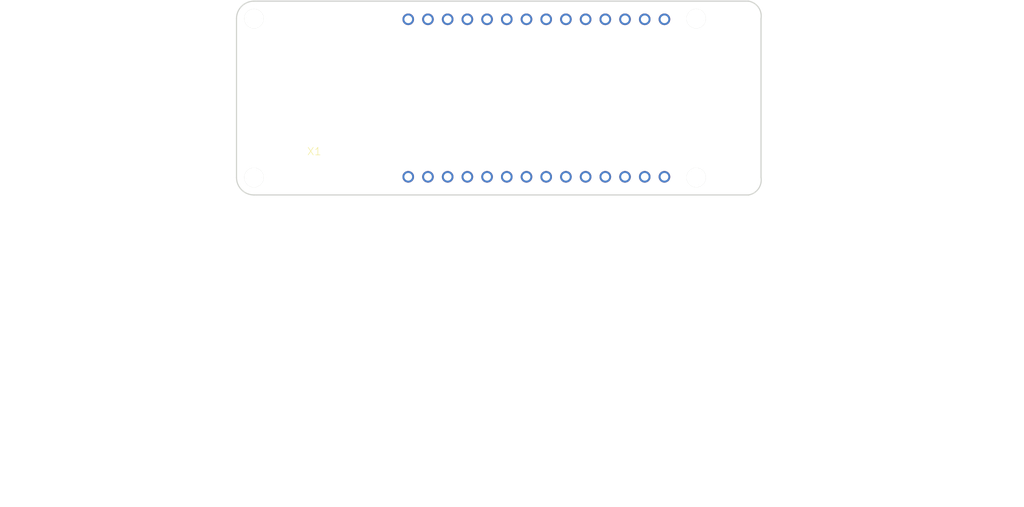
<source format=kicad_pcb>
(kicad_pcb (version 20171130) (host pcbnew 6.0.0-rc1-unknown-ff9d814~66~ubuntu18.04.1)

  (general
    (thickness 1.6)
    (drawings 44)
    (tracks 0)
    (zones 0)
    (modules 11)
    (nets 29)
  )

  (page A4)
  (title_block
    (title "MKR Shield")
    (date 2018-07-31)
    (rev 0.1)
    (company "Electronic Cats")
  )

  (layers
    (0 Top signal)
    (1 LFSignals signal)
    (2 POWER signal)
    (31 Bottom signal)
    (32 B.Adhes user)
    (33 F.Adhes user)
    (34 B.Paste user)
    (35 F.Paste user)
    (36 B.SilkS user)
    (37 F.SilkS user)
    (38 B.Mask user)
    (39 F.Mask user)
    (40 Dwgs.User user)
    (41 Cmts.User user)
    (42 Eco1.User user)
    (43 Eco2.User user)
    (44 Edge.Cuts user)
    (45 Margin user)
    (46 B.CrtYd user)
    (47 F.CrtYd user)
    (48 B.Fab user)
    (49 F.Fab user)
  )

  (setup
    (last_trace_width 0.25)
    (trace_clearance 0.127)
    (zone_clearance 0.508)
    (zone_45_only no)
    (trace_min 0.2)
    (via_size 0.8)
    (via_drill 0.4)
    (via_min_size 0.4)
    (via_min_drill 0.3)
    (uvia_size 0.3)
    (uvia_drill 0.1)
    (uvias_allowed no)
    (uvia_min_size 0.2)
    (uvia_min_drill 0.1)
    (edge_width 0.15)
    (segment_width 0.2)
    (pcb_text_width 0.3)
    (pcb_text_size 1.5 1.5)
    (mod_edge_width 0.15)
    (mod_text_size 1 1)
    (mod_text_width 0.15)
    (pad_size 1.524 1.524)
    (pad_drill 0.762)
    (pad_to_mask_clearance 0.2)
    (aux_axis_origin 0 0)
    (visible_elements FFFFFF7F)
    (pcbplotparams
      (layerselection 0x010fc_ffffffff)
      (usegerberextensions false)
      (usegerberattributes false)
      (usegerberadvancedattributes false)
      (creategerberjobfile false)
      (excludeedgelayer true)
      (linewidth 0.100000)
      (plotframeref false)
      (viasonmask false)
      (mode 1)
      (useauxorigin false)
      (hpglpennumber 1)
      (hpglpenspeed 20)
      (hpglpendiameter 15.000000)
      (psnegative false)
      (psa4output false)
      (plotreference true)
      (plotvalue true)
      (plotinvisibletext false)
      (padsonsilk false)
      (subtractmaskfromsilk false)
      (outputformat 1)
      (mirror false)
      (drillshape 1)
      (scaleselection 1)
      (outputdirectory ""))
  )

  (net 0 "")
  (net 1 "Net-(J5-Pad14)")
  (net 2 "Net-(J5-Pad13)")
  (net 3 "Net-(J5-Pad12)")
  (net 4 "Net-(J5-Pad11)")
  (net 5 "Net-(J5-Pad10)")
  (net 6 "Net-(J5-Pad9)")
  (net 7 "Net-(J5-Pad8)")
  (net 8 "Net-(J5-Pad7)")
  (net 9 "Net-(J5-Pad6)")
  (net 10 "Net-(J5-Pad5)")
  (net 11 "Net-(J5-Pad4)")
  (net 12 "Net-(J5-Pad3)")
  (net 13 "Net-(J5-Pad2)")
  (net 14 "Net-(J5-Pad1)")
  (net 15 "Net-(J3-Pad14)")
  (net 16 "Net-(J3-Pad13)")
  (net 17 "Net-(J3-Pad12)")
  (net 18 "Net-(J3-Pad11)")
  (net 19 "Net-(J3-Pad10)")
  (net 20 "Net-(J3-Pad9)")
  (net 21 "Net-(J3-Pad8)")
  (net 22 "Net-(J3-Pad7)")
  (net 23 "Net-(J3-Pad6)")
  (net 24 "Net-(J3-Pad5)")
  (net 25 "Net-(J3-Pad4)")
  (net 26 "Net-(J3-Pad3)")
  (net 27 "Net-(J3-Pad2)")
  (net 28 "Net-(J3-Pad1)")

  (net_class Default "This is the default net class."
    (clearance 0.127)
    (trace_width 0.25)
    (via_dia 0.8)
    (via_drill 0.4)
    (uvia_dia 0.3)
    (uvia_drill 0.1)
    (add_net "Net-(J3-Pad1)")
    (add_net "Net-(J3-Pad10)")
    (add_net "Net-(J3-Pad11)")
    (add_net "Net-(J3-Pad12)")
    (add_net "Net-(J3-Pad13)")
    (add_net "Net-(J3-Pad14)")
    (add_net "Net-(J3-Pad2)")
    (add_net "Net-(J3-Pad3)")
    (add_net "Net-(J3-Pad4)")
    (add_net "Net-(J3-Pad5)")
    (add_net "Net-(J3-Pad6)")
    (add_net "Net-(J3-Pad7)")
    (add_net "Net-(J3-Pad8)")
    (add_net "Net-(J3-Pad9)")
    (add_net "Net-(J5-Pad1)")
    (add_net "Net-(J5-Pad10)")
    (add_net "Net-(J5-Pad11)")
    (add_net "Net-(J5-Pad12)")
    (add_net "Net-(J5-Pad13)")
    (add_net "Net-(J5-Pad14)")
    (add_net "Net-(J5-Pad2)")
    (add_net "Net-(J5-Pad3)")
    (add_net "Net-(J5-Pad4)")
    (add_net "Net-(J5-Pad5)")
    (add_net "Net-(J5-Pad6)")
    (add_net "Net-(J5-Pad7)")
    (add_net "Net-(J5-Pad8)")
    (add_net "Net-(J5-Pad9)")
  )

  (module "" (layer Top) (tedit 0) (tstamp 0)
    (at 116.937479 115.2536)
    (fp_text reference @HOLE0 (at 0 0) (layer F.SilkS) hide
      (effects (font (size 1.27 1.27) (thickness 0.15)))
    )
    (fp_text value "" (at 0 0) (layer F.SilkS)
      (effects (font (size 1.27 1.27) (thickness 0.15)))
    )
    (pad "" np_thru_hole circle (at 0 0) (size 2.5 2.5) (drill 2.5) (layers *.Cu))
  )

  (module "" (layer Top) (tedit 0) (tstamp 0)
    (at 116.937479 94.7536)
    (fp_text reference @HOLE1 (at 0 0) (layer F.SilkS) hide
      (effects (font (size 1.27 1.27) (thickness 0.15)))
    )
    (fp_text value "" (at 0 0) (layer F.SilkS)
      (effects (font (size 1.27 1.27) (thickness 0.15)))
    )
    (pad "" np_thru_hole circle (at 0 0) (size 2.5 2.5) (drill 2.5) (layers *.Cu))
  )

  (module "" (layer Top) (tedit 0) (tstamp 0)
    (at 173.937479 94.7536)
    (fp_text reference @HOLE2 (at 0 0) (layer F.SilkS) hide
      (effects (font (size 1.27 1.27) (thickness 0.15)))
    )
    (fp_text value "" (at 0 0) (layer F.SilkS)
      (effects (font (size 1.27 1.27) (thickness 0.15)))
    )
    (pad "" np_thru_hole circle (at 0 0) (size 2.5 2.5) (drill 2.5) (layers *.Cu))
  )

  (module "" (layer Top) (tedit 0) (tstamp 0)
    (at 173.937479 115.2536)
    (fp_text reference @HOLE3 (at 0 0) (layer F.SilkS) hide
      (effects (font (size 1.27 1.27) (thickness 0.15)))
    )
    (fp_text value "" (at 0 0) (layer F.SilkS)
      (effects (font (size 1.27 1.27) (thickness 0.15)))
    )
    (pad "" np_thru_hole circle (at 0 0) (size 2.5 2.5) (drill 2.5) (layers *.Cu))
  )

  (module MKRFoxShield_v2:1X14_SMD_TH (layer Top) (tedit 0) (tstamp 5B60DDEE)
    (at 169.842279 94.8436 180)
    (path /5B60DF55/91F01FDB)
    (fp_text reference J5 (at 0 0) (layer F.Fab)
      (effects (font (size 0.874 0.874) (thickness 0.0874)) (justify right top))
    )
    (fp_text value DNP (at 0 0) (layer F.Fab)
      (effects (font (size 1.14 1.14) (thickness 0.114)) (justify right top))
    )
    (fp_poly (pts (xy 33.02 -0.889) (xy 33.020001 -0.889) (xy 32.826068 -0.863468) (xy 32.64535 -0.788613)
      (xy 32.490165 -0.669536) (xy 32.371087 -0.51435) (xy 32.2707 -0.1397) (xy 32.2707 0)
      (xy 32.2707 0.2032) (xy 32.2707 0.203199) (xy 32.296232 0.397132) (xy 32.371087 0.577849)
      (xy 32.490165 0.733034) (xy 32.64535 0.852112) (xy 33.02 0.9525) (xy 33.019999 0.9525)
      (xy 33.213932 0.926968) (xy 33.39465 0.852113) (xy 33.549835 0.733036) (xy 33.668913 0.57785)
      (xy 33.743769 0.397133) (xy 33.7693 0.2032) (xy 33.7693 0) (xy 33.7693 -0.1397)
      (xy 33.7693 -0.139699) (xy 33.743768 -0.333632) (xy 33.668913 -0.514349) (xy 33.549835 -0.669534)
      (xy 33.39465 -0.788612) (xy 33.213933 -0.863467)) (layer Dwgs.User) (width 0))
    (fp_poly (pts (xy 30.48 -0.889) (xy 30.480001 -0.889) (xy 30.286068 -0.863468) (xy 30.10535 -0.788613)
      (xy 29.950165 -0.669536) (xy 29.831087 -0.51435) (xy 29.7307 -0.1397) (xy 29.7307 0)
      (xy 29.7307 0.2032) (xy 29.7307 0.203199) (xy 29.756232 0.397132) (xy 29.831087 0.577849)
      (xy 29.950165 0.733034) (xy 30.10535 0.852112) (xy 30.48 0.9525) (xy 30.479999 0.9525)
      (xy 30.673932 0.926968) (xy 30.85465 0.852113) (xy 31.009835 0.733036) (xy 31.128913 0.57785)
      (xy 31.203769 0.397133) (xy 31.2293 0.2032) (xy 31.2293 0) (xy 31.2293 -0.1397)
      (xy 31.2293 -0.139699) (xy 31.203768 -0.333632) (xy 31.128913 -0.514349) (xy 31.009835 -0.669534)
      (xy 30.85465 -0.788612) (xy 30.673933 -0.863467)) (layer Dwgs.User) (width 0))
    (fp_poly (pts (xy 27.94 -0.889) (xy 27.940001 -0.889) (xy 27.746068 -0.863468) (xy 27.56535 -0.788613)
      (xy 27.410165 -0.669536) (xy 27.291087 -0.51435) (xy 27.1907 -0.1397) (xy 27.1907 0)
      (xy 27.1907 0.2032) (xy 27.1907 0.203199) (xy 27.216232 0.397132) (xy 27.291087 0.577849)
      (xy 27.410165 0.733034) (xy 27.56535 0.852112) (xy 27.94 0.9525) (xy 27.939999 0.9525)
      (xy 28.133932 0.926968) (xy 28.31465 0.852113) (xy 28.469835 0.733036) (xy 28.588913 0.57785)
      (xy 28.663769 0.397133) (xy 28.6893 0.2032) (xy 28.6893 0) (xy 28.6893 -0.1397)
      (xy 28.6893 -0.139699) (xy 28.663768 -0.333632) (xy 28.588913 -0.514349) (xy 28.469835 -0.669534)
      (xy 28.31465 -0.788612) (xy 28.133933 -0.863467)) (layer Dwgs.User) (width 0))
    (fp_poly (pts (xy 25.4 -0.889) (xy 25.400001 -0.889) (xy 25.206068 -0.863468) (xy 25.02535 -0.788613)
      (xy 24.870165 -0.669536) (xy 24.751087 -0.51435) (xy 24.6507 -0.1397) (xy 24.6507 0)
      (xy 24.6507 0.2032) (xy 24.6507 0.203199) (xy 24.676232 0.397132) (xy 24.751087 0.577849)
      (xy 24.870165 0.733034) (xy 25.02535 0.852112) (xy 25.4 0.9525) (xy 25.399999 0.9525)
      (xy 25.593932 0.926968) (xy 25.77465 0.852113) (xy 25.929835 0.733036) (xy 26.048913 0.57785)
      (xy 26.123769 0.397133) (xy 26.1493 0.2032) (xy 26.1493 0) (xy 26.1493 -0.1397)
      (xy 26.1493 -0.139699) (xy 26.123768 -0.333632) (xy 26.048913 -0.514349) (xy 25.929835 -0.669534)
      (xy 25.77465 -0.788612) (xy 25.593933 -0.863467)) (layer Dwgs.User) (width 0))
    (fp_poly (pts (xy 22.86 -0.889) (xy 22.860001 -0.889) (xy 22.666068 -0.863468) (xy 22.48535 -0.788613)
      (xy 22.330165 -0.669536) (xy 22.211087 -0.51435) (xy 22.1107 -0.1397) (xy 22.1107 0)
      (xy 22.1107 0.2032) (xy 22.1107 0.203199) (xy 22.136232 0.397132) (xy 22.211087 0.577849)
      (xy 22.330165 0.733034) (xy 22.48535 0.852112) (xy 22.86 0.9525) (xy 22.859999 0.9525)
      (xy 23.053932 0.926968) (xy 23.23465 0.852113) (xy 23.389835 0.733036) (xy 23.508913 0.57785)
      (xy 23.583769 0.397133) (xy 23.6093 0.2032) (xy 23.6093 0) (xy 23.6093 -0.1397)
      (xy 23.6093 -0.139699) (xy 23.583768 -0.333632) (xy 23.508913 -0.514349) (xy 23.389835 -0.669534)
      (xy 23.23465 -0.788612) (xy 23.053933 -0.863467)) (layer Dwgs.User) (width 0))
    (fp_poly (pts (xy 20.32 -0.889) (xy 20.320001 -0.889) (xy 20.126068 -0.863468) (xy 19.94535 -0.788613)
      (xy 19.790165 -0.669536) (xy 19.671087 -0.51435) (xy 19.5707 -0.1397) (xy 19.5707 0)
      (xy 19.5707 0.2032) (xy 19.5707 0.203199) (xy 19.596232 0.397132) (xy 19.671087 0.577849)
      (xy 19.790165 0.733034) (xy 19.94535 0.852112) (xy 20.32 0.9525) (xy 20.319999 0.9525)
      (xy 20.513932 0.926968) (xy 20.69465 0.852113) (xy 20.849835 0.733036) (xy 20.968913 0.57785)
      (xy 21.043769 0.397133) (xy 21.0693 0.2032) (xy 21.0693 0) (xy 21.0693 -0.1397)
      (xy 21.0693 -0.139699) (xy 21.043768 -0.333632) (xy 20.968913 -0.514349) (xy 20.849835 -0.669534)
      (xy 20.69465 -0.788612) (xy 20.513933 -0.863467)) (layer Dwgs.User) (width 0))
    (fp_poly (pts (xy 17.78 -0.889) (xy 17.780001 -0.889) (xy 17.586068 -0.863468) (xy 17.40535 -0.788613)
      (xy 17.250165 -0.669536) (xy 17.131087 -0.51435) (xy 17.0307 -0.1397) (xy 17.0307 0)
      (xy 17.0307 0.2032) (xy 17.0307 0.203199) (xy 17.056232 0.397132) (xy 17.131087 0.577849)
      (xy 17.250165 0.733034) (xy 17.40535 0.852112) (xy 17.78 0.9525) (xy 17.779999 0.9525)
      (xy 17.973932 0.926968) (xy 18.15465 0.852113) (xy 18.309835 0.733036) (xy 18.428913 0.57785)
      (xy 18.503769 0.397133) (xy 18.5293 0.2032) (xy 18.5293 0) (xy 18.5293 -0.1397)
      (xy 18.5293 -0.139699) (xy 18.503768 -0.333632) (xy 18.428913 -0.514349) (xy 18.309835 -0.669534)
      (xy 18.15465 -0.788612) (xy 17.973933 -0.863467)) (layer Dwgs.User) (width 0))
    (fp_poly (pts (xy 15.24 -0.889) (xy 15.240001 -0.889) (xy 15.046068 -0.863468) (xy 14.86535 -0.788613)
      (xy 14.710165 -0.669536) (xy 14.591087 -0.51435) (xy 14.4907 -0.1397) (xy 14.4907 0)
      (xy 14.4907 0.2032) (xy 14.4907 0.203199) (xy 14.516232 0.397132) (xy 14.591087 0.577849)
      (xy 14.710165 0.733034) (xy 14.86535 0.852112) (xy 15.24 0.9525) (xy 15.239999 0.9525)
      (xy 15.433932 0.926968) (xy 15.61465 0.852113) (xy 15.769835 0.733036) (xy 15.888913 0.57785)
      (xy 15.963769 0.397133) (xy 15.9893 0.2032) (xy 15.9893 0) (xy 15.9893 -0.1397)
      (xy 15.9893 -0.139699) (xy 15.963768 -0.333632) (xy 15.888913 -0.514349) (xy 15.769835 -0.669534)
      (xy 15.61465 -0.788612) (xy 15.433933 -0.863467)) (layer Dwgs.User) (width 0))
    (fp_poly (pts (xy 12.7 -0.889) (xy 12.700001 -0.889) (xy 12.506068 -0.863468) (xy 12.32535 -0.788613)
      (xy 12.170165 -0.669536) (xy 12.051087 -0.51435) (xy 11.9507 -0.1397) (xy 11.9507 0)
      (xy 11.9507 0.2032) (xy 11.9507 0.203199) (xy 11.976232 0.397132) (xy 12.051087 0.577849)
      (xy 12.170165 0.733034) (xy 12.32535 0.852112) (xy 12.7 0.9525) (xy 12.699999 0.9525)
      (xy 12.893932 0.926968) (xy 13.07465 0.852113) (xy 13.229835 0.733036) (xy 13.348913 0.57785)
      (xy 13.423769 0.397133) (xy 13.4493 0.2032) (xy 13.4493 0) (xy 13.4493 -0.1397)
      (xy 13.4493 -0.139699) (xy 13.423768 -0.333632) (xy 13.348913 -0.514349) (xy 13.229835 -0.669534)
      (xy 13.07465 -0.788612) (xy 12.893933 -0.863467)) (layer Dwgs.User) (width 0))
    (fp_poly (pts (xy 10.16 -0.889) (xy 10.160001 -0.889) (xy 9.966068 -0.863468) (xy 9.78535 -0.788613)
      (xy 9.630165 -0.669536) (xy 9.511087 -0.51435) (xy 9.4107 -0.1397) (xy 9.4107 0)
      (xy 9.4107 0.2032) (xy 9.4107 0.203199) (xy 9.436232 0.397132) (xy 9.511087 0.577849)
      (xy 9.630165 0.733034) (xy 9.78535 0.852112) (xy 10.16 0.9525) (xy 10.159999 0.9525)
      (xy 10.353932 0.926968) (xy 10.53465 0.852113) (xy 10.689835 0.733036) (xy 10.808913 0.57785)
      (xy 10.883769 0.397133) (xy 10.9093 0.2032) (xy 10.9093 0) (xy 10.9093 -0.1397)
      (xy 10.9093 -0.139699) (xy 10.883768 -0.333632) (xy 10.808913 -0.514349) (xy 10.689835 -0.669534)
      (xy 10.53465 -0.788612) (xy 10.353933 -0.863467)) (layer Dwgs.User) (width 0))
    (fp_poly (pts (xy 7.62 -0.889) (xy 7.620001 -0.889) (xy 7.426068 -0.863468) (xy 7.24535 -0.788613)
      (xy 7.090165 -0.669536) (xy 6.971087 -0.51435) (xy 6.8707 -0.1397) (xy 6.8707 0)
      (xy 6.8707 0.2032) (xy 6.8707 0.203199) (xy 6.896232 0.397132) (xy 6.971087 0.577849)
      (xy 7.090165 0.733034) (xy 7.24535 0.852112) (xy 7.62 0.9525) (xy 7.619999 0.9525)
      (xy 7.813932 0.926968) (xy 7.99465 0.852113) (xy 8.149835 0.733036) (xy 8.268913 0.57785)
      (xy 8.343769 0.397133) (xy 8.3693 0.2032) (xy 8.3693 0) (xy 8.3693 -0.1397)
      (xy 8.3693 -0.139699) (xy 8.343768 -0.333632) (xy 8.268913 -0.514349) (xy 8.149835 -0.669534)
      (xy 7.99465 -0.788612) (xy 7.813933 -0.863467)) (layer Dwgs.User) (width 0))
    (fp_poly (pts (xy 5.08 -0.889) (xy 5.080001 -0.889) (xy 4.886068 -0.863468) (xy 4.70535 -0.788613)
      (xy 4.550165 -0.669536) (xy 4.431087 -0.51435) (xy 4.3307 -0.1397) (xy 4.3307 0)
      (xy 4.3307 0.2032) (xy 4.3307 0.203199) (xy 4.356232 0.397132) (xy 4.431087 0.577849)
      (xy 4.550165 0.733034) (xy 4.70535 0.852112) (xy 5.08 0.9525) (xy 5.079999 0.9525)
      (xy 5.273932 0.926968) (xy 5.45465 0.852113) (xy 5.609835 0.733036) (xy 5.728913 0.57785)
      (xy 5.803769 0.397133) (xy 5.8293 0.2032) (xy 5.8293 0) (xy 5.8293 -0.1397)
      (xy 5.8293 -0.139699) (xy 5.803768 -0.333632) (xy 5.728913 -0.514349) (xy 5.609835 -0.669534)
      (xy 5.45465 -0.788612) (xy 5.273933 -0.863467)) (layer Dwgs.User) (width 0))
    (fp_poly (pts (xy 0 -0.889) (xy -0.7493 -0.889) (xy -0.7493 0.9017) (xy 0.7493 0.9017)
      (xy 0.7493 -0.889)) (layer Dwgs.User) (width 0))
    (fp_poly (pts (xy 2.54 -0.889) (xy 2.540001 -0.889) (xy 2.346068 -0.863468) (xy 2.16535 -0.788613)
      (xy 2.010165 -0.669536) (xy 1.891087 -0.51435) (xy 1.7907 -0.1397) (xy 1.7907 0)
      (xy 1.7907 0.2032) (xy 1.7907 0.203199) (xy 1.816232 0.397132) (xy 1.891087 0.577849)
      (xy 2.010165 0.733034) (xy 2.16535 0.852112) (xy 2.54 0.9525) (xy 2.539999 0.9525)
      (xy 2.733932 0.926968) (xy 2.91465 0.852113) (xy 3.069835 0.733036) (xy 3.188913 0.57785)
      (xy 3.263769 0.397133) (xy 3.2893 0.2032) (xy 3.2893 0) (xy 3.2893 -0.1397)
      (xy 3.2893 -0.139699) (xy 3.263768 -0.333632) (xy 3.188913 -0.514349) (xy 3.069835 -0.669534)
      (xy 2.91465 -0.788612) (xy 2.733933 -0.863467)) (layer Dwgs.User) (width 0))
    (fp_poly (pts (xy -0.7493 -0.9017) (xy -0.7493 0.6477) (xy -0.3175 0.6477) (xy -0.20955 0.676625)
      (xy -0.130525 0.75565) (xy -0.1016 0.8636) (xy -0.1016 0.9906) (xy -0.1143 1.0033)
      (xy -0.7493 1.0033) (xy -0.7493 1.8542) (xy 0.7493 1.8542) (xy 0.7493 1.0033)
      (xy 0.1016 1.0033) (xy 0.1016 0.8636) (xy 0.130525 0.75565) (xy 0.20955 0.676625)
      (xy 0.3175 0.6477) (xy 0.7493 0.6477) (xy 0.7493 -0.9017)) (layer Dwgs.User) (width 0))
    (fp_poly (pts (xy 22.86 -0.889) (xy 22.860001 -0.889) (xy 22.666068 -0.863468) (xy 22.48535 -0.788613)
      (xy 22.330165 -0.669536) (xy 22.211087 -0.51435) (xy 22.1107 -0.1397) (xy 22.1107 0.1651)
      (xy 22.1361 0.3175) (xy 22.1869 0.4826) (xy 22.3012 0.6477) (xy 22.5425 0.6477)
      (xy 22.65045 0.676625) (xy 22.729475 0.75565) (xy 22.7584 0.8636) (xy 22.7584 0.9906)
      (xy 22.7457 1.0033) (xy 22.1107 1.0033) (xy 22.1107 1.8542) (xy 23.6093 1.8542)
      (xy 23.6093 1.0033) (xy 22.9616 1.0033) (xy 22.9616 0.8636) (xy 22.990525 0.75565)
      (xy 23.06955 0.676625) (xy 23.1775 0.6477) (xy 23.4188 0.6477) (xy 23.5331 0.4826)
      (xy 23.5839 0.3175) (xy 23.6093 0.1651) (xy 23.6093 0) (xy 23.6093 -0.1397)
      (xy 23.6093 -0.139699) (xy 23.583768 -0.333632) (xy 23.508913 -0.514349) (xy 23.389835 -0.669534)
      (xy 23.23465 -0.788612) (xy 23.053933 -0.863467)) (layer Dwgs.User) (width 0))
    (fp_poly (pts (xy 30.48 -0.889) (xy 30.480001 -0.889) (xy 30.286068 -0.863468) (xy 30.10535 -0.788613)
      (xy 29.950165 -0.669536) (xy 29.831087 -0.51435) (xy 29.7307 -0.1397) (xy 29.7307 0.1651)
      (xy 29.7561 0.3175) (xy 29.8069 0.4826) (xy 29.9212 0.6477) (xy 30.1625 0.6477)
      (xy 30.27045 0.676625) (xy 30.349475 0.75565) (xy 30.3784 0.8636) (xy 30.3784 0.9906)
      (xy 30.3657 1.0033) (xy 29.7307 1.0033) (xy 29.7307 1.8542) (xy 31.2293 1.8542)
      (xy 31.2293 1.0033) (xy 30.5816 1.0033) (xy 30.5816 0.8636) (xy 30.610525 0.75565)
      (xy 30.68955 0.676625) (xy 30.7975 0.6477) (xy 31.0388 0.6477) (xy 31.1531 0.4826)
      (xy 31.2039 0.3175) (xy 31.2293 0.1651) (xy 31.2293 0) (xy 31.2293 -0.1397)
      (xy 31.2293 -0.139699) (xy 31.203768 -0.333632) (xy 31.128913 -0.514349) (xy 31.009835 -0.669534)
      (xy 30.85465 -0.788612) (xy 30.673933 -0.863467)) (layer Dwgs.User) (width 0))
    (fp_poly (pts (xy 27.94 -0.889) (xy 27.940001 -0.889) (xy 27.746068 -0.863468) (xy 27.56535 -0.788613)
      (xy 27.410165 -0.669536) (xy 27.291087 -0.51435) (xy 27.1907 -0.1397) (xy 27.1907 0.1651)
      (xy 27.2161 0.3175) (xy 27.2669 0.4826) (xy 27.3812 0.6477) (xy 27.6225 0.6477)
      (xy 27.73045 0.676625) (xy 27.809475 0.75565) (xy 27.8384 0.8636) (xy 27.8384 0.9906)
      (xy 27.8257 1.0033) (xy 27.1907 1.0033) (xy 27.1907 1.8542) (xy 28.6893 1.8542)
      (xy 28.6893 1.0033) (xy 28.0416 1.0033) (xy 28.0416 0.8636) (xy 28.070525 0.75565)
      (xy 28.14955 0.676625) (xy 28.2575 0.6477) (xy 28.4988 0.6477) (xy 28.6131 0.4826)
      (xy 28.6639 0.3175) (xy 28.6893 0.1651) (xy 28.6893 0) (xy 28.6893 -0.1397)
      (xy 28.6893 -0.139699) (xy 28.663768 -0.333632) (xy 28.588913 -0.514349) (xy 28.469835 -0.669534)
      (xy 28.31465 -0.788612) (xy 28.133933 -0.863467)) (layer Dwgs.User) (width 0))
    (fp_poly (pts (xy 25.4 -0.889) (xy 25.400001 -0.889) (xy 25.206068 -0.863468) (xy 25.02535 -0.788613)
      (xy 24.870165 -0.669536) (xy 24.751087 -0.51435) (xy 24.6507 -0.1397) (xy 24.6507 0.1651)
      (xy 24.6761 0.3175) (xy 24.7269 0.4826) (xy 24.8412 0.6477) (xy 25.0825 0.6477)
      (xy 25.19045 0.676625) (xy 25.269475 0.75565) (xy 25.2984 0.8636) (xy 25.2984 0.9906)
      (xy 25.2857 1.0033) (xy 24.6507 1.0033) (xy 24.6507 1.8542) (xy 26.1493 1.8542)
      (xy 26.1493 1.0033) (xy 25.5016 1.0033) (xy 25.5016 0.8636) (xy 25.530525 0.75565)
      (xy 25.60955 0.676625) (xy 25.7175 0.6477) (xy 25.9588 0.6477) (xy 26.0731 0.4826)
      (xy 26.1239 0.3175) (xy 26.1493 0.1651) (xy 26.1493 0) (xy 26.1493 -0.1397)
      (xy 26.1493 -0.139699) (xy 26.123768 -0.333632) (xy 26.048913 -0.514349) (xy 25.929835 -0.669534)
      (xy 25.77465 -0.788612) (xy 25.593933 -0.863467)) (layer Dwgs.User) (width 0))
    (fp_poly (pts (xy 20.32 -0.889) (xy 20.320001 -0.889) (xy 20.126068 -0.863468) (xy 19.94535 -0.788613)
      (xy 19.790165 -0.669536) (xy 19.671087 -0.51435) (xy 19.5707 -0.1397) (xy 19.5707 0.1651)
      (xy 19.5961 0.3175) (xy 19.6469 0.4826) (xy 19.7612 0.6477) (xy 20.0025 0.6477)
      (xy 20.11045 0.676625) (xy 20.189475 0.75565) (xy 20.2184 0.8636) (xy 20.2184 0.9906)
      (xy 20.2057 1.0033) (xy 19.5707 1.0033) (xy 19.5707 1.8542) (xy 21.0693 1.8542)
      (xy 21.0693 1.0033) (xy 20.4216 1.0033) (xy 20.4216 0.8636) (xy 20.450525 0.75565)
      (xy 20.52955 0.676625) (xy 20.6375 0.6477) (xy 20.8788 0.6477) (xy 20.9931 0.4826)
      (xy 21.0439 0.3175) (xy 21.0693 0.1651) (xy 21.0693 0) (xy 21.0693 -0.1397)
      (xy 21.0693 -0.139699) (xy 21.043768 -0.333632) (xy 20.968913 -0.514349) (xy 20.849835 -0.669534)
      (xy 20.69465 -0.788612) (xy 20.513933 -0.863467)) (layer Dwgs.User) (width 0))
    (fp_poly (pts (xy 17.78 -0.889) (xy 17.780001 -0.889) (xy 17.586068 -0.863468) (xy 17.40535 -0.788613)
      (xy 17.250165 -0.669536) (xy 17.131087 -0.51435) (xy 17.0307 -0.1397) (xy 17.0307 0.1651)
      (xy 17.0561 0.3175) (xy 17.1069 0.4826) (xy 17.2212 0.6477) (xy 17.4625 0.6477)
      (xy 17.57045 0.676625) (xy 17.649475 0.75565) (xy 17.6784 0.8636) (xy 17.6784 0.9906)
      (xy 17.6657 1.0033) (xy 17.0307 1.0033) (xy 17.0307 1.8542) (xy 18.5293 1.8542)
      (xy 18.5293 1.0033) (xy 17.8816 1.0033) (xy 17.8816 0.8636) (xy 17.910525 0.75565)
      (xy 17.98955 0.676625) (xy 18.0975 0.6477) (xy 18.3388 0.6477) (xy 18.4531 0.4826)
      (xy 18.5039 0.3175) (xy 18.5293 0.1651) (xy 18.5293 0) (xy 18.5293 -0.1397)
      (xy 18.5293 -0.139699) (xy 18.503768 -0.333632) (xy 18.428913 -0.514349) (xy 18.309835 -0.669534)
      (xy 18.15465 -0.788612) (xy 17.973933 -0.863467)) (layer Dwgs.User) (width 0))
    (fp_poly (pts (xy 15.24 -0.889) (xy 15.240001 -0.889) (xy 15.046068 -0.863468) (xy 14.86535 -0.788613)
      (xy 14.710165 -0.669536) (xy 14.591087 -0.51435) (xy 14.4907 -0.1397) (xy 14.4907 0.1651)
      (xy 14.5161 0.3175) (xy 14.5669 0.4826) (xy 14.6812 0.6477) (xy 14.9225 0.6477)
      (xy 15.03045 0.676625) (xy 15.109475 0.75565) (xy 15.1384 0.8636) (xy 15.1384 0.9906)
      (xy 15.1257 1.0033) (xy 14.4907 1.0033) (xy 14.4907 1.8542) (xy 15.9893 1.8542)
      (xy 15.9893 1.0033) (xy 15.3416 1.0033) (xy 15.3416 0.8636) (xy 15.370525 0.75565)
      (xy 15.44955 0.676625) (xy 15.5575 0.6477) (xy 15.7988 0.6477) (xy 15.9131 0.4826)
      (xy 15.9639 0.3175) (xy 15.9893 0.1651) (xy 15.9893 0) (xy 15.9893 -0.1397)
      (xy 15.9893 -0.139699) (xy 15.963768 -0.333632) (xy 15.888913 -0.514349) (xy 15.769835 -0.669534)
      (xy 15.61465 -0.788612) (xy 15.433933 -0.863467)) (layer Dwgs.User) (width 0))
    (fp_poly (pts (xy 12.7 -0.889) (xy 12.700001 -0.889) (xy 12.506068 -0.863468) (xy 12.32535 -0.788613)
      (xy 12.170165 -0.669536) (xy 12.051087 -0.51435) (xy 11.9507 -0.1397) (xy 11.9507 0.1651)
      (xy 11.9761 0.3175) (xy 12.0269 0.4826) (xy 12.1412 0.6477) (xy 12.3825 0.6477)
      (xy 12.49045 0.676625) (xy 12.569475 0.75565) (xy 12.5984 0.8636) (xy 12.5984 0.9906)
      (xy 12.5857 1.0033) (xy 11.9507 1.0033) (xy 11.9507 1.8542) (xy 13.4493 1.8542)
      (xy 13.4493 1.0033) (xy 12.8016 1.0033) (xy 12.8016 0.8636) (xy 12.830525 0.75565)
      (xy 12.90955 0.676625) (xy 13.0175 0.6477) (xy 13.2588 0.6477) (xy 13.3731 0.4826)
      (xy 13.4239 0.3175) (xy 13.4493 0.1651) (xy 13.4493 0) (xy 13.4493 -0.1397)
      (xy 13.4493 -0.139699) (xy 13.423768 -0.333632) (xy 13.348913 -0.514349) (xy 13.229835 -0.669534)
      (xy 13.07465 -0.788612) (xy 12.893933 -0.863467)) (layer Dwgs.User) (width 0))
    (fp_poly (pts (xy 10.16 -0.889) (xy 10.160001 -0.889) (xy 9.966068 -0.863468) (xy 9.78535 -0.788613)
      (xy 9.630165 -0.669536) (xy 9.511087 -0.51435) (xy 9.4107 -0.1397) (xy 9.4107 0.1651)
      (xy 9.4361 0.3175) (xy 9.4869 0.4826) (xy 9.6012 0.6477) (xy 9.8425 0.6477)
      (xy 9.95045 0.676625) (xy 10.029475 0.75565) (xy 10.0584 0.8636) (xy 10.0584 0.9906)
      (xy 10.0457 1.0033) (xy 9.4107 1.0033) (xy 9.4107 1.8542) (xy 10.9093 1.8542)
      (xy 10.9093 1.0033) (xy 10.2616 1.0033) (xy 10.2616 0.8636) (xy 10.290525 0.75565)
      (xy 10.36955 0.676625) (xy 10.4775 0.6477) (xy 10.7188 0.6477) (xy 10.8331 0.4826)
      (xy 10.8839 0.3175) (xy 10.9093 0.1651) (xy 10.9093 0) (xy 10.9093 -0.1397)
      (xy 10.9093 -0.139699) (xy 10.883768 -0.333632) (xy 10.808913 -0.514349) (xy 10.689835 -0.669534)
      (xy 10.53465 -0.788612) (xy 10.353933 -0.863467)) (layer Dwgs.User) (width 0))
    (fp_poly (pts (xy 7.62 -0.889) (xy 7.620001 -0.889) (xy 7.426068 -0.863468) (xy 7.24535 -0.788613)
      (xy 7.090165 -0.669536) (xy 6.971087 -0.51435) (xy 6.8707 -0.1397) (xy 6.8707 0.1651)
      (xy 6.8961 0.3175) (xy 6.9469 0.4826) (xy 7.0612 0.6477) (xy 7.3025 0.6477)
      (xy 7.41045 0.676625) (xy 7.489475 0.75565) (xy 7.5184 0.8636) (xy 7.5184 0.9906)
      (xy 7.5057 1.0033) (xy 6.8707 1.0033) (xy 6.8707 1.8542) (xy 8.3693 1.8542)
      (xy 8.3693 1.0033) (xy 7.7216 1.0033) (xy 7.7216 0.8636) (xy 7.750525 0.75565)
      (xy 7.82955 0.676625) (xy 7.9375 0.6477) (xy 8.1788 0.6477) (xy 8.2931 0.4826)
      (xy 8.3439 0.3175) (xy 8.3693 0.1651) (xy 8.3693 0) (xy 8.3693 -0.1397)
      (xy 8.3693 -0.139699) (xy 8.343768 -0.333632) (xy 8.268913 -0.514349) (xy 8.149835 -0.669534)
      (xy 7.99465 -0.788612) (xy 7.813933 -0.863467)) (layer Dwgs.User) (width 0))
    (fp_poly (pts (xy 5.08 -0.889) (xy 5.080001 -0.889) (xy 4.886068 -0.863468) (xy 4.70535 -0.788613)
      (xy 4.550165 -0.669536) (xy 4.431087 -0.51435) (xy 4.3307 -0.1397) (xy 4.3307 0.1651)
      (xy 4.3561 0.3175) (xy 4.4069 0.4826) (xy 4.5212 0.6477) (xy 4.7625 0.6477)
      (xy 4.87045 0.676625) (xy 4.949475 0.75565) (xy 4.9784 0.8636) (xy 4.9784 0.9906)
      (xy 4.9657 1.0033) (xy 4.3307 1.0033) (xy 4.3307 1.8542) (xy 5.8293 1.8542)
      (xy 5.8293 1.0033) (xy 5.1816 1.0033) (xy 5.1816 0.8636) (xy 5.210525 0.75565)
      (xy 5.28955 0.676625) (xy 5.3975 0.6477) (xy 5.6388 0.6477) (xy 5.7531 0.4826)
      (xy 5.8039 0.3175) (xy 5.8293 0.1651) (xy 5.8293 0) (xy 5.8293 -0.1397)
      (xy 5.8293 -0.139699) (xy 5.803768 -0.333632) (xy 5.728913 -0.514349) (xy 5.609835 -0.669534)
      (xy 5.45465 -0.788612) (xy 5.273933 -0.863467)) (layer Dwgs.User) (width 0))
    (fp_poly (pts (xy 33.02 -0.889) (xy 33.020001 -0.889) (xy 32.826068 -0.863468) (xy 32.64535 -0.788613)
      (xy 32.490165 -0.669536) (xy 32.371087 -0.51435) (xy 32.2707 -0.1397) (xy 32.2707 0.1651)
      (xy 32.2961 0.3175) (xy 32.3469 0.4826) (xy 32.4612 0.6477) (xy 32.7025 0.6477)
      (xy 32.81045 0.676625) (xy 32.889475 0.75565) (xy 32.9184 0.8636) (xy 32.9184 0.9906)
      (xy 32.9057 1.0033) (xy 32.2707 1.0033) (xy 32.2707 1.8542) (xy 33.7693 1.8542)
      (xy 33.7693 1.0033) (xy 33.1216 1.0033) (xy 33.1216 0.8636) (xy 33.150525 0.75565)
      (xy 33.22955 0.676625) (xy 33.3375 0.6477) (xy 33.5788 0.6477) (xy 33.6931 0.4826)
      (xy 33.7439 0.3175) (xy 33.7693 0.1651) (xy 33.7693 0) (xy 33.7693 -0.1397)
      (xy 33.7693 -0.139699) (xy 33.743768 -0.333632) (xy 33.668913 -0.514349) (xy 33.549835 -0.669534)
      (xy 33.39465 -0.788612) (xy 33.213933 -0.863467)) (layer Dwgs.User) (width 0))
    (fp_poly (pts (xy 2.54 -0.889) (xy 2.540001 -0.889) (xy 2.346068 -0.863468) (xy 2.16535 -0.788613)
      (xy 2.010165 -0.669536) (xy 1.891087 -0.51435) (xy 1.7907 -0.1397) (xy 1.7907 0.1651)
      (xy 1.8161 0.3175) (xy 1.8669 0.4826) (xy 1.9812 0.6477) (xy 2.2225 0.6477)
      (xy 2.33045 0.676625) (xy 2.409475 0.75565) (xy 2.4384 0.8636) (xy 2.4384 0.9906)
      (xy 2.4257 1.0033) (xy 1.7907 1.0033) (xy 1.7907 1.8542) (xy 3.2893 1.8542)
      (xy 3.2893 1.0033) (xy 2.6416 1.0033) (xy 2.6416 0.8636) (xy 2.670525 0.75565)
      (xy 2.74955 0.676625) (xy 2.8575 0.6477) (xy 3.0988 0.6477) (xy 3.2131 0.4826)
      (xy 3.2639 0.3175) (xy 3.2893 0.1651) (xy 3.2893 0) (xy 3.2893 -0.1397)
      (xy 3.2893 -0.139699) (xy 3.263768 -0.333632) (xy 3.188913 -0.514349) (xy 3.069835 -0.669534)
      (xy 2.91465 -0.788612) (xy 2.733933 -0.863467)) (layer Dwgs.User) (width 0))
    (fp_poly (pts (xy 32.1437 0.1397) (xy 32.1437 -0.127) (xy 32.1437 -0.126999) (xy 32.172132 -0.355662)
      (xy 32.258778 -0.569175) (xy 32.397732 -0.752987) (xy 32.579526 -0.894571) (xy 33.02 -1.016)
      (xy 33.019999 -1.016) (xy 33.24823 -0.984281) (xy 33.460474 -0.894573) (xy 33.642268 -0.752988)
      (xy 33.781223 -0.569176) (xy 33.867869 -0.355663) (xy 33.8963 -0.127) (xy 33.8963 0.1397)
      (xy 33.8963 0.139699) (xy 33.866441 0.366502) (xy 33.778898 0.577849) (xy 33.639638 0.759337)
      (xy 33.45815 0.898597) (xy 33.246803 0.98614) (xy 33.02 1.016) (xy 33.020001 1.016)
      (xy 32.793198 0.986141) (xy 32.58185 0.898598) (xy 32.400362 0.759338) (xy 32.261102 0.57785)) (layer F.Mask) (width 0))
    (fp_poly (pts (xy 29.6037 0.1397) (xy 29.6037 -0.127) (xy 29.6037 -0.126999) (xy 29.632132 -0.355662)
      (xy 29.718778 -0.569175) (xy 29.857732 -0.752987) (xy 30.039526 -0.894571) (xy 30.48 -1.016)
      (xy 30.479999 -1.016) (xy 30.70823 -0.984281) (xy 30.920474 -0.894573) (xy 31.102268 -0.752988)
      (xy 31.241223 -0.569176) (xy 31.327869 -0.355663) (xy 31.3563 -0.127) (xy 31.3563 0.1397)
      (xy 31.3563 0.139699) (xy 31.326441 0.366502) (xy 31.238898 0.577849) (xy 31.099638 0.759337)
      (xy 30.91815 0.898597) (xy 30.706803 0.98614) (xy 30.48 1.016) (xy 30.480001 1.016)
      (xy 30.253198 0.986141) (xy 30.04185 0.898598) (xy 29.860362 0.759338) (xy 29.721102 0.57785)) (layer F.Mask) (width 0))
    (fp_poly (pts (xy 27.0637 0.1397) (xy 27.0637 -0.127) (xy 27.0637 -0.126999) (xy 27.092132 -0.355662)
      (xy 27.178778 -0.569175) (xy 27.317732 -0.752987) (xy 27.499526 -0.894571) (xy 27.94 -1.016)
      (xy 27.939999 -1.016) (xy 28.16823 -0.984281) (xy 28.380474 -0.894573) (xy 28.562268 -0.752988)
      (xy 28.701223 -0.569176) (xy 28.787869 -0.355663) (xy 28.8163 -0.127) (xy 28.8163 0.1397)
      (xy 28.8163 0.139699) (xy 28.786441 0.366502) (xy 28.698898 0.577849) (xy 28.559638 0.759337)
      (xy 28.37815 0.898597) (xy 28.166803 0.98614) (xy 27.94 1.016) (xy 27.940001 1.016)
      (xy 27.713198 0.986141) (xy 27.50185 0.898598) (xy 27.320362 0.759338) (xy 27.181102 0.57785)) (layer F.Mask) (width 0))
    (fp_poly (pts (xy 24.5237 0.1397) (xy 24.5237 -0.127) (xy 24.5237 -0.126999) (xy 24.552132 -0.355662)
      (xy 24.638778 -0.569175) (xy 24.777732 -0.752987) (xy 24.959526 -0.894571) (xy 25.4 -1.016)
      (xy 25.399999 -1.016) (xy 25.62823 -0.984281) (xy 25.840474 -0.894573) (xy 26.022268 -0.752988)
      (xy 26.161223 -0.569176) (xy 26.247869 -0.355663) (xy 26.2763 -0.127) (xy 26.2763 0.1397)
      (xy 26.2763 0.139699) (xy 26.246441 0.366502) (xy 26.158898 0.577849) (xy 26.019638 0.759337)
      (xy 25.83815 0.898597) (xy 25.626803 0.98614) (xy 25.4 1.016) (xy 25.400001 1.016)
      (xy 25.173198 0.986141) (xy 24.96185 0.898598) (xy 24.780362 0.759338) (xy 24.641102 0.57785)) (layer F.Mask) (width 0))
    (fp_poly (pts (xy 21.9837 0.1397) (xy 21.9837 -0.127) (xy 21.9837 -0.126999) (xy 22.012132 -0.355662)
      (xy 22.098778 -0.569175) (xy 22.237732 -0.752987) (xy 22.419526 -0.894571) (xy 22.86 -1.016)
      (xy 22.859999 -1.016) (xy 23.08823 -0.984281) (xy 23.300474 -0.894573) (xy 23.482268 -0.752988)
      (xy 23.621223 -0.569176) (xy 23.707869 -0.355663) (xy 23.7363 -0.127) (xy 23.7363 0.1397)
      (xy 23.7363 0.139699) (xy 23.706441 0.366502) (xy 23.618898 0.577849) (xy 23.479638 0.759337)
      (xy 23.29815 0.898597) (xy 23.086803 0.98614) (xy 22.86 1.016) (xy 22.860001 1.016)
      (xy 22.633198 0.986141) (xy 22.42185 0.898598) (xy 22.240362 0.759338) (xy 22.101102 0.57785)) (layer F.Mask) (width 0))
    (fp_poly (pts (xy 19.4437 0.1397) (xy 19.4437 -0.127) (xy 19.4437 -0.126999) (xy 19.472132 -0.355662)
      (xy 19.558778 -0.569175) (xy 19.697732 -0.752987) (xy 19.879526 -0.894571) (xy 20.32 -1.016)
      (xy 20.319999 -1.016) (xy 20.54823 -0.984281) (xy 20.760474 -0.894573) (xy 20.942268 -0.752988)
      (xy 21.081223 -0.569176) (xy 21.167869 -0.355663) (xy 21.1963 -0.127) (xy 21.1963 0.1397)
      (xy 21.1963 0.139699) (xy 21.166441 0.366502) (xy 21.078898 0.577849) (xy 20.939638 0.759337)
      (xy 20.75815 0.898597) (xy 20.546803 0.98614) (xy 20.32 1.016) (xy 20.320001 1.016)
      (xy 20.093198 0.986141) (xy 19.88185 0.898598) (xy 19.700362 0.759338) (xy 19.561102 0.57785)) (layer F.Mask) (width 0))
    (fp_poly (pts (xy 16.9037 0.1397) (xy 16.9037 -0.127) (xy 16.9037 -0.126999) (xy 16.932132 -0.355662)
      (xy 17.018778 -0.569175) (xy 17.157732 -0.752987) (xy 17.339526 -0.894571) (xy 17.78 -1.016)
      (xy 17.779999 -1.016) (xy 18.00823 -0.984281) (xy 18.220474 -0.894573) (xy 18.402268 -0.752988)
      (xy 18.541223 -0.569176) (xy 18.627869 -0.355663) (xy 18.6563 -0.127) (xy 18.6563 0.1397)
      (xy 18.6563 0.139699) (xy 18.626441 0.366502) (xy 18.538898 0.577849) (xy 18.399638 0.759337)
      (xy 18.21815 0.898597) (xy 18.006803 0.98614) (xy 17.78 1.016) (xy 17.780001 1.016)
      (xy 17.553198 0.986141) (xy 17.34185 0.898598) (xy 17.160362 0.759338) (xy 17.021102 0.57785)) (layer F.Mask) (width 0))
    (fp_poly (pts (xy 14.3637 0.1397) (xy 14.3637 -0.127) (xy 14.3637 -0.126999) (xy 14.392132 -0.355662)
      (xy 14.478778 -0.569175) (xy 14.617732 -0.752987) (xy 14.799526 -0.894571) (xy 15.24 -1.016)
      (xy 15.239999 -1.016) (xy 15.46823 -0.984281) (xy 15.680474 -0.894573) (xy 15.862268 -0.752988)
      (xy 16.001223 -0.569176) (xy 16.087869 -0.355663) (xy 16.1163 -0.127) (xy 16.1163 0.1397)
      (xy 16.1163 0.139699) (xy 16.086441 0.366502) (xy 15.998898 0.577849) (xy 15.859638 0.759337)
      (xy 15.67815 0.898597) (xy 15.466803 0.98614) (xy 15.24 1.016) (xy 15.240001 1.016)
      (xy 15.013198 0.986141) (xy 14.80185 0.898598) (xy 14.620362 0.759338) (xy 14.481102 0.57785)) (layer F.Mask) (width 0))
    (fp_poly (pts (xy 11.8237 0.1397) (xy 11.8237 -0.127) (xy 11.8237 -0.126999) (xy 11.852132 -0.355662)
      (xy 11.938778 -0.569175) (xy 12.077732 -0.752987) (xy 12.259526 -0.894571) (xy 12.7 -1.016)
      (xy 12.699999 -1.016) (xy 12.92823 -0.984281) (xy 13.140474 -0.894573) (xy 13.322268 -0.752988)
      (xy 13.461223 -0.569176) (xy 13.547869 -0.355663) (xy 13.5763 -0.127) (xy 13.5763 0.1397)
      (xy 13.5763 0.139699) (xy 13.546441 0.366502) (xy 13.458898 0.577849) (xy 13.319638 0.759337)
      (xy 13.13815 0.898597) (xy 12.926803 0.98614) (xy 12.7 1.016) (xy 12.700001 1.016)
      (xy 12.473198 0.986141) (xy 12.26185 0.898598) (xy 12.080362 0.759338) (xy 11.941102 0.57785)) (layer F.Mask) (width 0))
    (fp_poly (pts (xy 9.2837 0.1397) (xy 9.2837 -0.127) (xy 9.2837 -0.126999) (xy 9.312132 -0.355662)
      (xy 9.398778 -0.569175) (xy 9.537732 -0.752987) (xy 9.719526 -0.894571) (xy 10.16 -1.016)
      (xy 10.159999 -1.016) (xy 10.38823 -0.984281) (xy 10.600474 -0.894573) (xy 10.782268 -0.752988)
      (xy 10.921223 -0.569176) (xy 11.007869 -0.355663) (xy 11.0363 -0.127) (xy 11.0363 0.1397)
      (xy 11.0363 0.139699) (xy 11.006441 0.366502) (xy 10.918898 0.577849) (xy 10.779638 0.759337)
      (xy 10.59815 0.898597) (xy 10.386803 0.98614) (xy 10.16 1.016) (xy 10.160001 1.016)
      (xy 9.933198 0.986141) (xy 9.72185 0.898598) (xy 9.540362 0.759338) (xy 9.401102 0.57785)) (layer F.Mask) (width 0))
    (fp_poly (pts (xy 6.7437 0.1397) (xy 6.7437 -0.127) (xy 6.7437 -0.126999) (xy 6.772132 -0.355662)
      (xy 6.858778 -0.569175) (xy 6.997732 -0.752987) (xy 7.179526 -0.894571) (xy 7.62 -1.016)
      (xy 7.619999 -1.016) (xy 7.84823 -0.984281) (xy 8.060474 -0.894573) (xy 8.242268 -0.752988)
      (xy 8.381223 -0.569176) (xy 8.467869 -0.355663) (xy 8.4963 -0.127) (xy 8.4963 0.1397)
      (xy 8.4963 0.139699) (xy 8.466441 0.366502) (xy 8.378898 0.577849) (xy 8.239638 0.759337)
      (xy 8.05815 0.898597) (xy 7.846803 0.98614) (xy 7.62 1.016) (xy 7.620001 1.016)
      (xy 7.393198 0.986141) (xy 7.18185 0.898598) (xy 7.000362 0.759338) (xy 6.861102 0.57785)) (layer F.Mask) (width 0))
    (fp_poly (pts (xy 4.2037 0.1397) (xy 4.2037 -0.127) (xy 4.2037 -0.126999) (xy 4.232132 -0.355662)
      (xy 4.318778 -0.569175) (xy 4.457732 -0.752987) (xy 4.639526 -0.894571) (xy 5.08 -1.016)
      (xy 5.079999 -1.016) (xy 5.30823 -0.984281) (xy 5.520474 -0.894573) (xy 5.702268 -0.752988)
      (xy 5.841223 -0.569176) (xy 5.927869 -0.355663) (xy 5.9563 -0.127) (xy 5.9563 0.1397)
      (xy 5.9563 0.139699) (xy 5.926441 0.366502) (xy 5.838898 0.577849) (xy 5.699638 0.759337)
      (xy 5.51815 0.898597) (xy 5.306803 0.98614) (xy 5.08 1.016) (xy 5.080001 1.016)
      (xy 4.853198 0.986141) (xy 4.64185 0.898598) (xy 4.460362 0.759338) (xy 4.321102 0.57785)) (layer F.Mask) (width 0))
    (fp_poly (pts (xy 1.6637 0.1397) (xy 1.6637 -0.127) (xy 1.6637 -0.126999) (xy 1.692132 -0.355662)
      (xy 1.778778 -0.569175) (xy 1.917732 -0.752987) (xy 2.099526 -0.894571) (xy 2.54 -1.016)
      (xy 2.539999 -1.016) (xy 2.76823 -0.984281) (xy 2.980474 -0.894573) (xy 3.162268 -0.752988)
      (xy 3.301223 -0.569176) (xy 3.387869 -0.355663) (xy 3.4163 -0.127) (xy 3.4163 0.1397)
      (xy 3.4163 0.139699) (xy 3.386441 0.366502) (xy 3.298898 0.577849) (xy 3.159638 0.759337)
      (xy 2.97815 0.898597) (xy 2.766803 0.98614) (xy 2.54 1.016) (xy 2.540001 1.016)
      (xy 2.313198 0.986141) (xy 2.10185 0.898598) (xy 1.920362 0.759338) (xy 1.781102 0.57785)) (layer F.Mask) (width 0))
    (fp_poly (pts (xy 32.1437 -0.1524) (xy 32.1437 -0.152399) (xy 32.173126 -0.375915) (xy 32.2594 -0.584199)
      (xy 32.396643 -0.763056) (xy 32.5755 -0.900299) (xy 33.0073 -1.016) (xy 33.02 -1.016)
      (xy 33.0327 -1.016) (xy 33.032699 -1.016) (xy 33.256215 -0.986574) (xy 33.4645 -0.9003)
      (xy 33.643357 -0.763058) (xy 33.7806 -0.5842) (xy 33.866874 -0.375916) (xy 33.8963 -0.1524)
      (xy 33.8963 0.1524) (xy 33.8709 0.3429) (xy 33.8074 0.5334) (xy 33.655 0.7493)
      (xy 33.6042 0.7747) (xy 33.3756 0.7747) (xy 33.3502 0.7747) (xy 33.2486 0.8763)
      (xy 33.7693 0.8763) (xy 33.8963 1.0033) (xy 33.8963 1.8542) (xy 33.7693 1.9812)
      (xy 32.2707 1.9812) (xy 32.1437 1.8542) (xy 32.1437 1.0033) (xy 32.2707 0.8763)
      (xy 32.7914 0.8763) (xy 32.6898 0.7747) (xy 32.6644 0.7747) (xy 32.4358 0.7747)
      (xy 32.385 0.7493) (xy 32.2326 0.5334) (xy 32.1437 0.1524)) (layer B.Mask) (width 0))
    (fp_poly (pts (xy 32.1437 -0.1524) (xy 32.1437 -0.152399) (xy 32.173126 -0.375915) (xy 32.2594 -0.584199)
      (xy 32.396643 -0.763056) (xy 32.5755 -0.900299) (xy 33.0073 -1.016) (xy 33.02 -1.016)
      (xy 33.0327 -1.016) (xy 33.032699 -1.016) (xy 33.256215 -0.986574) (xy 33.4645 -0.9003)
      (xy 33.643357 -0.763058) (xy 33.7806 -0.5842) (xy 33.866874 -0.375916) (xy 33.8963 -0.1524)
      (xy 33.8963 0.1524) (xy 33.8709 0.3429) (xy 33.8074 0.5334) (xy 33.655 0.7493)
      (xy 33.6042 0.7747) (xy 33.3756 0.7747) (xy 33.3502 0.7747) (xy 33.2486 0.8763)
      (xy 33.7693 0.8763) (xy 33.8963 1.0033) (xy 33.8963 1.8542) (xy 33.7693 1.9812)
      (xy 32.2707 1.9812) (xy 32.1437 1.8542) (xy 32.1437 1.0033) (xy 32.2707 0.8763)
      (xy 32.7914 0.8763) (xy 32.6898 0.7747) (xy 32.6644 0.7747) (xy 32.4358 0.7747)
      (xy 32.385 0.7493) (xy 32.2326 0.5334) (xy 32.1437 0.1524)) (layer B.Mask) (width 0))
    (fp_poly (pts (xy 29.6037 -0.1524) (xy 29.6037 -0.152399) (xy 29.633126 -0.375915) (xy 29.7194 -0.584199)
      (xy 29.856643 -0.763056) (xy 30.0355 -0.900299) (xy 30.4673 -1.016) (xy 30.48 -1.016)
      (xy 30.4927 -1.016) (xy 30.492699 -1.016) (xy 30.716215 -0.986574) (xy 30.9245 -0.9003)
      (xy 31.103357 -0.763058) (xy 31.2406 -0.5842) (xy 31.326874 -0.375916) (xy 31.3563 -0.1524)
      (xy 31.3563 0.1524) (xy 31.3309 0.3429) (xy 31.2674 0.5334) (xy 31.115 0.7493)
      (xy 31.0642 0.7747) (xy 30.8356 0.7747) (xy 30.8102 0.7747) (xy 30.7086 0.8763)
      (xy 31.2293 0.8763) (xy 31.3563 1.0033) (xy 31.3563 1.8542) (xy 31.2293 1.9812)
      (xy 29.7307 1.9812) (xy 29.6037 1.8542) (xy 29.6037 1.0033) (xy 29.7307 0.8763)
      (xy 30.2514 0.8763) (xy 30.1498 0.7747) (xy 30.1244 0.7747) (xy 29.8958 0.7747)
      (xy 29.845 0.7493) (xy 29.6926 0.5334) (xy 29.6037 0.1524)) (layer B.Mask) (width 0))
    (fp_poly (pts (xy 29.6037 -0.1524) (xy 29.6037 -0.152399) (xy 29.633126 -0.375915) (xy 29.7194 -0.584199)
      (xy 29.856643 -0.763056) (xy 30.0355 -0.900299) (xy 30.4673 -1.016) (xy 30.48 -1.016)
      (xy 30.4927 -1.016) (xy 30.492699 -1.016) (xy 30.716215 -0.986574) (xy 30.9245 -0.9003)
      (xy 31.103357 -0.763058) (xy 31.2406 -0.5842) (xy 31.326874 -0.375916) (xy 31.3563 -0.1524)
      (xy 31.3563 0.1524) (xy 31.3309 0.3429) (xy 31.2674 0.5334) (xy 31.115 0.7493)
      (xy 31.0642 0.7747) (xy 30.8356 0.7747) (xy 30.8102 0.7747) (xy 30.7086 0.8763)
      (xy 31.2293 0.8763) (xy 31.3563 1.0033) (xy 31.3563 1.8542) (xy 31.2293 1.9812)
      (xy 29.7307 1.9812) (xy 29.6037 1.8542) (xy 29.6037 1.0033) (xy 29.7307 0.8763)
      (xy 30.2514 0.8763) (xy 30.1498 0.7747) (xy 30.1244 0.7747) (xy 29.8958 0.7747)
      (xy 29.845 0.7493) (xy 29.6926 0.5334) (xy 29.6037 0.1524)) (layer B.Mask) (width 0))
    (fp_poly (pts (xy 27.0637 -0.1524) (xy 27.0637 -0.152399) (xy 27.093126 -0.375915) (xy 27.1794 -0.584199)
      (xy 27.316643 -0.763056) (xy 27.4955 -0.900299) (xy 27.9273 -1.016) (xy 27.94 -1.016)
      (xy 27.9527 -1.016) (xy 27.952699 -1.016) (xy 28.176215 -0.986574) (xy 28.3845 -0.9003)
      (xy 28.563357 -0.763058) (xy 28.7006 -0.5842) (xy 28.786874 -0.375916) (xy 28.8163 -0.1524)
      (xy 28.8163 0.1524) (xy 28.7909 0.3429) (xy 28.7274 0.5334) (xy 28.575 0.7493)
      (xy 28.5242 0.7747) (xy 28.2956 0.7747) (xy 28.2702 0.7747) (xy 28.1686 0.8763)
      (xy 28.6893 0.8763) (xy 28.8163 1.0033) (xy 28.8163 1.8542) (xy 28.6893 1.9812)
      (xy 27.1907 1.9812) (xy 27.0637 1.8542) (xy 27.0637 1.0033) (xy 27.1907 0.8763)
      (xy 27.7114 0.8763) (xy 27.6098 0.7747) (xy 27.5844 0.7747) (xy 27.3558 0.7747)
      (xy 27.305 0.7493) (xy 27.1526 0.5334) (xy 27.0637 0.1524)) (layer B.Mask) (width 0))
    (fp_poly (pts (xy 27.0637 -0.1524) (xy 27.0637 -0.152399) (xy 27.093126 -0.375915) (xy 27.1794 -0.584199)
      (xy 27.316643 -0.763056) (xy 27.4955 -0.900299) (xy 27.9273 -1.016) (xy 27.94 -1.016)
      (xy 27.9527 -1.016) (xy 27.952699 -1.016) (xy 28.176215 -0.986574) (xy 28.3845 -0.9003)
      (xy 28.563357 -0.763058) (xy 28.7006 -0.5842) (xy 28.786874 -0.375916) (xy 28.8163 -0.1524)
      (xy 28.8163 0.1524) (xy 28.7909 0.3429) (xy 28.7274 0.5334) (xy 28.575 0.7493)
      (xy 28.5242 0.7747) (xy 28.2956 0.7747) (xy 28.2702 0.7747) (xy 28.1686 0.8763)
      (xy 28.6893 0.8763) (xy 28.8163 1.0033) (xy 28.8163 1.8542) (xy 28.6893 1.9812)
      (xy 27.1907 1.9812) (xy 27.0637 1.8542) (xy 27.0637 1.0033) (xy 27.1907 0.8763)
      (xy 27.7114 0.8763) (xy 27.6098 0.7747) (xy 27.5844 0.7747) (xy 27.3558 0.7747)
      (xy 27.305 0.7493) (xy 27.1526 0.5334) (xy 27.0637 0.1524)) (layer B.Mask) (width 0))
    (fp_poly (pts (xy 24.5237 -0.1524) (xy 24.5237 -0.152399) (xy 24.553126 -0.375915) (xy 24.6394 -0.584199)
      (xy 24.776643 -0.763056) (xy 24.9555 -0.900299) (xy 25.3873 -1.016) (xy 25.4 -1.016)
      (xy 25.4127 -1.016) (xy 25.412699 -1.016) (xy 25.636215 -0.986574) (xy 25.8445 -0.9003)
      (xy 26.023357 -0.763058) (xy 26.1606 -0.5842) (xy 26.246874 -0.375916) (xy 26.2763 -0.1524)
      (xy 26.2763 0.1524) (xy 26.2509 0.3429) (xy 26.1874 0.5334) (xy 26.035 0.7493)
      (xy 25.9842 0.7747) (xy 25.7556 0.7747) (xy 25.7302 0.7747) (xy 25.6286 0.8763)
      (xy 26.1493 0.8763) (xy 26.2763 1.0033) (xy 26.2763 1.8542) (xy 26.1493 1.9812)
      (xy 24.6507 1.9812) (xy 24.5237 1.8542) (xy 24.5237 1.0033) (xy 24.6507 0.8763)
      (xy 25.1714 0.8763) (xy 25.0698 0.7747) (xy 25.0444 0.7747) (xy 24.8158 0.7747)
      (xy 24.765 0.7493) (xy 24.6126 0.5334) (xy 24.5237 0.1524)) (layer B.Mask) (width 0))
    (fp_poly (pts (xy 24.5237 -0.1524) (xy 24.5237 -0.152399) (xy 24.553126 -0.375915) (xy 24.6394 -0.584199)
      (xy 24.776643 -0.763056) (xy 24.9555 -0.900299) (xy 25.3873 -1.016) (xy 25.4 -1.016)
      (xy 25.4127 -1.016) (xy 25.412699 -1.016) (xy 25.636215 -0.986574) (xy 25.8445 -0.9003)
      (xy 26.023357 -0.763058) (xy 26.1606 -0.5842) (xy 26.246874 -0.375916) (xy 26.2763 -0.1524)
      (xy 26.2763 0.1524) (xy 26.2509 0.3429) (xy 26.1874 0.5334) (xy 26.035 0.7493)
      (xy 25.9842 0.7747) (xy 25.7556 0.7747) (xy 25.7302 0.7747) (xy 25.6286 0.8763)
      (xy 26.1493 0.8763) (xy 26.2763 1.0033) (xy 26.2763 1.8542) (xy 26.1493 1.9812)
      (xy 24.6507 1.9812) (xy 24.5237 1.8542) (xy 24.5237 1.0033) (xy 24.6507 0.8763)
      (xy 25.1714 0.8763) (xy 25.0698 0.7747) (xy 25.0444 0.7747) (xy 24.8158 0.7747)
      (xy 24.765 0.7493) (xy 24.6126 0.5334) (xy 24.5237 0.1524)) (layer B.Mask) (width 0))
    (fp_poly (pts (xy 21.9837 -0.1524) (xy 21.9837 -0.152399) (xy 22.013126 -0.375915) (xy 22.0994 -0.584199)
      (xy 22.236643 -0.763056) (xy 22.4155 -0.900299) (xy 22.8473 -1.016) (xy 22.86 -1.016)
      (xy 22.8727 -1.016) (xy 22.872699 -1.016) (xy 23.096215 -0.986574) (xy 23.3045 -0.9003)
      (xy 23.483357 -0.763058) (xy 23.6206 -0.5842) (xy 23.706874 -0.375916) (xy 23.7363 -0.1524)
      (xy 23.7363 0.1524) (xy 23.7109 0.3429) (xy 23.6474 0.5334) (xy 23.495 0.7493)
      (xy 23.4442 0.7747) (xy 23.2156 0.7747) (xy 23.1902 0.7747) (xy 23.0886 0.8763)
      (xy 23.6093 0.8763) (xy 23.7363 1.0033) (xy 23.7363 1.8542) (xy 23.6093 1.9812)
      (xy 22.1107 1.9812) (xy 21.9837 1.8542) (xy 21.9837 1.0033) (xy 22.1107 0.8763)
      (xy 22.6314 0.8763) (xy 22.5298 0.7747) (xy 22.5044 0.7747) (xy 22.2758 0.7747)
      (xy 22.225 0.7493) (xy 22.0726 0.5334) (xy 21.9837 0.1524)) (layer B.Mask) (width 0))
    (fp_poly (pts (xy 21.9837 -0.1524) (xy 21.9837 -0.152399) (xy 22.013126 -0.375915) (xy 22.0994 -0.584199)
      (xy 22.236643 -0.763056) (xy 22.4155 -0.900299) (xy 22.8473 -1.016) (xy 22.86 -1.016)
      (xy 22.8727 -1.016) (xy 22.872699 -1.016) (xy 23.096215 -0.986574) (xy 23.3045 -0.9003)
      (xy 23.483357 -0.763058) (xy 23.6206 -0.5842) (xy 23.706874 -0.375916) (xy 23.7363 -0.1524)
      (xy 23.7363 0.1524) (xy 23.7109 0.3429) (xy 23.6474 0.5334) (xy 23.495 0.7493)
      (xy 23.4442 0.7747) (xy 23.2156 0.7747) (xy 23.1902 0.7747) (xy 23.0886 0.8763)
      (xy 23.6093 0.8763) (xy 23.7363 1.0033) (xy 23.7363 1.8542) (xy 23.6093 1.9812)
      (xy 22.1107 1.9812) (xy 21.9837 1.8542) (xy 21.9837 1.0033) (xy 22.1107 0.8763)
      (xy 22.6314 0.8763) (xy 22.5298 0.7747) (xy 22.5044 0.7747) (xy 22.2758 0.7747)
      (xy 22.225 0.7493) (xy 22.0726 0.5334) (xy 21.9837 0.1524)) (layer B.Mask) (width 0))
    (fp_poly (pts (xy 19.4437 -0.1524) (xy 19.4437 -0.152399) (xy 19.473126 -0.375915) (xy 19.5594 -0.584199)
      (xy 19.696643 -0.763056) (xy 19.8755 -0.900299) (xy 20.3073 -1.016) (xy 20.32 -1.016)
      (xy 20.3327 -1.016) (xy 20.332699 -1.016) (xy 20.556215 -0.986574) (xy 20.7645 -0.9003)
      (xy 20.943357 -0.763058) (xy 21.0806 -0.5842) (xy 21.166874 -0.375916) (xy 21.1963 -0.1524)
      (xy 21.1963 0.1524) (xy 21.1709 0.3429) (xy 21.1074 0.5334) (xy 20.955 0.7493)
      (xy 20.9042 0.7747) (xy 20.6756 0.7747) (xy 20.6502 0.7747) (xy 20.5486 0.8763)
      (xy 21.0693 0.8763) (xy 21.1963 1.0033) (xy 21.1963 1.8542) (xy 21.0693 1.9812)
      (xy 19.5707 1.9812) (xy 19.4437 1.8542) (xy 19.4437 1.0033) (xy 19.5707 0.8763)
      (xy 20.0914 0.8763) (xy 19.9898 0.7747) (xy 19.9644 0.7747) (xy 19.7358 0.7747)
      (xy 19.685 0.7493) (xy 19.5326 0.5334) (xy 19.4437 0.1524)) (layer B.Mask) (width 0))
    (fp_poly (pts (xy 19.4437 -0.1524) (xy 19.4437 -0.152399) (xy 19.473126 -0.375915) (xy 19.5594 -0.584199)
      (xy 19.696643 -0.763056) (xy 19.8755 -0.900299) (xy 20.3073 -1.016) (xy 20.32 -1.016)
      (xy 20.3327 -1.016) (xy 20.332699 -1.016) (xy 20.556215 -0.986574) (xy 20.7645 -0.9003)
      (xy 20.943357 -0.763058) (xy 21.0806 -0.5842) (xy 21.166874 -0.375916) (xy 21.1963 -0.1524)
      (xy 21.1963 0.1524) (xy 21.1709 0.3429) (xy 21.1074 0.5334) (xy 20.955 0.7493)
      (xy 20.9042 0.7747) (xy 20.6756 0.7747) (xy 20.6502 0.7747) (xy 20.5486 0.8763)
      (xy 21.0693 0.8763) (xy 21.1963 1.0033) (xy 21.1963 1.8542) (xy 21.0693 1.9812)
      (xy 19.5707 1.9812) (xy 19.4437 1.8542) (xy 19.4437 1.0033) (xy 19.5707 0.8763)
      (xy 20.0914 0.8763) (xy 19.9898 0.7747) (xy 19.9644 0.7747) (xy 19.7358 0.7747)
      (xy 19.685 0.7493) (xy 19.5326 0.5334) (xy 19.4437 0.1524)) (layer B.Mask) (width 0))
    (fp_poly (pts (xy 16.9037 -0.1524) (xy 16.9037 -0.152399) (xy 16.933126 -0.375915) (xy 17.0194 -0.584199)
      (xy 17.156643 -0.763056) (xy 17.3355 -0.900299) (xy 17.7673 -1.016) (xy 17.78 -1.016)
      (xy 17.7927 -1.016) (xy 17.792699 -1.016) (xy 18.016215 -0.986574) (xy 18.2245 -0.9003)
      (xy 18.403357 -0.763058) (xy 18.5406 -0.5842) (xy 18.626874 -0.375916) (xy 18.6563 -0.1524)
      (xy 18.6563 0.1524) (xy 18.6309 0.3429) (xy 18.5674 0.5334) (xy 18.415 0.7493)
      (xy 18.3642 0.7747) (xy 18.1356 0.7747) (xy 18.1102 0.7747) (xy 18.0086 0.8763)
      (xy 18.5293 0.8763) (xy 18.6563 1.0033) (xy 18.6563 1.8542) (xy 18.5293 1.9812)
      (xy 17.0307 1.9812) (xy 16.9037 1.8542) (xy 16.9037 1.0033) (xy 17.0307 0.8763)
      (xy 17.5514 0.8763) (xy 17.4498 0.7747) (xy 17.4244 0.7747) (xy 17.1958 0.7747)
      (xy 17.145 0.7493) (xy 16.9926 0.5334) (xy 16.9037 0.1524)) (layer B.Mask) (width 0))
    (fp_poly (pts (xy 16.9037 -0.1524) (xy 16.9037 -0.152399) (xy 16.933126 -0.375915) (xy 17.0194 -0.584199)
      (xy 17.156643 -0.763056) (xy 17.3355 -0.900299) (xy 17.7673 -1.016) (xy 17.78 -1.016)
      (xy 17.7927 -1.016) (xy 17.792699 -1.016) (xy 18.016215 -0.986574) (xy 18.2245 -0.9003)
      (xy 18.403357 -0.763058) (xy 18.5406 -0.5842) (xy 18.626874 -0.375916) (xy 18.6563 -0.1524)
      (xy 18.6563 0.1524) (xy 18.6309 0.3429) (xy 18.5674 0.5334) (xy 18.415 0.7493)
      (xy 18.3642 0.7747) (xy 18.1356 0.7747) (xy 18.1102 0.7747) (xy 18.0086 0.8763)
      (xy 18.5293 0.8763) (xy 18.6563 1.0033) (xy 18.6563 1.8542) (xy 18.5293 1.9812)
      (xy 17.0307 1.9812) (xy 16.9037 1.8542) (xy 16.9037 1.0033) (xy 17.0307 0.8763)
      (xy 17.5514 0.8763) (xy 17.4498 0.7747) (xy 17.4244 0.7747) (xy 17.1958 0.7747)
      (xy 17.145 0.7493) (xy 16.9926 0.5334) (xy 16.9037 0.1524)) (layer B.Mask) (width 0))
    (fp_poly (pts (xy 14.3637 -0.1524) (xy 14.3637 -0.152399) (xy 14.393126 -0.375915) (xy 14.4794 -0.584199)
      (xy 14.616643 -0.763056) (xy 14.7955 -0.900299) (xy 15.2273 -1.016) (xy 15.24 -1.016)
      (xy 15.2527 -1.016) (xy 15.252699 -1.016) (xy 15.476215 -0.986574) (xy 15.6845 -0.9003)
      (xy 15.863357 -0.763058) (xy 16.0006 -0.5842) (xy 16.086874 -0.375916) (xy 16.1163 -0.1524)
      (xy 16.1163 0.1524) (xy 16.0909 0.3429) (xy 16.0274 0.5334) (xy 15.875 0.7493)
      (xy 15.8242 0.7747) (xy 15.5956 0.7747) (xy 15.5702 0.7747) (xy 15.4686 0.8763)
      (xy 15.9893 0.8763) (xy 16.1163 1.0033) (xy 16.1163 1.8542) (xy 15.9893 1.9812)
      (xy 14.4907 1.9812) (xy 14.3637 1.8542) (xy 14.3637 1.0033) (xy 14.4907 0.8763)
      (xy 15.0114 0.8763) (xy 14.9098 0.7747) (xy 14.8844 0.7747) (xy 14.6558 0.7747)
      (xy 14.605 0.7493) (xy 14.4526 0.5334) (xy 14.3637 0.1524)) (layer B.Mask) (width 0))
    (fp_poly (pts (xy 14.3637 -0.1524) (xy 14.3637 -0.152399) (xy 14.393126 -0.375915) (xy 14.4794 -0.584199)
      (xy 14.616643 -0.763056) (xy 14.7955 -0.900299) (xy 15.2273 -1.016) (xy 15.24 -1.016)
      (xy 15.2527 -1.016) (xy 15.252699 -1.016) (xy 15.476215 -0.986574) (xy 15.6845 -0.9003)
      (xy 15.863357 -0.763058) (xy 16.0006 -0.5842) (xy 16.086874 -0.375916) (xy 16.1163 -0.1524)
      (xy 16.1163 0.1524) (xy 16.0909 0.3429) (xy 16.0274 0.5334) (xy 15.875 0.7493)
      (xy 15.8242 0.7747) (xy 15.5956 0.7747) (xy 15.5702 0.7747) (xy 15.4686 0.8763)
      (xy 15.9893 0.8763) (xy 16.1163 1.0033) (xy 16.1163 1.8542) (xy 15.9893 1.9812)
      (xy 14.4907 1.9812) (xy 14.3637 1.8542) (xy 14.3637 1.0033) (xy 14.4907 0.8763)
      (xy 15.0114 0.8763) (xy 14.9098 0.7747) (xy 14.8844 0.7747) (xy 14.6558 0.7747)
      (xy 14.605 0.7493) (xy 14.4526 0.5334) (xy 14.3637 0.1524)) (layer B.Mask) (width 0))
    (fp_poly (pts (xy 11.8237 -0.1524) (xy 11.8237 -0.152399) (xy 11.853126 -0.375915) (xy 11.9394 -0.584199)
      (xy 12.076643 -0.763056) (xy 12.2555 -0.900299) (xy 12.6873 -1.016) (xy 12.7 -1.016)
      (xy 12.7127 -1.016) (xy 12.712699 -1.016) (xy 12.936215 -0.986574) (xy 13.1445 -0.9003)
      (xy 13.323357 -0.763058) (xy 13.4606 -0.5842) (xy 13.546874 -0.375916) (xy 13.5763 -0.1524)
      (xy 13.5763 0.1524) (xy 13.5509 0.3429) (xy 13.4874 0.5334) (xy 13.335 0.7493)
      (xy 13.2842 0.7747) (xy 13.0556 0.7747) (xy 13.0302 0.7747) (xy 12.9286 0.8763)
      (xy 13.4493 0.8763) (xy 13.5763 1.0033) (xy 13.5763 1.8542) (xy 13.4493 1.9812)
      (xy 11.9507 1.9812) (xy 11.8237 1.8542) (xy 11.8237 1.0033) (xy 11.9507 0.8763)
      (xy 12.4714 0.8763) (xy 12.3698 0.7747) (xy 12.3444 0.7747) (xy 12.1158 0.7747)
      (xy 12.065 0.7493) (xy 11.9126 0.5334) (xy 11.8237 0.1524)) (layer B.Mask) (width 0))
    (fp_poly (pts (xy 11.8237 -0.1524) (xy 11.8237 -0.152399) (xy 11.853126 -0.375915) (xy 11.9394 -0.584199)
      (xy 12.076643 -0.763056) (xy 12.2555 -0.900299) (xy 12.6873 -1.016) (xy 12.7 -1.016)
      (xy 12.7127 -1.016) (xy 12.712699 -1.016) (xy 12.936215 -0.986574) (xy 13.1445 -0.9003)
      (xy 13.323357 -0.763058) (xy 13.4606 -0.5842) (xy 13.546874 -0.375916) (xy 13.5763 -0.1524)
      (xy 13.5763 0.1524) (xy 13.5509 0.3429) (xy 13.4874 0.5334) (xy 13.335 0.7493)
      (xy 13.2842 0.7747) (xy 13.0556 0.7747) (xy 13.0302 0.7747) (xy 12.9286 0.8763)
      (xy 13.4493 0.8763) (xy 13.5763 1.0033) (xy 13.5763 1.8542) (xy 13.4493 1.9812)
      (xy 11.9507 1.9812) (xy 11.8237 1.8542) (xy 11.8237 1.0033) (xy 11.9507 0.8763)
      (xy 12.4714 0.8763) (xy 12.3698 0.7747) (xy 12.3444 0.7747) (xy 12.1158 0.7747)
      (xy 12.065 0.7493) (xy 11.9126 0.5334) (xy 11.8237 0.1524)) (layer B.Mask) (width 0))
    (fp_poly (pts (xy 9.2837 -0.1524) (xy 9.2837 -0.152399) (xy 9.313126 -0.375915) (xy 9.3994 -0.584199)
      (xy 9.536643 -0.763056) (xy 9.7155 -0.900299) (xy 10.1473 -1.016) (xy 10.16 -1.016)
      (xy 10.1727 -1.016) (xy 10.172699 -1.016) (xy 10.396215 -0.986574) (xy 10.6045 -0.9003)
      (xy 10.783357 -0.763058) (xy 10.9206 -0.5842) (xy 11.006874 -0.375916) (xy 11.0363 -0.1524)
      (xy 11.0363 0.1524) (xy 11.0109 0.3429) (xy 10.9474 0.5334) (xy 10.795 0.7493)
      (xy 10.7442 0.7747) (xy 10.5156 0.7747) (xy 10.4902 0.7747) (xy 10.3886 0.8763)
      (xy 10.9093 0.8763) (xy 11.0363 1.0033) (xy 11.0363 1.8542) (xy 10.9093 1.9812)
      (xy 9.4107 1.9812) (xy 9.2837 1.8542) (xy 9.2837 1.0033) (xy 9.4107 0.8763)
      (xy 9.9314 0.8763) (xy 9.8298 0.7747) (xy 9.8044 0.7747) (xy 9.5758 0.7747)
      (xy 9.525 0.7493) (xy 9.3726 0.5334) (xy 9.2837 0.1524)) (layer B.Mask) (width 0))
    (fp_poly (pts (xy 9.2837 -0.1524) (xy 9.2837 -0.152399) (xy 9.313126 -0.375915) (xy 9.3994 -0.584199)
      (xy 9.536643 -0.763056) (xy 9.7155 -0.900299) (xy 10.1473 -1.016) (xy 10.16 -1.016)
      (xy 10.1727 -1.016) (xy 10.172699 -1.016) (xy 10.396215 -0.986574) (xy 10.6045 -0.9003)
      (xy 10.783357 -0.763058) (xy 10.9206 -0.5842) (xy 11.006874 -0.375916) (xy 11.0363 -0.1524)
      (xy 11.0363 0.1524) (xy 11.0109 0.3429) (xy 10.9474 0.5334) (xy 10.795 0.7493)
      (xy 10.7442 0.7747) (xy 10.5156 0.7747) (xy 10.4902 0.7747) (xy 10.3886 0.8763)
      (xy 10.9093 0.8763) (xy 11.0363 1.0033) (xy 11.0363 1.8542) (xy 10.9093 1.9812)
      (xy 9.4107 1.9812) (xy 9.2837 1.8542) (xy 9.2837 1.0033) (xy 9.4107 0.8763)
      (xy 9.9314 0.8763) (xy 9.8298 0.7747) (xy 9.8044 0.7747) (xy 9.5758 0.7747)
      (xy 9.525 0.7493) (xy 9.3726 0.5334) (xy 9.2837 0.1524)) (layer B.Mask) (width 0))
    (fp_poly (pts (xy 6.7437 -0.1524) (xy 6.7437 -0.152399) (xy 6.773126 -0.375915) (xy 6.8594 -0.584199)
      (xy 6.996643 -0.763056) (xy 7.1755 -0.900299) (xy 7.6073 -1.016) (xy 7.62 -1.016)
      (xy 7.6327 -1.016) (xy 7.632699 -1.016) (xy 7.856215 -0.986574) (xy 8.0645 -0.9003)
      (xy 8.243357 -0.763058) (xy 8.3806 -0.5842) (xy 8.466874 -0.375916) (xy 8.4963 -0.1524)
      (xy 8.4963 0.1524) (xy 8.4709 0.3429) (xy 8.4074 0.5334) (xy 8.255 0.7493)
      (xy 8.2042 0.7747) (xy 7.9756 0.7747) (xy 7.9502 0.7747) (xy 7.8486 0.8763)
      (xy 8.3693 0.8763) (xy 8.4963 1.0033) (xy 8.4963 1.8542) (xy 8.3693 1.9812)
      (xy 6.8707 1.9812) (xy 6.7437 1.8542) (xy 6.7437 1.0033) (xy 6.8707 0.8763)
      (xy 7.3914 0.8763) (xy 7.2898 0.7747) (xy 7.2644 0.7747) (xy 7.0358 0.7747)
      (xy 6.985 0.7493) (xy 6.8326 0.5334) (xy 6.7437 0.1524)) (layer B.Mask) (width 0))
    (fp_poly (pts (xy 6.7437 -0.1524) (xy 6.7437 -0.152399) (xy 6.773126 -0.375915) (xy 6.8594 -0.584199)
      (xy 6.996643 -0.763056) (xy 7.1755 -0.900299) (xy 7.6073 -1.016) (xy 7.62 -1.016)
      (xy 7.6327 -1.016) (xy 7.632699 -1.016) (xy 7.856215 -0.986574) (xy 8.0645 -0.9003)
      (xy 8.243357 -0.763058) (xy 8.3806 -0.5842) (xy 8.466874 -0.375916) (xy 8.4963 -0.1524)
      (xy 8.4963 0.1524) (xy 8.4709 0.3429) (xy 8.4074 0.5334) (xy 8.255 0.7493)
      (xy 8.2042 0.7747) (xy 7.9756 0.7747) (xy 7.9502 0.7747) (xy 7.8486 0.8763)
      (xy 8.3693 0.8763) (xy 8.4963 1.0033) (xy 8.4963 1.8542) (xy 8.3693 1.9812)
      (xy 6.8707 1.9812) (xy 6.7437 1.8542) (xy 6.7437 1.0033) (xy 6.8707 0.8763)
      (xy 7.3914 0.8763) (xy 7.2898 0.7747) (xy 7.2644 0.7747) (xy 7.0358 0.7747)
      (xy 6.985 0.7493) (xy 6.8326 0.5334) (xy 6.7437 0.1524)) (layer B.Mask) (width 0))
    (fp_poly (pts (xy 4.2037 -0.1524) (xy 4.2037 -0.152399) (xy 4.233126 -0.375915) (xy 4.3194 -0.584199)
      (xy 4.456643 -0.763056) (xy 4.6355 -0.900299) (xy 5.0673 -1.016) (xy 5.08 -1.016)
      (xy 5.0927 -1.016) (xy 5.092699 -1.016) (xy 5.316215 -0.986574) (xy 5.5245 -0.9003)
      (xy 5.703357 -0.763058) (xy 5.8406 -0.5842) (xy 5.926874 -0.375916) (xy 5.9563 -0.1524)
      (xy 5.9563 0.1524) (xy 5.9309 0.3429) (xy 5.8674 0.5334) (xy 5.715 0.7493)
      (xy 5.6642 0.7747) (xy 5.4356 0.7747) (xy 5.4102 0.7747) (xy 5.3086 0.8763)
      (xy 5.8293 0.8763) (xy 5.9563 1.0033) (xy 5.9563 1.8542) (xy 5.8293 1.9812)
      (xy 4.3307 1.9812) (xy 4.2037 1.8542) (xy 4.2037 1.0033) (xy 4.3307 0.8763)
      (xy 4.8514 0.8763) (xy 4.7498 0.7747) (xy 4.7244 0.7747) (xy 4.4958 0.7747)
      (xy 4.445 0.7493) (xy 4.2926 0.5334) (xy 4.2037 0.1524)) (layer B.Mask) (width 0))
    (fp_poly (pts (xy 4.2037 -0.1524) (xy 4.2037 -0.152399) (xy 4.233126 -0.375915) (xy 4.3194 -0.584199)
      (xy 4.456643 -0.763056) (xy 4.6355 -0.900299) (xy 5.0673 -1.016) (xy 5.08 -1.016)
      (xy 5.0927 -1.016) (xy 5.092699 -1.016) (xy 5.316215 -0.986574) (xy 5.5245 -0.9003)
      (xy 5.703357 -0.763058) (xy 5.8406 -0.5842) (xy 5.926874 -0.375916) (xy 5.9563 -0.1524)
      (xy 5.9563 0.1524) (xy 5.9309 0.3429) (xy 5.8674 0.5334) (xy 5.715 0.7493)
      (xy 5.6642 0.7747) (xy 5.4356 0.7747) (xy 5.4102 0.7747) (xy 5.3086 0.8763)
      (xy 5.8293 0.8763) (xy 5.9563 1.0033) (xy 5.9563 1.8542) (xy 5.8293 1.9812)
      (xy 4.3307 1.9812) (xy 4.2037 1.8542) (xy 4.2037 1.0033) (xy 4.3307 0.8763)
      (xy 4.8514 0.8763) (xy 4.7498 0.7747) (xy 4.7244 0.7747) (xy 4.4958 0.7747)
      (xy 4.445 0.7493) (xy 4.2926 0.5334) (xy 4.2037 0.1524)) (layer B.Mask) (width 0))
    (fp_poly (pts (xy 1.6637 -0.1524) (xy 1.6637 -0.152399) (xy 1.693126 -0.375915) (xy 1.7794 -0.584199)
      (xy 1.916643 -0.763056) (xy 2.0955 -0.900299) (xy 2.5273 -1.016) (xy 2.54 -1.016)
      (xy 2.5527 -1.016) (xy 2.552699 -1.016) (xy 2.776215 -0.986574) (xy 2.9845 -0.9003)
      (xy 3.163357 -0.763058) (xy 3.3006 -0.5842) (xy 3.386874 -0.375916) (xy 3.4163 -0.1524)
      (xy 3.4163 0.1524) (xy 3.3909 0.3429) (xy 3.3274 0.5334) (xy 3.175 0.7493)
      (xy 3.1242 0.7747) (xy 2.8956 0.7747) (xy 2.8702 0.7747) (xy 2.7686 0.8763)
      (xy 3.2893 0.8763) (xy 3.4163 1.0033) (xy 3.4163 1.8542) (xy 3.2893 1.9812)
      (xy 1.7907 1.9812) (xy 1.6637 1.8542) (xy 1.6637 1.0033) (xy 1.7907 0.8763)
      (xy 2.3114 0.8763) (xy 2.2098 0.7747) (xy 2.1844 0.7747) (xy 1.9558 0.7747)
      (xy 1.905 0.7493) (xy 1.7526 0.5334) (xy 1.6637 0.1524)) (layer B.Mask) (width 0))
    (fp_poly (pts (xy 1.6637 -0.1524) (xy 1.6637 -0.152399) (xy 1.693126 -0.375915) (xy 1.7794 -0.584199)
      (xy 1.916643 -0.763056) (xy 2.0955 -0.900299) (xy 2.5273 -1.016) (xy 2.54 -1.016)
      (xy 2.5527 -1.016) (xy 2.552699 -1.016) (xy 2.776215 -0.986574) (xy 2.9845 -0.9003)
      (xy 3.163357 -0.763058) (xy 3.3006 -0.5842) (xy 3.386874 -0.375916) (xy 3.4163 -0.1524)
      (xy 3.4163 0.1524) (xy 3.3909 0.3429) (xy 3.3274 0.5334) (xy 3.175 0.7493)
      (xy 3.1242 0.7747) (xy 2.8956 0.7747) (xy 2.8702 0.7747) (xy 2.7686 0.8763)
      (xy 3.2893 0.8763) (xy 3.4163 1.0033) (xy 3.4163 1.8542) (xy 3.2893 1.9812)
      (xy 1.7907 1.9812) (xy 1.6637 1.8542) (xy 1.6637 1.0033) (xy 1.7907 0.8763)
      (xy 2.3114 0.8763) (xy 2.2098 0.7747) (xy 2.1844 0.7747) (xy 1.9558 0.7747)
      (xy 1.905 0.7493) (xy 1.7526 0.5334) (xy 1.6637 0.1524)) (layer B.Mask) (width 0))
    (fp_poly (pts (xy -0.8763 -1.0287) (xy -0.8763 0.7747) (xy -0.3556 0.7747) (xy -0.3302 0.7747)
      (xy -0.2286 0.8763) (xy -0.7493 0.8763) (xy -0.8763 1.0033) (xy -0.8763 1.8542)
      (xy -0.7493 1.9812) (xy 0.7493 1.9812) (xy 0.8763 1.8542) (xy 0.8763 1.0033)
      (xy 0.7493 0.8763) (xy 0.2286 0.8763) (xy 0.3302 0.7747) (xy 0.3556 0.7747)
      (xy 0.8763 0.7747) (xy 0.8763 -1.0287)) (layer B.Mask) (width 0))
    (fp_poly (pts (xy -0.8763 -1.0287) (xy 0.8763 -1.0287) (xy 0.8763 1.0287) (xy -0.8763 1.0287)) (layer F.Mask) (width 0))
    (fp_line (start 0.35 0) (end -0.35 0) (layer Dwgs.User) (width 0.05))
    (fp_line (start 0 0.35) (end 0 -0.35) (layer Dwgs.User) (width 0.05))
    (fp_line (start 0 1.27) (end -1.27 0) (layer F.Fab) (width 0.203))
    (fp_line (start 0 1.27) (end 34.29 1.27) (layer F.Fab) (width 0.203))
    (fp_line (start -1.27 1.27) (end 0 1.27) (layer F.Fab) (width 0.203))
    (fp_line (start -1.27 0) (end -1.27 1.27) (layer F.Fab) (width 0.203))
    (fp_line (start -1.27 -1.27) (end -1.27 0) (layer F.Fab) (width 0.203))
    (fp_line (start 34.29 -1.27) (end -1.27 -1.27) (layer F.Fab) (width 0.203))
    (fp_line (start 34.29 1.27) (end 34.29 -1.27) (layer F.Fab) (width 0.203))
    (fp_circle (center 0 0) (end 0.25 0) (layer Dwgs.User) (width 0.05))
    (pad 14 thru_hole circle (at 33.02 0 180) (size 1.5 1.5) (drill 1) (layers *.Cu *.Mask)
      (net 1 "Net-(J5-Pad14)") (solder_mask_margin 0.1016))
    (pad 13 thru_hole circle (at 30.48 0 180) (size 1.5 1.5) (drill 1) (layers *.Cu *.Mask)
      (net 2 "Net-(J5-Pad13)") (solder_mask_margin 0.1016))
    (pad 12 thru_hole circle (at 27.94 0 180) (size 1.5 1.5) (drill 1) (layers *.Cu *.Mask)
      (net 3 "Net-(J5-Pad12)") (solder_mask_margin 0.1016))
    (pad 11 thru_hole circle (at 25.4 0 180) (size 1.5 1.5) (drill 1) (layers *.Cu *.Mask)
      (net 4 "Net-(J5-Pad11)") (solder_mask_margin 0.1016))
    (pad 10 thru_hole circle (at 22.86 0 180) (size 1.5 1.5) (drill 1) (layers *.Cu *.Mask)
      (net 5 "Net-(J5-Pad10)") (solder_mask_margin 0.1016))
    (pad 9 thru_hole circle (at 20.32 0 180) (size 1.5 1.5) (drill 1) (layers *.Cu *.Mask)
      (net 6 "Net-(J5-Pad9)") (solder_mask_margin 0.1016))
    (pad 8 thru_hole circle (at 17.78 0 180) (size 1.5 1.5) (drill 1) (layers *.Cu *.Mask)
      (net 7 "Net-(J5-Pad8)") (solder_mask_margin 0.1016))
    (pad 7 thru_hole circle (at 15.24 0 180) (size 1.5 1.5) (drill 1) (layers *.Cu *.Mask)
      (net 8 "Net-(J5-Pad7)") (solder_mask_margin 0.1016))
    (pad 6 thru_hole circle (at 12.7 0 180) (size 1.5 1.5) (drill 1) (layers *.Cu *.Mask)
      (net 9 "Net-(J5-Pad6)") (solder_mask_margin 0.1016))
    (pad 5 thru_hole circle (at 10.16 0 180) (size 1.5 1.5) (drill 1) (layers *.Cu *.Mask)
      (net 10 "Net-(J5-Pad5)") (solder_mask_margin 0.1016))
    (pad 4 thru_hole circle (at 7.62 0 180) (size 1.5 1.5) (drill 1) (layers *.Cu *.Mask)
      (net 11 "Net-(J5-Pad4)") (solder_mask_margin 0.1016))
    (pad 3 thru_hole circle (at 5.08 0 180) (size 1.5 1.5) (drill 1) (layers *.Cu *.Mask)
      (net 12 "Net-(J5-Pad3)") (solder_mask_margin 0.1016))
    (pad 2 thru_hole circle (at 2.54 0 180) (size 1.5 1.5) (drill 1) (layers *.Cu *.Mask)
      (net 13 "Net-(J5-Pad2)") (solder_mask_margin 0.1016))
    (pad 1 thru_hole circle (at 0 0 180) (size 1.5 1.5) (drill 1) (layers *.Cu *.Mask)
      (net 14 "Net-(J5-Pad1)") (solder_mask_margin 0.1016))
  )

  (module MKRFoxShield_v2:1X14_SMD_TH (layer Top) (tedit 0) (tstamp 5B60DE4E)
    (at 136.822279 115.1636)
    (path /5B60DF55/5BDC3CE1)
    (fp_text reference J3 (at 0 0) (layer F.Fab)
      (effects (font (size 0.874 0.874) (thickness 0.0874)) (justify left bottom))
    )
    (fp_text value DNP (at 0 0) (layer F.Fab)
      (effects (font (size 1.14 1.14) (thickness 0.114)) (justify left bottom))
    )
    (fp_poly (pts (xy 33.02 -0.889) (xy 33.020001 -0.889) (xy 32.826068 -0.863468) (xy 32.64535 -0.788613)
      (xy 32.490165 -0.669536) (xy 32.371087 -0.51435) (xy 32.2707 -0.1397) (xy 32.2707 0)
      (xy 32.2707 0.2032) (xy 32.2707 0.203199) (xy 32.296232 0.397132) (xy 32.371087 0.577849)
      (xy 32.490165 0.733034) (xy 32.64535 0.852112) (xy 33.02 0.9525) (xy 33.019999 0.9525)
      (xy 33.213932 0.926968) (xy 33.39465 0.852113) (xy 33.549835 0.733036) (xy 33.668913 0.57785)
      (xy 33.743769 0.397133) (xy 33.7693 0.2032) (xy 33.7693 0) (xy 33.7693 -0.1397)
      (xy 33.7693 -0.139699) (xy 33.743768 -0.333632) (xy 33.668913 -0.514349) (xy 33.549835 -0.669534)
      (xy 33.39465 -0.788612) (xy 33.213933 -0.863467)) (layer Dwgs.User) (width 0))
    (fp_poly (pts (xy 30.48 -0.889) (xy 30.480001 -0.889) (xy 30.286068 -0.863468) (xy 30.10535 -0.788613)
      (xy 29.950165 -0.669536) (xy 29.831087 -0.51435) (xy 29.7307 -0.1397) (xy 29.7307 0)
      (xy 29.7307 0.2032) (xy 29.7307 0.203199) (xy 29.756232 0.397132) (xy 29.831087 0.577849)
      (xy 29.950165 0.733034) (xy 30.10535 0.852112) (xy 30.48 0.9525) (xy 30.479999 0.9525)
      (xy 30.673932 0.926968) (xy 30.85465 0.852113) (xy 31.009835 0.733036) (xy 31.128913 0.57785)
      (xy 31.203769 0.397133) (xy 31.2293 0.2032) (xy 31.2293 0) (xy 31.2293 -0.1397)
      (xy 31.2293 -0.139699) (xy 31.203768 -0.333632) (xy 31.128913 -0.514349) (xy 31.009835 -0.669534)
      (xy 30.85465 -0.788612) (xy 30.673933 -0.863467)) (layer Dwgs.User) (width 0))
    (fp_poly (pts (xy 27.94 -0.889) (xy 27.940001 -0.889) (xy 27.746068 -0.863468) (xy 27.56535 -0.788613)
      (xy 27.410165 -0.669536) (xy 27.291087 -0.51435) (xy 27.1907 -0.1397) (xy 27.1907 0)
      (xy 27.1907 0.2032) (xy 27.1907 0.203199) (xy 27.216232 0.397132) (xy 27.291087 0.577849)
      (xy 27.410165 0.733034) (xy 27.56535 0.852112) (xy 27.94 0.9525) (xy 27.939999 0.9525)
      (xy 28.133932 0.926968) (xy 28.31465 0.852113) (xy 28.469835 0.733036) (xy 28.588913 0.57785)
      (xy 28.663769 0.397133) (xy 28.6893 0.2032) (xy 28.6893 0) (xy 28.6893 -0.1397)
      (xy 28.6893 -0.139699) (xy 28.663768 -0.333632) (xy 28.588913 -0.514349) (xy 28.469835 -0.669534)
      (xy 28.31465 -0.788612) (xy 28.133933 -0.863467)) (layer Dwgs.User) (width 0))
    (fp_poly (pts (xy 25.4 -0.889) (xy 25.400001 -0.889) (xy 25.206068 -0.863468) (xy 25.02535 -0.788613)
      (xy 24.870165 -0.669536) (xy 24.751087 -0.51435) (xy 24.6507 -0.1397) (xy 24.6507 0)
      (xy 24.6507 0.2032) (xy 24.6507 0.203199) (xy 24.676232 0.397132) (xy 24.751087 0.577849)
      (xy 24.870165 0.733034) (xy 25.02535 0.852112) (xy 25.4 0.9525) (xy 25.399999 0.9525)
      (xy 25.593932 0.926968) (xy 25.77465 0.852113) (xy 25.929835 0.733036) (xy 26.048913 0.57785)
      (xy 26.123769 0.397133) (xy 26.1493 0.2032) (xy 26.1493 0) (xy 26.1493 -0.1397)
      (xy 26.1493 -0.139699) (xy 26.123768 -0.333632) (xy 26.048913 -0.514349) (xy 25.929835 -0.669534)
      (xy 25.77465 -0.788612) (xy 25.593933 -0.863467)) (layer Dwgs.User) (width 0))
    (fp_poly (pts (xy 22.86 -0.889) (xy 22.860001 -0.889) (xy 22.666068 -0.863468) (xy 22.48535 -0.788613)
      (xy 22.330165 -0.669536) (xy 22.211087 -0.51435) (xy 22.1107 -0.1397) (xy 22.1107 0)
      (xy 22.1107 0.2032) (xy 22.1107 0.203199) (xy 22.136232 0.397132) (xy 22.211087 0.577849)
      (xy 22.330165 0.733034) (xy 22.48535 0.852112) (xy 22.86 0.9525) (xy 22.859999 0.9525)
      (xy 23.053932 0.926968) (xy 23.23465 0.852113) (xy 23.389835 0.733036) (xy 23.508913 0.57785)
      (xy 23.583769 0.397133) (xy 23.6093 0.2032) (xy 23.6093 0) (xy 23.6093 -0.1397)
      (xy 23.6093 -0.139699) (xy 23.583768 -0.333632) (xy 23.508913 -0.514349) (xy 23.389835 -0.669534)
      (xy 23.23465 -0.788612) (xy 23.053933 -0.863467)) (layer Dwgs.User) (width 0))
    (fp_poly (pts (xy 20.32 -0.889) (xy 20.320001 -0.889) (xy 20.126068 -0.863468) (xy 19.94535 -0.788613)
      (xy 19.790165 -0.669536) (xy 19.671087 -0.51435) (xy 19.5707 -0.1397) (xy 19.5707 0)
      (xy 19.5707 0.2032) (xy 19.5707 0.203199) (xy 19.596232 0.397132) (xy 19.671087 0.577849)
      (xy 19.790165 0.733034) (xy 19.94535 0.852112) (xy 20.32 0.9525) (xy 20.319999 0.9525)
      (xy 20.513932 0.926968) (xy 20.69465 0.852113) (xy 20.849835 0.733036) (xy 20.968913 0.57785)
      (xy 21.043769 0.397133) (xy 21.0693 0.2032) (xy 21.0693 0) (xy 21.0693 -0.1397)
      (xy 21.0693 -0.139699) (xy 21.043768 -0.333632) (xy 20.968913 -0.514349) (xy 20.849835 -0.669534)
      (xy 20.69465 -0.788612) (xy 20.513933 -0.863467)) (layer Dwgs.User) (width 0))
    (fp_poly (pts (xy 17.78 -0.889) (xy 17.780001 -0.889) (xy 17.586068 -0.863468) (xy 17.40535 -0.788613)
      (xy 17.250165 -0.669536) (xy 17.131087 -0.51435) (xy 17.0307 -0.1397) (xy 17.0307 0)
      (xy 17.0307 0.2032) (xy 17.0307 0.203199) (xy 17.056232 0.397132) (xy 17.131087 0.577849)
      (xy 17.250165 0.733034) (xy 17.40535 0.852112) (xy 17.78 0.9525) (xy 17.779999 0.9525)
      (xy 17.973932 0.926968) (xy 18.15465 0.852113) (xy 18.309835 0.733036) (xy 18.428913 0.57785)
      (xy 18.503769 0.397133) (xy 18.5293 0.2032) (xy 18.5293 0) (xy 18.5293 -0.1397)
      (xy 18.5293 -0.139699) (xy 18.503768 -0.333632) (xy 18.428913 -0.514349) (xy 18.309835 -0.669534)
      (xy 18.15465 -0.788612) (xy 17.973933 -0.863467)) (layer Dwgs.User) (width 0))
    (fp_poly (pts (xy 15.24 -0.889) (xy 15.240001 -0.889) (xy 15.046068 -0.863468) (xy 14.86535 -0.788613)
      (xy 14.710165 -0.669536) (xy 14.591087 -0.51435) (xy 14.4907 -0.1397) (xy 14.4907 0)
      (xy 14.4907 0.2032) (xy 14.4907 0.203199) (xy 14.516232 0.397132) (xy 14.591087 0.577849)
      (xy 14.710165 0.733034) (xy 14.86535 0.852112) (xy 15.24 0.9525) (xy 15.239999 0.9525)
      (xy 15.433932 0.926968) (xy 15.61465 0.852113) (xy 15.769835 0.733036) (xy 15.888913 0.57785)
      (xy 15.963769 0.397133) (xy 15.9893 0.2032) (xy 15.9893 0) (xy 15.9893 -0.1397)
      (xy 15.9893 -0.139699) (xy 15.963768 -0.333632) (xy 15.888913 -0.514349) (xy 15.769835 -0.669534)
      (xy 15.61465 -0.788612) (xy 15.433933 -0.863467)) (layer Dwgs.User) (width 0))
    (fp_poly (pts (xy 12.7 -0.889) (xy 12.700001 -0.889) (xy 12.506068 -0.863468) (xy 12.32535 -0.788613)
      (xy 12.170165 -0.669536) (xy 12.051087 -0.51435) (xy 11.9507 -0.1397) (xy 11.9507 0)
      (xy 11.9507 0.2032) (xy 11.9507 0.203199) (xy 11.976232 0.397132) (xy 12.051087 0.577849)
      (xy 12.170165 0.733034) (xy 12.32535 0.852112) (xy 12.7 0.9525) (xy 12.699999 0.9525)
      (xy 12.893932 0.926968) (xy 13.07465 0.852113) (xy 13.229835 0.733036) (xy 13.348913 0.57785)
      (xy 13.423769 0.397133) (xy 13.4493 0.2032) (xy 13.4493 0) (xy 13.4493 -0.1397)
      (xy 13.4493 -0.139699) (xy 13.423768 -0.333632) (xy 13.348913 -0.514349) (xy 13.229835 -0.669534)
      (xy 13.07465 -0.788612) (xy 12.893933 -0.863467)) (layer Dwgs.User) (width 0))
    (fp_poly (pts (xy 10.16 -0.889) (xy 10.160001 -0.889) (xy 9.966068 -0.863468) (xy 9.78535 -0.788613)
      (xy 9.630165 -0.669536) (xy 9.511087 -0.51435) (xy 9.4107 -0.1397) (xy 9.4107 0)
      (xy 9.4107 0.2032) (xy 9.4107 0.203199) (xy 9.436232 0.397132) (xy 9.511087 0.577849)
      (xy 9.630165 0.733034) (xy 9.78535 0.852112) (xy 10.16 0.9525) (xy 10.159999 0.9525)
      (xy 10.353932 0.926968) (xy 10.53465 0.852113) (xy 10.689835 0.733036) (xy 10.808913 0.57785)
      (xy 10.883769 0.397133) (xy 10.9093 0.2032) (xy 10.9093 0) (xy 10.9093 -0.1397)
      (xy 10.9093 -0.139699) (xy 10.883768 -0.333632) (xy 10.808913 -0.514349) (xy 10.689835 -0.669534)
      (xy 10.53465 -0.788612) (xy 10.353933 -0.863467)) (layer Dwgs.User) (width 0))
    (fp_poly (pts (xy 7.62 -0.889) (xy 7.620001 -0.889) (xy 7.426068 -0.863468) (xy 7.24535 -0.788613)
      (xy 7.090165 -0.669536) (xy 6.971087 -0.51435) (xy 6.8707 -0.1397) (xy 6.8707 0)
      (xy 6.8707 0.2032) (xy 6.8707 0.203199) (xy 6.896232 0.397132) (xy 6.971087 0.577849)
      (xy 7.090165 0.733034) (xy 7.24535 0.852112) (xy 7.62 0.9525) (xy 7.619999 0.9525)
      (xy 7.813932 0.926968) (xy 7.99465 0.852113) (xy 8.149835 0.733036) (xy 8.268913 0.57785)
      (xy 8.343769 0.397133) (xy 8.3693 0.2032) (xy 8.3693 0) (xy 8.3693 -0.1397)
      (xy 8.3693 -0.139699) (xy 8.343768 -0.333632) (xy 8.268913 -0.514349) (xy 8.149835 -0.669534)
      (xy 7.99465 -0.788612) (xy 7.813933 -0.863467)) (layer Dwgs.User) (width 0))
    (fp_poly (pts (xy 5.08 -0.889) (xy 5.080001 -0.889) (xy 4.886068 -0.863468) (xy 4.70535 -0.788613)
      (xy 4.550165 -0.669536) (xy 4.431087 -0.51435) (xy 4.3307 -0.1397) (xy 4.3307 0)
      (xy 4.3307 0.2032) (xy 4.3307 0.203199) (xy 4.356232 0.397132) (xy 4.431087 0.577849)
      (xy 4.550165 0.733034) (xy 4.70535 0.852112) (xy 5.08 0.9525) (xy 5.079999 0.9525)
      (xy 5.273932 0.926968) (xy 5.45465 0.852113) (xy 5.609835 0.733036) (xy 5.728913 0.57785)
      (xy 5.803769 0.397133) (xy 5.8293 0.2032) (xy 5.8293 0) (xy 5.8293 -0.1397)
      (xy 5.8293 -0.139699) (xy 5.803768 -0.333632) (xy 5.728913 -0.514349) (xy 5.609835 -0.669534)
      (xy 5.45465 -0.788612) (xy 5.273933 -0.863467)) (layer Dwgs.User) (width 0))
    (fp_poly (pts (xy 0 -0.889) (xy -0.7493 -0.889) (xy -0.7493 0.9017) (xy 0.7493 0.9017)
      (xy 0.7493 -0.889)) (layer Dwgs.User) (width 0))
    (fp_poly (pts (xy 2.54 -0.889) (xy 2.540001 -0.889) (xy 2.346068 -0.863468) (xy 2.16535 -0.788613)
      (xy 2.010165 -0.669536) (xy 1.891087 -0.51435) (xy 1.7907 -0.1397) (xy 1.7907 0)
      (xy 1.7907 0.2032) (xy 1.7907 0.203199) (xy 1.816232 0.397132) (xy 1.891087 0.577849)
      (xy 2.010165 0.733034) (xy 2.16535 0.852112) (xy 2.54 0.9525) (xy 2.539999 0.9525)
      (xy 2.733932 0.926968) (xy 2.91465 0.852113) (xy 3.069835 0.733036) (xy 3.188913 0.57785)
      (xy 3.263769 0.397133) (xy 3.2893 0.2032) (xy 3.2893 0) (xy 3.2893 -0.1397)
      (xy 3.2893 -0.139699) (xy 3.263768 -0.333632) (xy 3.188913 -0.514349) (xy 3.069835 -0.669534)
      (xy 2.91465 -0.788612) (xy 2.733933 -0.863467)) (layer Dwgs.User) (width 0))
    (fp_poly (pts (xy -0.7493 -0.9017) (xy -0.7493 0.6477) (xy -0.3175 0.6477) (xy -0.20955 0.676625)
      (xy -0.130525 0.75565) (xy -0.1016 0.8636) (xy -0.1016 0.9906) (xy -0.1143 1.0033)
      (xy -0.7493 1.0033) (xy -0.7493 1.8542) (xy 0.7493 1.8542) (xy 0.7493 1.0033)
      (xy 0.1016 1.0033) (xy 0.1016 0.8636) (xy 0.130525 0.75565) (xy 0.20955 0.676625)
      (xy 0.3175 0.6477) (xy 0.7493 0.6477) (xy 0.7493 -0.9017)) (layer Dwgs.User) (width 0))
    (fp_poly (pts (xy 22.86 -0.889) (xy 22.860001 -0.889) (xy 22.666068 -0.863468) (xy 22.48535 -0.788613)
      (xy 22.330165 -0.669536) (xy 22.211087 -0.51435) (xy 22.1107 -0.1397) (xy 22.1107 0.1651)
      (xy 22.1361 0.3175) (xy 22.1869 0.4826) (xy 22.3012 0.6477) (xy 22.5425 0.6477)
      (xy 22.65045 0.676625) (xy 22.729475 0.75565) (xy 22.7584 0.8636) (xy 22.7584 0.9906)
      (xy 22.7457 1.0033) (xy 22.1107 1.0033) (xy 22.1107 1.8542) (xy 23.6093 1.8542)
      (xy 23.6093 1.0033) (xy 22.9616 1.0033) (xy 22.9616 0.8636) (xy 22.990525 0.75565)
      (xy 23.06955 0.676625) (xy 23.1775 0.6477) (xy 23.4188 0.6477) (xy 23.5331 0.4826)
      (xy 23.5839 0.3175) (xy 23.6093 0.1651) (xy 23.6093 0) (xy 23.6093 -0.1397)
      (xy 23.6093 -0.139699) (xy 23.583768 -0.333632) (xy 23.508913 -0.514349) (xy 23.389835 -0.669534)
      (xy 23.23465 -0.788612) (xy 23.053933 -0.863467)) (layer Dwgs.User) (width 0))
    (fp_poly (pts (xy 30.48 -0.889) (xy 30.480001 -0.889) (xy 30.286068 -0.863468) (xy 30.10535 -0.788613)
      (xy 29.950165 -0.669536) (xy 29.831087 -0.51435) (xy 29.7307 -0.1397) (xy 29.7307 0.1651)
      (xy 29.7561 0.3175) (xy 29.8069 0.4826) (xy 29.9212 0.6477) (xy 30.1625 0.6477)
      (xy 30.27045 0.676625) (xy 30.349475 0.75565) (xy 30.3784 0.8636) (xy 30.3784 0.9906)
      (xy 30.3657 1.0033) (xy 29.7307 1.0033) (xy 29.7307 1.8542) (xy 31.2293 1.8542)
      (xy 31.2293 1.0033) (xy 30.5816 1.0033) (xy 30.5816 0.8636) (xy 30.610525 0.75565)
      (xy 30.68955 0.676625) (xy 30.7975 0.6477) (xy 31.0388 0.6477) (xy 31.1531 0.4826)
      (xy 31.2039 0.3175) (xy 31.2293 0.1651) (xy 31.2293 0) (xy 31.2293 -0.1397)
      (xy 31.2293 -0.139699) (xy 31.203768 -0.333632) (xy 31.128913 -0.514349) (xy 31.009835 -0.669534)
      (xy 30.85465 -0.788612) (xy 30.673933 -0.863467)) (layer Dwgs.User) (width 0))
    (fp_poly (pts (xy 27.94 -0.889) (xy 27.940001 -0.889) (xy 27.746068 -0.863468) (xy 27.56535 -0.788613)
      (xy 27.410165 -0.669536) (xy 27.291087 -0.51435) (xy 27.1907 -0.1397) (xy 27.1907 0.1651)
      (xy 27.2161 0.3175) (xy 27.2669 0.4826) (xy 27.3812 0.6477) (xy 27.6225 0.6477)
      (xy 27.73045 0.676625) (xy 27.809475 0.75565) (xy 27.8384 0.8636) (xy 27.8384 0.9906)
      (xy 27.8257 1.0033) (xy 27.1907 1.0033) (xy 27.1907 1.8542) (xy 28.6893 1.8542)
      (xy 28.6893 1.0033) (xy 28.0416 1.0033) (xy 28.0416 0.8636) (xy 28.070525 0.75565)
      (xy 28.14955 0.676625) (xy 28.2575 0.6477) (xy 28.4988 0.6477) (xy 28.6131 0.4826)
      (xy 28.6639 0.3175) (xy 28.6893 0.1651) (xy 28.6893 0) (xy 28.6893 -0.1397)
      (xy 28.6893 -0.139699) (xy 28.663768 -0.333632) (xy 28.588913 -0.514349) (xy 28.469835 -0.669534)
      (xy 28.31465 -0.788612) (xy 28.133933 -0.863467)) (layer Dwgs.User) (width 0))
    (fp_poly (pts (xy 25.4 -0.889) (xy 25.400001 -0.889) (xy 25.206068 -0.863468) (xy 25.02535 -0.788613)
      (xy 24.870165 -0.669536) (xy 24.751087 -0.51435) (xy 24.6507 -0.1397) (xy 24.6507 0.1651)
      (xy 24.6761 0.3175) (xy 24.7269 0.4826) (xy 24.8412 0.6477) (xy 25.0825 0.6477)
      (xy 25.19045 0.676625) (xy 25.269475 0.75565) (xy 25.2984 0.8636) (xy 25.2984 0.9906)
      (xy 25.2857 1.0033) (xy 24.6507 1.0033) (xy 24.6507 1.8542) (xy 26.1493 1.8542)
      (xy 26.1493 1.0033) (xy 25.5016 1.0033) (xy 25.5016 0.8636) (xy 25.530525 0.75565)
      (xy 25.60955 0.676625) (xy 25.7175 0.6477) (xy 25.9588 0.6477) (xy 26.0731 0.4826)
      (xy 26.1239 0.3175) (xy 26.1493 0.1651) (xy 26.1493 0) (xy 26.1493 -0.1397)
      (xy 26.1493 -0.139699) (xy 26.123768 -0.333632) (xy 26.048913 -0.514349) (xy 25.929835 -0.669534)
      (xy 25.77465 -0.788612) (xy 25.593933 -0.863467)) (layer Dwgs.User) (width 0))
    (fp_poly (pts (xy 20.32 -0.889) (xy 20.320001 -0.889) (xy 20.126068 -0.863468) (xy 19.94535 -0.788613)
      (xy 19.790165 -0.669536) (xy 19.671087 -0.51435) (xy 19.5707 -0.1397) (xy 19.5707 0.1651)
      (xy 19.5961 0.3175) (xy 19.6469 0.4826) (xy 19.7612 0.6477) (xy 20.0025 0.6477)
      (xy 20.11045 0.676625) (xy 20.189475 0.75565) (xy 20.2184 0.8636) (xy 20.2184 0.9906)
      (xy 20.2057 1.0033) (xy 19.5707 1.0033) (xy 19.5707 1.8542) (xy 21.0693 1.8542)
      (xy 21.0693 1.0033) (xy 20.4216 1.0033) (xy 20.4216 0.8636) (xy 20.450525 0.75565)
      (xy 20.52955 0.676625) (xy 20.6375 0.6477) (xy 20.8788 0.6477) (xy 20.9931 0.4826)
      (xy 21.0439 0.3175) (xy 21.0693 0.1651) (xy 21.0693 0) (xy 21.0693 -0.1397)
      (xy 21.0693 -0.139699) (xy 21.043768 -0.333632) (xy 20.968913 -0.514349) (xy 20.849835 -0.669534)
      (xy 20.69465 -0.788612) (xy 20.513933 -0.863467)) (layer Dwgs.User) (width 0))
    (fp_poly (pts (xy 17.78 -0.889) (xy 17.780001 -0.889) (xy 17.586068 -0.863468) (xy 17.40535 -0.788613)
      (xy 17.250165 -0.669536) (xy 17.131087 -0.51435) (xy 17.0307 -0.1397) (xy 17.0307 0.1651)
      (xy 17.0561 0.3175) (xy 17.1069 0.4826) (xy 17.2212 0.6477) (xy 17.4625 0.6477)
      (xy 17.57045 0.676625) (xy 17.649475 0.75565) (xy 17.6784 0.8636) (xy 17.6784 0.9906)
      (xy 17.6657 1.0033) (xy 17.0307 1.0033) (xy 17.0307 1.8542) (xy 18.5293 1.8542)
      (xy 18.5293 1.0033) (xy 17.8816 1.0033) (xy 17.8816 0.8636) (xy 17.910525 0.75565)
      (xy 17.98955 0.676625) (xy 18.0975 0.6477) (xy 18.3388 0.6477) (xy 18.4531 0.4826)
      (xy 18.5039 0.3175) (xy 18.5293 0.1651) (xy 18.5293 0) (xy 18.5293 -0.1397)
      (xy 18.5293 -0.139699) (xy 18.503768 -0.333632) (xy 18.428913 -0.514349) (xy 18.309835 -0.669534)
      (xy 18.15465 -0.788612) (xy 17.973933 -0.863467)) (layer Dwgs.User) (width 0))
    (fp_poly (pts (xy 15.24 -0.889) (xy 15.240001 -0.889) (xy 15.046068 -0.863468) (xy 14.86535 -0.788613)
      (xy 14.710165 -0.669536) (xy 14.591087 -0.51435) (xy 14.4907 -0.1397) (xy 14.4907 0.1651)
      (xy 14.5161 0.3175) (xy 14.5669 0.4826) (xy 14.6812 0.6477) (xy 14.9225 0.6477)
      (xy 15.03045 0.676625) (xy 15.109475 0.75565) (xy 15.1384 0.8636) (xy 15.1384 0.9906)
      (xy 15.1257 1.0033) (xy 14.4907 1.0033) (xy 14.4907 1.8542) (xy 15.9893 1.8542)
      (xy 15.9893 1.0033) (xy 15.3416 1.0033) (xy 15.3416 0.8636) (xy 15.370525 0.75565)
      (xy 15.44955 0.676625) (xy 15.5575 0.6477) (xy 15.7988 0.6477) (xy 15.9131 0.4826)
      (xy 15.9639 0.3175) (xy 15.9893 0.1651) (xy 15.9893 0) (xy 15.9893 -0.1397)
      (xy 15.9893 -0.139699) (xy 15.963768 -0.333632) (xy 15.888913 -0.514349) (xy 15.769835 -0.669534)
      (xy 15.61465 -0.788612) (xy 15.433933 -0.863467)) (layer Dwgs.User) (width 0))
    (fp_poly (pts (xy 12.7 -0.889) (xy 12.700001 -0.889) (xy 12.506068 -0.863468) (xy 12.32535 -0.788613)
      (xy 12.170165 -0.669536) (xy 12.051087 -0.51435) (xy 11.9507 -0.1397) (xy 11.9507 0.1651)
      (xy 11.9761 0.3175) (xy 12.0269 0.4826) (xy 12.1412 0.6477) (xy 12.3825 0.6477)
      (xy 12.49045 0.676625) (xy 12.569475 0.75565) (xy 12.5984 0.8636) (xy 12.5984 0.9906)
      (xy 12.5857 1.0033) (xy 11.9507 1.0033) (xy 11.9507 1.8542) (xy 13.4493 1.8542)
      (xy 13.4493 1.0033) (xy 12.8016 1.0033) (xy 12.8016 0.8636) (xy 12.830525 0.75565)
      (xy 12.90955 0.676625) (xy 13.0175 0.6477) (xy 13.2588 0.6477) (xy 13.3731 0.4826)
      (xy 13.4239 0.3175) (xy 13.4493 0.1651) (xy 13.4493 0) (xy 13.4493 -0.1397)
      (xy 13.4493 -0.139699) (xy 13.423768 -0.333632) (xy 13.348913 -0.514349) (xy 13.229835 -0.669534)
      (xy 13.07465 -0.788612) (xy 12.893933 -0.863467)) (layer Dwgs.User) (width 0))
    (fp_poly (pts (xy 10.16 -0.889) (xy 10.160001 -0.889) (xy 9.966068 -0.863468) (xy 9.78535 -0.788613)
      (xy 9.630165 -0.669536) (xy 9.511087 -0.51435) (xy 9.4107 -0.1397) (xy 9.4107 0.1651)
      (xy 9.4361 0.3175) (xy 9.4869 0.4826) (xy 9.6012 0.6477) (xy 9.8425 0.6477)
      (xy 9.95045 0.676625) (xy 10.029475 0.75565) (xy 10.0584 0.8636) (xy 10.0584 0.9906)
      (xy 10.0457 1.0033) (xy 9.4107 1.0033) (xy 9.4107 1.8542) (xy 10.9093 1.8542)
      (xy 10.9093 1.0033) (xy 10.2616 1.0033) (xy 10.2616 0.8636) (xy 10.290525 0.75565)
      (xy 10.36955 0.676625) (xy 10.4775 0.6477) (xy 10.7188 0.6477) (xy 10.8331 0.4826)
      (xy 10.8839 0.3175) (xy 10.9093 0.1651) (xy 10.9093 0) (xy 10.9093 -0.1397)
      (xy 10.9093 -0.139699) (xy 10.883768 -0.333632) (xy 10.808913 -0.514349) (xy 10.689835 -0.669534)
      (xy 10.53465 -0.788612) (xy 10.353933 -0.863467)) (layer Dwgs.User) (width 0))
    (fp_poly (pts (xy 7.62 -0.889) (xy 7.620001 -0.889) (xy 7.426068 -0.863468) (xy 7.24535 -0.788613)
      (xy 7.090165 -0.669536) (xy 6.971087 -0.51435) (xy 6.8707 -0.1397) (xy 6.8707 0.1651)
      (xy 6.8961 0.3175) (xy 6.9469 0.4826) (xy 7.0612 0.6477) (xy 7.3025 0.6477)
      (xy 7.41045 0.676625) (xy 7.489475 0.75565) (xy 7.5184 0.8636) (xy 7.5184 0.9906)
      (xy 7.5057 1.0033) (xy 6.8707 1.0033) (xy 6.8707 1.8542) (xy 8.3693 1.8542)
      (xy 8.3693 1.0033) (xy 7.7216 1.0033) (xy 7.7216 0.8636) (xy 7.750525 0.75565)
      (xy 7.82955 0.676625) (xy 7.9375 0.6477) (xy 8.1788 0.6477) (xy 8.2931 0.4826)
      (xy 8.3439 0.3175) (xy 8.3693 0.1651) (xy 8.3693 0) (xy 8.3693 -0.1397)
      (xy 8.3693 -0.139699) (xy 8.343768 -0.333632) (xy 8.268913 -0.514349) (xy 8.149835 -0.669534)
      (xy 7.99465 -0.788612) (xy 7.813933 -0.863467)) (layer Dwgs.User) (width 0))
    (fp_poly (pts (xy 5.08 -0.889) (xy 5.080001 -0.889) (xy 4.886068 -0.863468) (xy 4.70535 -0.788613)
      (xy 4.550165 -0.669536) (xy 4.431087 -0.51435) (xy 4.3307 -0.1397) (xy 4.3307 0.1651)
      (xy 4.3561 0.3175) (xy 4.4069 0.4826) (xy 4.5212 0.6477) (xy 4.7625 0.6477)
      (xy 4.87045 0.676625) (xy 4.949475 0.75565) (xy 4.9784 0.8636) (xy 4.9784 0.9906)
      (xy 4.9657 1.0033) (xy 4.3307 1.0033) (xy 4.3307 1.8542) (xy 5.8293 1.8542)
      (xy 5.8293 1.0033) (xy 5.1816 1.0033) (xy 5.1816 0.8636) (xy 5.210525 0.75565)
      (xy 5.28955 0.676625) (xy 5.3975 0.6477) (xy 5.6388 0.6477) (xy 5.7531 0.4826)
      (xy 5.8039 0.3175) (xy 5.8293 0.1651) (xy 5.8293 0) (xy 5.8293 -0.1397)
      (xy 5.8293 -0.139699) (xy 5.803768 -0.333632) (xy 5.728913 -0.514349) (xy 5.609835 -0.669534)
      (xy 5.45465 -0.788612) (xy 5.273933 -0.863467)) (layer Dwgs.User) (width 0))
    (fp_poly (pts (xy 33.02 -0.889) (xy 33.020001 -0.889) (xy 32.826068 -0.863468) (xy 32.64535 -0.788613)
      (xy 32.490165 -0.669536) (xy 32.371087 -0.51435) (xy 32.2707 -0.1397) (xy 32.2707 0.1651)
      (xy 32.2961 0.3175) (xy 32.3469 0.4826) (xy 32.4612 0.6477) (xy 32.7025 0.6477)
      (xy 32.81045 0.676625) (xy 32.889475 0.75565) (xy 32.9184 0.8636) (xy 32.9184 0.9906)
      (xy 32.9057 1.0033) (xy 32.2707 1.0033) (xy 32.2707 1.8542) (xy 33.7693 1.8542)
      (xy 33.7693 1.0033) (xy 33.1216 1.0033) (xy 33.1216 0.8636) (xy 33.150525 0.75565)
      (xy 33.22955 0.676625) (xy 33.3375 0.6477) (xy 33.5788 0.6477) (xy 33.6931 0.4826)
      (xy 33.7439 0.3175) (xy 33.7693 0.1651) (xy 33.7693 0) (xy 33.7693 -0.1397)
      (xy 33.7693 -0.139699) (xy 33.743768 -0.333632) (xy 33.668913 -0.514349) (xy 33.549835 -0.669534)
      (xy 33.39465 -0.788612) (xy 33.213933 -0.863467)) (layer Dwgs.User) (width 0))
    (fp_poly (pts (xy 2.54 -0.889) (xy 2.540001 -0.889) (xy 2.346068 -0.863468) (xy 2.16535 -0.788613)
      (xy 2.010165 -0.669536) (xy 1.891087 -0.51435) (xy 1.7907 -0.1397) (xy 1.7907 0.1651)
      (xy 1.8161 0.3175) (xy 1.8669 0.4826) (xy 1.9812 0.6477) (xy 2.2225 0.6477)
      (xy 2.33045 0.676625) (xy 2.409475 0.75565) (xy 2.4384 0.8636) (xy 2.4384 0.9906)
      (xy 2.4257 1.0033) (xy 1.7907 1.0033) (xy 1.7907 1.8542) (xy 3.2893 1.8542)
      (xy 3.2893 1.0033) (xy 2.6416 1.0033) (xy 2.6416 0.8636) (xy 2.670525 0.75565)
      (xy 2.74955 0.676625) (xy 2.8575 0.6477) (xy 3.0988 0.6477) (xy 3.2131 0.4826)
      (xy 3.2639 0.3175) (xy 3.2893 0.1651) (xy 3.2893 0) (xy 3.2893 -0.1397)
      (xy 3.2893 -0.139699) (xy 3.263768 -0.333632) (xy 3.188913 -0.514349) (xy 3.069835 -0.669534)
      (xy 2.91465 -0.788612) (xy 2.733933 -0.863467)) (layer Dwgs.User) (width 0))
    (fp_poly (pts (xy 32.1437 0.1397) (xy 32.1437 -0.127) (xy 32.1437 -0.126999) (xy 32.172132 -0.355662)
      (xy 32.258778 -0.569175) (xy 32.397732 -0.752987) (xy 32.579526 -0.894571) (xy 33.02 -1.016)
      (xy 33.019999 -1.016) (xy 33.24823 -0.984281) (xy 33.460474 -0.894573) (xy 33.642268 -0.752988)
      (xy 33.781223 -0.569176) (xy 33.867869 -0.355663) (xy 33.8963 -0.127) (xy 33.8963 0.1397)
      (xy 33.8963 0.139699) (xy 33.866441 0.366502) (xy 33.778898 0.577849) (xy 33.639638 0.759337)
      (xy 33.45815 0.898597) (xy 33.246803 0.98614) (xy 33.02 1.016) (xy 33.020001 1.016)
      (xy 32.793198 0.986141) (xy 32.58185 0.898598) (xy 32.400362 0.759338) (xy 32.261102 0.57785)) (layer F.Mask) (width 0))
    (fp_poly (pts (xy 29.6037 0.1397) (xy 29.6037 -0.127) (xy 29.6037 -0.126999) (xy 29.632132 -0.355662)
      (xy 29.718778 -0.569175) (xy 29.857732 -0.752987) (xy 30.039526 -0.894571) (xy 30.48 -1.016)
      (xy 30.479999 -1.016) (xy 30.70823 -0.984281) (xy 30.920474 -0.894573) (xy 31.102268 -0.752988)
      (xy 31.241223 -0.569176) (xy 31.327869 -0.355663) (xy 31.3563 -0.127) (xy 31.3563 0.1397)
      (xy 31.3563 0.139699) (xy 31.326441 0.366502) (xy 31.238898 0.577849) (xy 31.099638 0.759337)
      (xy 30.91815 0.898597) (xy 30.706803 0.98614) (xy 30.48 1.016) (xy 30.480001 1.016)
      (xy 30.253198 0.986141) (xy 30.04185 0.898598) (xy 29.860362 0.759338) (xy 29.721102 0.57785)) (layer F.Mask) (width 0))
    (fp_poly (pts (xy 27.0637 0.1397) (xy 27.0637 -0.127) (xy 27.0637 -0.126999) (xy 27.092132 -0.355662)
      (xy 27.178778 -0.569175) (xy 27.317732 -0.752987) (xy 27.499526 -0.894571) (xy 27.94 -1.016)
      (xy 27.939999 -1.016) (xy 28.16823 -0.984281) (xy 28.380474 -0.894573) (xy 28.562268 -0.752988)
      (xy 28.701223 -0.569176) (xy 28.787869 -0.355663) (xy 28.8163 -0.127) (xy 28.8163 0.1397)
      (xy 28.8163 0.139699) (xy 28.786441 0.366502) (xy 28.698898 0.577849) (xy 28.559638 0.759337)
      (xy 28.37815 0.898597) (xy 28.166803 0.98614) (xy 27.94 1.016) (xy 27.940001 1.016)
      (xy 27.713198 0.986141) (xy 27.50185 0.898598) (xy 27.320362 0.759338) (xy 27.181102 0.57785)) (layer F.Mask) (width 0))
    (fp_poly (pts (xy 24.5237 0.1397) (xy 24.5237 -0.127) (xy 24.5237 -0.126999) (xy 24.552132 -0.355662)
      (xy 24.638778 -0.569175) (xy 24.777732 -0.752987) (xy 24.959526 -0.894571) (xy 25.4 -1.016)
      (xy 25.399999 -1.016) (xy 25.62823 -0.984281) (xy 25.840474 -0.894573) (xy 26.022268 -0.752988)
      (xy 26.161223 -0.569176) (xy 26.247869 -0.355663) (xy 26.2763 -0.127) (xy 26.2763 0.1397)
      (xy 26.2763 0.139699) (xy 26.246441 0.366502) (xy 26.158898 0.577849) (xy 26.019638 0.759337)
      (xy 25.83815 0.898597) (xy 25.626803 0.98614) (xy 25.4 1.016) (xy 25.400001 1.016)
      (xy 25.173198 0.986141) (xy 24.96185 0.898598) (xy 24.780362 0.759338) (xy 24.641102 0.57785)) (layer F.Mask) (width 0))
    (fp_poly (pts (xy 21.9837 0.1397) (xy 21.9837 -0.127) (xy 21.9837 -0.126999) (xy 22.012132 -0.355662)
      (xy 22.098778 -0.569175) (xy 22.237732 -0.752987) (xy 22.419526 -0.894571) (xy 22.86 -1.016)
      (xy 22.859999 -1.016) (xy 23.08823 -0.984281) (xy 23.300474 -0.894573) (xy 23.482268 -0.752988)
      (xy 23.621223 -0.569176) (xy 23.707869 -0.355663) (xy 23.7363 -0.127) (xy 23.7363 0.1397)
      (xy 23.7363 0.139699) (xy 23.706441 0.366502) (xy 23.618898 0.577849) (xy 23.479638 0.759337)
      (xy 23.29815 0.898597) (xy 23.086803 0.98614) (xy 22.86 1.016) (xy 22.860001 1.016)
      (xy 22.633198 0.986141) (xy 22.42185 0.898598) (xy 22.240362 0.759338) (xy 22.101102 0.57785)) (layer F.Mask) (width 0))
    (fp_poly (pts (xy 19.4437 0.1397) (xy 19.4437 -0.127) (xy 19.4437 -0.126999) (xy 19.472132 -0.355662)
      (xy 19.558778 -0.569175) (xy 19.697732 -0.752987) (xy 19.879526 -0.894571) (xy 20.32 -1.016)
      (xy 20.319999 -1.016) (xy 20.54823 -0.984281) (xy 20.760474 -0.894573) (xy 20.942268 -0.752988)
      (xy 21.081223 -0.569176) (xy 21.167869 -0.355663) (xy 21.1963 -0.127) (xy 21.1963 0.1397)
      (xy 21.1963 0.139699) (xy 21.166441 0.366502) (xy 21.078898 0.577849) (xy 20.939638 0.759337)
      (xy 20.75815 0.898597) (xy 20.546803 0.98614) (xy 20.32 1.016) (xy 20.320001 1.016)
      (xy 20.093198 0.986141) (xy 19.88185 0.898598) (xy 19.700362 0.759338) (xy 19.561102 0.57785)) (layer F.Mask) (width 0))
    (fp_poly (pts (xy 16.9037 0.1397) (xy 16.9037 -0.127) (xy 16.9037 -0.126999) (xy 16.932132 -0.355662)
      (xy 17.018778 -0.569175) (xy 17.157732 -0.752987) (xy 17.339526 -0.894571) (xy 17.78 -1.016)
      (xy 17.779999 -1.016) (xy 18.00823 -0.984281) (xy 18.220474 -0.894573) (xy 18.402268 -0.752988)
      (xy 18.541223 -0.569176) (xy 18.627869 -0.355663) (xy 18.6563 -0.127) (xy 18.6563 0.1397)
      (xy 18.6563 0.139699) (xy 18.626441 0.366502) (xy 18.538898 0.577849) (xy 18.399638 0.759337)
      (xy 18.21815 0.898597) (xy 18.006803 0.98614) (xy 17.78 1.016) (xy 17.780001 1.016)
      (xy 17.553198 0.986141) (xy 17.34185 0.898598) (xy 17.160362 0.759338) (xy 17.021102 0.57785)) (layer F.Mask) (width 0))
    (fp_poly (pts (xy 14.3637 0.1397) (xy 14.3637 -0.127) (xy 14.3637 -0.126999) (xy 14.392132 -0.355662)
      (xy 14.478778 -0.569175) (xy 14.617732 -0.752987) (xy 14.799526 -0.894571) (xy 15.24 -1.016)
      (xy 15.239999 -1.016) (xy 15.46823 -0.984281) (xy 15.680474 -0.894573) (xy 15.862268 -0.752988)
      (xy 16.001223 -0.569176) (xy 16.087869 -0.355663) (xy 16.1163 -0.127) (xy 16.1163 0.1397)
      (xy 16.1163 0.139699) (xy 16.086441 0.366502) (xy 15.998898 0.577849) (xy 15.859638 0.759337)
      (xy 15.67815 0.898597) (xy 15.466803 0.98614) (xy 15.24 1.016) (xy 15.240001 1.016)
      (xy 15.013198 0.986141) (xy 14.80185 0.898598) (xy 14.620362 0.759338) (xy 14.481102 0.57785)) (layer F.Mask) (width 0))
    (fp_poly (pts (xy 11.8237 0.1397) (xy 11.8237 -0.127) (xy 11.8237 -0.126999) (xy 11.852132 -0.355662)
      (xy 11.938778 -0.569175) (xy 12.077732 -0.752987) (xy 12.259526 -0.894571) (xy 12.7 -1.016)
      (xy 12.699999 -1.016) (xy 12.92823 -0.984281) (xy 13.140474 -0.894573) (xy 13.322268 -0.752988)
      (xy 13.461223 -0.569176) (xy 13.547869 -0.355663) (xy 13.5763 -0.127) (xy 13.5763 0.1397)
      (xy 13.5763 0.139699) (xy 13.546441 0.366502) (xy 13.458898 0.577849) (xy 13.319638 0.759337)
      (xy 13.13815 0.898597) (xy 12.926803 0.98614) (xy 12.7 1.016) (xy 12.700001 1.016)
      (xy 12.473198 0.986141) (xy 12.26185 0.898598) (xy 12.080362 0.759338) (xy 11.941102 0.57785)) (layer F.Mask) (width 0))
    (fp_poly (pts (xy 9.2837 0.1397) (xy 9.2837 -0.127) (xy 9.2837 -0.126999) (xy 9.312132 -0.355662)
      (xy 9.398778 -0.569175) (xy 9.537732 -0.752987) (xy 9.719526 -0.894571) (xy 10.16 -1.016)
      (xy 10.159999 -1.016) (xy 10.38823 -0.984281) (xy 10.600474 -0.894573) (xy 10.782268 -0.752988)
      (xy 10.921223 -0.569176) (xy 11.007869 -0.355663) (xy 11.0363 -0.127) (xy 11.0363 0.1397)
      (xy 11.0363 0.139699) (xy 11.006441 0.366502) (xy 10.918898 0.577849) (xy 10.779638 0.759337)
      (xy 10.59815 0.898597) (xy 10.386803 0.98614) (xy 10.16 1.016) (xy 10.160001 1.016)
      (xy 9.933198 0.986141) (xy 9.72185 0.898598) (xy 9.540362 0.759338) (xy 9.401102 0.57785)) (layer F.Mask) (width 0))
    (fp_poly (pts (xy 6.7437 0.1397) (xy 6.7437 -0.127) (xy 6.7437 -0.126999) (xy 6.772132 -0.355662)
      (xy 6.858778 -0.569175) (xy 6.997732 -0.752987) (xy 7.179526 -0.894571) (xy 7.62 -1.016)
      (xy 7.619999 -1.016) (xy 7.84823 -0.984281) (xy 8.060474 -0.894573) (xy 8.242268 -0.752988)
      (xy 8.381223 -0.569176) (xy 8.467869 -0.355663) (xy 8.4963 -0.127) (xy 8.4963 0.1397)
      (xy 8.4963 0.139699) (xy 8.466441 0.366502) (xy 8.378898 0.577849) (xy 8.239638 0.759337)
      (xy 8.05815 0.898597) (xy 7.846803 0.98614) (xy 7.62 1.016) (xy 7.620001 1.016)
      (xy 7.393198 0.986141) (xy 7.18185 0.898598) (xy 7.000362 0.759338) (xy 6.861102 0.57785)) (layer F.Mask) (width 0))
    (fp_poly (pts (xy 4.2037 0.1397) (xy 4.2037 -0.127) (xy 4.2037 -0.126999) (xy 4.232132 -0.355662)
      (xy 4.318778 -0.569175) (xy 4.457732 -0.752987) (xy 4.639526 -0.894571) (xy 5.08 -1.016)
      (xy 5.079999 -1.016) (xy 5.30823 -0.984281) (xy 5.520474 -0.894573) (xy 5.702268 -0.752988)
      (xy 5.841223 -0.569176) (xy 5.927869 -0.355663) (xy 5.9563 -0.127) (xy 5.9563 0.1397)
      (xy 5.9563 0.139699) (xy 5.926441 0.366502) (xy 5.838898 0.577849) (xy 5.699638 0.759337)
      (xy 5.51815 0.898597) (xy 5.306803 0.98614) (xy 5.08 1.016) (xy 5.080001 1.016)
      (xy 4.853198 0.986141) (xy 4.64185 0.898598) (xy 4.460362 0.759338) (xy 4.321102 0.57785)) (layer F.Mask) (width 0))
    (fp_poly (pts (xy 1.6637 0.1397) (xy 1.6637 -0.127) (xy 1.6637 -0.126999) (xy 1.692132 -0.355662)
      (xy 1.778778 -0.569175) (xy 1.917732 -0.752987) (xy 2.099526 -0.894571) (xy 2.54 -1.016)
      (xy 2.539999 -1.016) (xy 2.76823 -0.984281) (xy 2.980474 -0.894573) (xy 3.162268 -0.752988)
      (xy 3.301223 -0.569176) (xy 3.387869 -0.355663) (xy 3.4163 -0.127) (xy 3.4163 0.1397)
      (xy 3.4163 0.139699) (xy 3.386441 0.366502) (xy 3.298898 0.577849) (xy 3.159638 0.759337)
      (xy 2.97815 0.898597) (xy 2.766803 0.98614) (xy 2.54 1.016) (xy 2.540001 1.016)
      (xy 2.313198 0.986141) (xy 2.10185 0.898598) (xy 1.920362 0.759338) (xy 1.781102 0.57785)) (layer F.Mask) (width 0))
    (fp_poly (pts (xy 32.1437 -0.1524) (xy 32.1437 -0.152399) (xy 32.173126 -0.375915) (xy 32.2594 -0.584199)
      (xy 32.396643 -0.763056) (xy 32.5755 -0.900299) (xy 33.0073 -1.016) (xy 33.02 -1.016)
      (xy 33.0327 -1.016) (xy 33.032699 -1.016) (xy 33.256215 -0.986574) (xy 33.4645 -0.9003)
      (xy 33.643357 -0.763058) (xy 33.7806 -0.5842) (xy 33.866874 -0.375916) (xy 33.8963 -0.1524)
      (xy 33.8963 0.1524) (xy 33.8709 0.3429) (xy 33.8074 0.5334) (xy 33.655 0.7493)
      (xy 33.6042 0.7747) (xy 33.3756 0.7747) (xy 33.3502 0.7747) (xy 33.2486 0.8763)
      (xy 33.7693 0.8763) (xy 33.8963 1.0033) (xy 33.8963 1.8542) (xy 33.7693 1.9812)
      (xy 32.2707 1.9812) (xy 32.1437 1.8542) (xy 32.1437 1.0033) (xy 32.2707 0.8763)
      (xy 32.7914 0.8763) (xy 32.6898 0.7747) (xy 32.6644 0.7747) (xy 32.4358 0.7747)
      (xy 32.385 0.7493) (xy 32.2326 0.5334) (xy 32.1437 0.1524)) (layer B.Mask) (width 0))
    (fp_poly (pts (xy 32.1437 -0.1524) (xy 32.1437 -0.152399) (xy 32.173126 -0.375915) (xy 32.2594 -0.584199)
      (xy 32.396643 -0.763056) (xy 32.5755 -0.900299) (xy 33.0073 -1.016) (xy 33.02 -1.016)
      (xy 33.0327 -1.016) (xy 33.032699 -1.016) (xy 33.256215 -0.986574) (xy 33.4645 -0.9003)
      (xy 33.643357 -0.763058) (xy 33.7806 -0.5842) (xy 33.866874 -0.375916) (xy 33.8963 -0.1524)
      (xy 33.8963 0.1524) (xy 33.8709 0.3429) (xy 33.8074 0.5334) (xy 33.655 0.7493)
      (xy 33.6042 0.7747) (xy 33.3756 0.7747) (xy 33.3502 0.7747) (xy 33.2486 0.8763)
      (xy 33.7693 0.8763) (xy 33.8963 1.0033) (xy 33.8963 1.8542) (xy 33.7693 1.9812)
      (xy 32.2707 1.9812) (xy 32.1437 1.8542) (xy 32.1437 1.0033) (xy 32.2707 0.8763)
      (xy 32.7914 0.8763) (xy 32.6898 0.7747) (xy 32.6644 0.7747) (xy 32.4358 0.7747)
      (xy 32.385 0.7493) (xy 32.2326 0.5334) (xy 32.1437 0.1524)) (layer B.Mask) (width 0))
    (fp_poly (pts (xy 29.6037 -0.1524) (xy 29.6037 -0.152399) (xy 29.633126 -0.375915) (xy 29.7194 -0.584199)
      (xy 29.856643 -0.763056) (xy 30.0355 -0.900299) (xy 30.4673 -1.016) (xy 30.48 -1.016)
      (xy 30.4927 -1.016) (xy 30.492699 -1.016) (xy 30.716215 -0.986574) (xy 30.9245 -0.9003)
      (xy 31.103357 -0.763058) (xy 31.2406 -0.5842) (xy 31.326874 -0.375916) (xy 31.3563 -0.1524)
      (xy 31.3563 0.1524) (xy 31.3309 0.3429) (xy 31.2674 0.5334) (xy 31.115 0.7493)
      (xy 31.0642 0.7747) (xy 30.8356 0.7747) (xy 30.8102 0.7747) (xy 30.7086 0.8763)
      (xy 31.2293 0.8763) (xy 31.3563 1.0033) (xy 31.3563 1.8542) (xy 31.2293 1.9812)
      (xy 29.7307 1.9812) (xy 29.6037 1.8542) (xy 29.6037 1.0033) (xy 29.7307 0.8763)
      (xy 30.2514 0.8763) (xy 30.1498 0.7747) (xy 30.1244 0.7747) (xy 29.8958 0.7747)
      (xy 29.845 0.7493) (xy 29.6926 0.5334) (xy 29.6037 0.1524)) (layer B.Mask) (width 0))
    (fp_poly (pts (xy 29.6037 -0.1524) (xy 29.6037 -0.152399) (xy 29.633126 -0.375915) (xy 29.7194 -0.584199)
      (xy 29.856643 -0.763056) (xy 30.0355 -0.900299) (xy 30.4673 -1.016) (xy 30.48 -1.016)
      (xy 30.4927 -1.016) (xy 30.492699 -1.016) (xy 30.716215 -0.986574) (xy 30.9245 -0.9003)
      (xy 31.103357 -0.763058) (xy 31.2406 -0.5842) (xy 31.326874 -0.375916) (xy 31.3563 -0.1524)
      (xy 31.3563 0.1524) (xy 31.3309 0.3429) (xy 31.2674 0.5334) (xy 31.115 0.7493)
      (xy 31.0642 0.7747) (xy 30.8356 0.7747) (xy 30.8102 0.7747) (xy 30.7086 0.8763)
      (xy 31.2293 0.8763) (xy 31.3563 1.0033) (xy 31.3563 1.8542) (xy 31.2293 1.9812)
      (xy 29.7307 1.9812) (xy 29.6037 1.8542) (xy 29.6037 1.0033) (xy 29.7307 0.8763)
      (xy 30.2514 0.8763) (xy 30.1498 0.7747) (xy 30.1244 0.7747) (xy 29.8958 0.7747)
      (xy 29.845 0.7493) (xy 29.6926 0.5334) (xy 29.6037 0.1524)) (layer B.Mask) (width 0))
    (fp_poly (pts (xy 27.0637 -0.1524) (xy 27.0637 -0.152399) (xy 27.093126 -0.375915) (xy 27.1794 -0.584199)
      (xy 27.316643 -0.763056) (xy 27.4955 -0.900299) (xy 27.9273 -1.016) (xy 27.94 -1.016)
      (xy 27.9527 -1.016) (xy 27.952699 -1.016) (xy 28.176215 -0.986574) (xy 28.3845 -0.9003)
      (xy 28.563357 -0.763058) (xy 28.7006 -0.5842) (xy 28.786874 -0.375916) (xy 28.8163 -0.1524)
      (xy 28.8163 0.1524) (xy 28.7909 0.3429) (xy 28.7274 0.5334) (xy 28.575 0.7493)
      (xy 28.5242 0.7747) (xy 28.2956 0.7747) (xy 28.2702 0.7747) (xy 28.1686 0.8763)
      (xy 28.6893 0.8763) (xy 28.8163 1.0033) (xy 28.8163 1.8542) (xy 28.6893 1.9812)
      (xy 27.1907 1.9812) (xy 27.0637 1.8542) (xy 27.0637 1.0033) (xy 27.1907 0.8763)
      (xy 27.7114 0.8763) (xy 27.6098 0.7747) (xy 27.5844 0.7747) (xy 27.3558 0.7747)
      (xy 27.305 0.7493) (xy 27.1526 0.5334) (xy 27.0637 0.1524)) (layer B.Mask) (width 0))
    (fp_poly (pts (xy 27.0637 -0.1524) (xy 27.0637 -0.152399) (xy 27.093126 -0.375915) (xy 27.1794 -0.584199)
      (xy 27.316643 -0.763056) (xy 27.4955 -0.900299) (xy 27.9273 -1.016) (xy 27.94 -1.016)
      (xy 27.9527 -1.016) (xy 27.952699 -1.016) (xy 28.176215 -0.986574) (xy 28.3845 -0.9003)
      (xy 28.563357 -0.763058) (xy 28.7006 -0.5842) (xy 28.786874 -0.375916) (xy 28.8163 -0.1524)
      (xy 28.8163 0.1524) (xy 28.7909 0.3429) (xy 28.7274 0.5334) (xy 28.575 0.7493)
      (xy 28.5242 0.7747) (xy 28.2956 0.7747) (xy 28.2702 0.7747) (xy 28.1686 0.8763)
      (xy 28.6893 0.8763) (xy 28.8163 1.0033) (xy 28.8163 1.8542) (xy 28.6893 1.9812)
      (xy 27.1907 1.9812) (xy 27.0637 1.8542) (xy 27.0637 1.0033) (xy 27.1907 0.8763)
      (xy 27.7114 0.8763) (xy 27.6098 0.7747) (xy 27.5844 0.7747) (xy 27.3558 0.7747)
      (xy 27.305 0.7493) (xy 27.1526 0.5334) (xy 27.0637 0.1524)) (layer B.Mask) (width 0))
    (fp_poly (pts (xy 24.5237 -0.1524) (xy 24.5237 -0.152399) (xy 24.553126 -0.375915) (xy 24.6394 -0.584199)
      (xy 24.776643 -0.763056) (xy 24.9555 -0.900299) (xy 25.3873 -1.016) (xy 25.4 -1.016)
      (xy 25.4127 -1.016) (xy 25.412699 -1.016) (xy 25.636215 -0.986574) (xy 25.8445 -0.9003)
      (xy 26.023357 -0.763058) (xy 26.1606 -0.5842) (xy 26.246874 -0.375916) (xy 26.2763 -0.1524)
      (xy 26.2763 0.1524) (xy 26.2509 0.3429) (xy 26.1874 0.5334) (xy 26.035 0.7493)
      (xy 25.9842 0.7747) (xy 25.7556 0.7747) (xy 25.7302 0.7747) (xy 25.6286 0.8763)
      (xy 26.1493 0.8763) (xy 26.2763 1.0033) (xy 26.2763 1.8542) (xy 26.1493 1.9812)
      (xy 24.6507 1.9812) (xy 24.5237 1.8542) (xy 24.5237 1.0033) (xy 24.6507 0.8763)
      (xy 25.1714 0.8763) (xy 25.0698 0.7747) (xy 25.0444 0.7747) (xy 24.8158 0.7747)
      (xy 24.765 0.7493) (xy 24.6126 0.5334) (xy 24.5237 0.1524)) (layer B.Mask) (width 0))
    (fp_poly (pts (xy 24.5237 -0.1524) (xy 24.5237 -0.152399) (xy 24.553126 -0.375915) (xy 24.6394 -0.584199)
      (xy 24.776643 -0.763056) (xy 24.9555 -0.900299) (xy 25.3873 -1.016) (xy 25.4 -1.016)
      (xy 25.4127 -1.016) (xy 25.412699 -1.016) (xy 25.636215 -0.986574) (xy 25.8445 -0.9003)
      (xy 26.023357 -0.763058) (xy 26.1606 -0.5842) (xy 26.246874 -0.375916) (xy 26.2763 -0.1524)
      (xy 26.2763 0.1524) (xy 26.2509 0.3429) (xy 26.1874 0.5334) (xy 26.035 0.7493)
      (xy 25.9842 0.7747) (xy 25.7556 0.7747) (xy 25.7302 0.7747) (xy 25.6286 0.8763)
      (xy 26.1493 0.8763) (xy 26.2763 1.0033) (xy 26.2763 1.8542) (xy 26.1493 1.9812)
      (xy 24.6507 1.9812) (xy 24.5237 1.8542) (xy 24.5237 1.0033) (xy 24.6507 0.8763)
      (xy 25.1714 0.8763) (xy 25.0698 0.7747) (xy 25.0444 0.7747) (xy 24.8158 0.7747)
      (xy 24.765 0.7493) (xy 24.6126 0.5334) (xy 24.5237 0.1524)) (layer B.Mask) (width 0))
    (fp_poly (pts (xy 21.9837 -0.1524) (xy 21.9837 -0.152399) (xy 22.013126 -0.375915) (xy 22.0994 -0.584199)
      (xy 22.236643 -0.763056) (xy 22.4155 -0.900299) (xy 22.8473 -1.016) (xy 22.86 -1.016)
      (xy 22.8727 -1.016) (xy 22.872699 -1.016) (xy 23.096215 -0.986574) (xy 23.3045 -0.9003)
      (xy 23.483357 -0.763058) (xy 23.6206 -0.5842) (xy 23.706874 -0.375916) (xy 23.7363 -0.1524)
      (xy 23.7363 0.1524) (xy 23.7109 0.3429) (xy 23.6474 0.5334) (xy 23.495 0.7493)
      (xy 23.4442 0.7747) (xy 23.2156 0.7747) (xy 23.1902 0.7747) (xy 23.0886 0.8763)
      (xy 23.6093 0.8763) (xy 23.7363 1.0033) (xy 23.7363 1.8542) (xy 23.6093 1.9812)
      (xy 22.1107 1.9812) (xy 21.9837 1.8542) (xy 21.9837 1.0033) (xy 22.1107 0.8763)
      (xy 22.6314 0.8763) (xy 22.5298 0.7747) (xy 22.5044 0.7747) (xy 22.2758 0.7747)
      (xy 22.225 0.7493) (xy 22.0726 0.5334) (xy 21.9837 0.1524)) (layer B.Mask) (width 0))
    (fp_poly (pts (xy 21.9837 -0.1524) (xy 21.9837 -0.152399) (xy 22.013126 -0.375915) (xy 22.0994 -0.584199)
      (xy 22.236643 -0.763056) (xy 22.4155 -0.900299) (xy 22.8473 -1.016) (xy 22.86 -1.016)
      (xy 22.8727 -1.016) (xy 22.872699 -1.016) (xy 23.096215 -0.986574) (xy 23.3045 -0.9003)
      (xy 23.483357 -0.763058) (xy 23.6206 -0.5842) (xy 23.706874 -0.375916) (xy 23.7363 -0.1524)
      (xy 23.7363 0.1524) (xy 23.7109 0.3429) (xy 23.6474 0.5334) (xy 23.495 0.7493)
      (xy 23.4442 0.7747) (xy 23.2156 0.7747) (xy 23.1902 0.7747) (xy 23.0886 0.8763)
      (xy 23.6093 0.8763) (xy 23.7363 1.0033) (xy 23.7363 1.8542) (xy 23.6093 1.9812)
      (xy 22.1107 1.9812) (xy 21.9837 1.8542) (xy 21.9837 1.0033) (xy 22.1107 0.8763)
      (xy 22.6314 0.8763) (xy 22.5298 0.7747) (xy 22.5044 0.7747) (xy 22.2758 0.7747)
      (xy 22.225 0.7493) (xy 22.0726 0.5334) (xy 21.9837 0.1524)) (layer B.Mask) (width 0))
    (fp_poly (pts (xy 19.4437 -0.1524) (xy 19.4437 -0.152399) (xy 19.473126 -0.375915) (xy 19.5594 -0.584199)
      (xy 19.696643 -0.763056) (xy 19.8755 -0.900299) (xy 20.3073 -1.016) (xy 20.32 -1.016)
      (xy 20.3327 -1.016) (xy 20.332699 -1.016) (xy 20.556215 -0.986574) (xy 20.7645 -0.9003)
      (xy 20.943357 -0.763058) (xy 21.0806 -0.5842) (xy 21.166874 -0.375916) (xy 21.1963 -0.1524)
      (xy 21.1963 0.1524) (xy 21.1709 0.3429) (xy 21.1074 0.5334) (xy 20.955 0.7493)
      (xy 20.9042 0.7747) (xy 20.6756 0.7747) (xy 20.6502 0.7747) (xy 20.5486 0.8763)
      (xy 21.0693 0.8763) (xy 21.1963 1.0033) (xy 21.1963 1.8542) (xy 21.0693 1.9812)
      (xy 19.5707 1.9812) (xy 19.4437 1.8542) (xy 19.4437 1.0033) (xy 19.5707 0.8763)
      (xy 20.0914 0.8763) (xy 19.9898 0.7747) (xy 19.9644 0.7747) (xy 19.7358 0.7747)
      (xy 19.685 0.7493) (xy 19.5326 0.5334) (xy 19.4437 0.1524)) (layer B.Mask) (width 0))
    (fp_poly (pts (xy 19.4437 -0.1524) (xy 19.4437 -0.152399) (xy 19.473126 -0.375915) (xy 19.5594 -0.584199)
      (xy 19.696643 -0.763056) (xy 19.8755 -0.900299) (xy 20.3073 -1.016) (xy 20.32 -1.016)
      (xy 20.3327 -1.016) (xy 20.332699 -1.016) (xy 20.556215 -0.986574) (xy 20.7645 -0.9003)
      (xy 20.943357 -0.763058) (xy 21.0806 -0.5842) (xy 21.166874 -0.375916) (xy 21.1963 -0.1524)
      (xy 21.1963 0.1524) (xy 21.1709 0.3429) (xy 21.1074 0.5334) (xy 20.955 0.7493)
      (xy 20.9042 0.7747) (xy 20.6756 0.7747) (xy 20.6502 0.7747) (xy 20.5486 0.8763)
      (xy 21.0693 0.8763) (xy 21.1963 1.0033) (xy 21.1963 1.8542) (xy 21.0693 1.9812)
      (xy 19.5707 1.9812) (xy 19.4437 1.8542) (xy 19.4437 1.0033) (xy 19.5707 0.8763)
      (xy 20.0914 0.8763) (xy 19.9898 0.7747) (xy 19.9644 0.7747) (xy 19.7358 0.7747)
      (xy 19.685 0.7493) (xy 19.5326 0.5334) (xy 19.4437 0.1524)) (layer B.Mask) (width 0))
    (fp_poly (pts (xy 16.9037 -0.1524) (xy 16.9037 -0.152399) (xy 16.933126 -0.375915) (xy 17.0194 -0.584199)
      (xy 17.156643 -0.763056) (xy 17.3355 -0.900299) (xy 17.7673 -1.016) (xy 17.78 -1.016)
      (xy 17.7927 -1.016) (xy 17.792699 -1.016) (xy 18.016215 -0.986574) (xy 18.2245 -0.9003)
      (xy 18.403357 -0.763058) (xy 18.5406 -0.5842) (xy 18.626874 -0.375916) (xy 18.6563 -0.1524)
      (xy 18.6563 0.1524) (xy 18.6309 0.3429) (xy 18.5674 0.5334) (xy 18.415 0.7493)
      (xy 18.3642 0.7747) (xy 18.1356 0.7747) (xy 18.1102 0.7747) (xy 18.0086 0.8763)
      (xy 18.5293 0.8763) (xy 18.6563 1.0033) (xy 18.6563 1.8542) (xy 18.5293 1.9812)
      (xy 17.0307 1.9812) (xy 16.9037 1.8542) (xy 16.9037 1.0033) (xy 17.0307 0.8763)
      (xy 17.5514 0.8763) (xy 17.4498 0.7747) (xy 17.4244 0.7747) (xy 17.1958 0.7747)
      (xy 17.145 0.7493) (xy 16.9926 0.5334) (xy 16.9037 0.1524)) (layer B.Mask) (width 0))
    (fp_poly (pts (xy 16.9037 -0.1524) (xy 16.9037 -0.152399) (xy 16.933126 -0.375915) (xy 17.0194 -0.584199)
      (xy 17.156643 -0.763056) (xy 17.3355 -0.900299) (xy 17.7673 -1.016) (xy 17.78 -1.016)
      (xy 17.7927 -1.016) (xy 17.792699 -1.016) (xy 18.016215 -0.986574) (xy 18.2245 -0.9003)
      (xy 18.403357 -0.763058) (xy 18.5406 -0.5842) (xy 18.626874 -0.375916) (xy 18.6563 -0.1524)
      (xy 18.6563 0.1524) (xy 18.6309 0.3429) (xy 18.5674 0.5334) (xy 18.415 0.7493)
      (xy 18.3642 0.7747) (xy 18.1356 0.7747) (xy 18.1102 0.7747) (xy 18.0086 0.8763)
      (xy 18.5293 0.8763) (xy 18.6563 1.0033) (xy 18.6563 1.8542) (xy 18.5293 1.9812)
      (xy 17.0307 1.9812) (xy 16.9037 1.8542) (xy 16.9037 1.0033) (xy 17.0307 0.8763)
      (xy 17.5514 0.8763) (xy 17.4498 0.7747) (xy 17.4244 0.7747) (xy 17.1958 0.7747)
      (xy 17.145 0.7493) (xy 16.9926 0.5334) (xy 16.9037 0.1524)) (layer B.Mask) (width 0))
    (fp_poly (pts (xy 14.3637 -0.1524) (xy 14.3637 -0.152399) (xy 14.393126 -0.375915) (xy 14.4794 -0.584199)
      (xy 14.616643 -0.763056) (xy 14.7955 -0.900299) (xy 15.2273 -1.016) (xy 15.24 -1.016)
      (xy 15.2527 -1.016) (xy 15.252699 -1.016) (xy 15.476215 -0.986574) (xy 15.6845 -0.9003)
      (xy 15.863357 -0.763058) (xy 16.0006 -0.5842) (xy 16.086874 -0.375916) (xy 16.1163 -0.1524)
      (xy 16.1163 0.1524) (xy 16.0909 0.3429) (xy 16.0274 0.5334) (xy 15.875 0.7493)
      (xy 15.8242 0.7747) (xy 15.5956 0.7747) (xy 15.5702 0.7747) (xy 15.4686 0.8763)
      (xy 15.9893 0.8763) (xy 16.1163 1.0033) (xy 16.1163 1.8542) (xy 15.9893 1.9812)
      (xy 14.4907 1.9812) (xy 14.3637 1.8542) (xy 14.3637 1.0033) (xy 14.4907 0.8763)
      (xy 15.0114 0.8763) (xy 14.9098 0.7747) (xy 14.8844 0.7747) (xy 14.6558 0.7747)
      (xy 14.605 0.7493) (xy 14.4526 0.5334) (xy 14.3637 0.1524)) (layer B.Mask) (width 0))
    (fp_poly (pts (xy 14.3637 -0.1524) (xy 14.3637 -0.152399) (xy 14.393126 -0.375915) (xy 14.4794 -0.584199)
      (xy 14.616643 -0.763056) (xy 14.7955 -0.900299) (xy 15.2273 -1.016) (xy 15.24 -1.016)
      (xy 15.2527 -1.016) (xy 15.252699 -1.016) (xy 15.476215 -0.986574) (xy 15.6845 -0.9003)
      (xy 15.863357 -0.763058) (xy 16.0006 -0.5842) (xy 16.086874 -0.375916) (xy 16.1163 -0.1524)
      (xy 16.1163 0.1524) (xy 16.0909 0.3429) (xy 16.0274 0.5334) (xy 15.875 0.7493)
      (xy 15.8242 0.7747) (xy 15.5956 0.7747) (xy 15.5702 0.7747) (xy 15.4686 0.8763)
      (xy 15.9893 0.8763) (xy 16.1163 1.0033) (xy 16.1163 1.8542) (xy 15.9893 1.9812)
      (xy 14.4907 1.9812) (xy 14.3637 1.8542) (xy 14.3637 1.0033) (xy 14.4907 0.8763)
      (xy 15.0114 0.8763) (xy 14.9098 0.7747) (xy 14.8844 0.7747) (xy 14.6558 0.7747)
      (xy 14.605 0.7493) (xy 14.4526 0.5334) (xy 14.3637 0.1524)) (layer B.Mask) (width 0))
    (fp_poly (pts (xy 11.8237 -0.1524) (xy 11.8237 -0.152399) (xy 11.853126 -0.375915) (xy 11.9394 -0.584199)
      (xy 12.076643 -0.763056) (xy 12.2555 -0.900299) (xy 12.6873 -1.016) (xy 12.7 -1.016)
      (xy 12.7127 -1.016) (xy 12.712699 -1.016) (xy 12.936215 -0.986574) (xy 13.1445 -0.9003)
      (xy 13.323357 -0.763058) (xy 13.4606 -0.5842) (xy 13.546874 -0.375916) (xy 13.5763 -0.1524)
      (xy 13.5763 0.1524) (xy 13.5509 0.3429) (xy 13.4874 0.5334) (xy 13.335 0.7493)
      (xy 13.2842 0.7747) (xy 13.0556 0.7747) (xy 13.0302 0.7747) (xy 12.9286 0.8763)
      (xy 13.4493 0.8763) (xy 13.5763 1.0033) (xy 13.5763 1.8542) (xy 13.4493 1.9812)
      (xy 11.9507 1.9812) (xy 11.8237 1.8542) (xy 11.8237 1.0033) (xy 11.9507 0.8763)
      (xy 12.4714 0.8763) (xy 12.3698 0.7747) (xy 12.3444 0.7747) (xy 12.1158 0.7747)
      (xy 12.065 0.7493) (xy 11.9126 0.5334) (xy 11.8237 0.1524)) (layer B.Mask) (width 0))
    (fp_poly (pts (xy 11.8237 -0.1524) (xy 11.8237 -0.152399) (xy 11.853126 -0.375915) (xy 11.9394 -0.584199)
      (xy 12.076643 -0.763056) (xy 12.2555 -0.900299) (xy 12.6873 -1.016) (xy 12.7 -1.016)
      (xy 12.7127 -1.016) (xy 12.712699 -1.016) (xy 12.936215 -0.986574) (xy 13.1445 -0.9003)
      (xy 13.323357 -0.763058) (xy 13.4606 -0.5842) (xy 13.546874 -0.375916) (xy 13.5763 -0.1524)
      (xy 13.5763 0.1524) (xy 13.5509 0.3429) (xy 13.4874 0.5334) (xy 13.335 0.7493)
      (xy 13.2842 0.7747) (xy 13.0556 0.7747) (xy 13.0302 0.7747) (xy 12.9286 0.8763)
      (xy 13.4493 0.8763) (xy 13.5763 1.0033) (xy 13.5763 1.8542) (xy 13.4493 1.9812)
      (xy 11.9507 1.9812) (xy 11.8237 1.8542) (xy 11.8237 1.0033) (xy 11.9507 0.8763)
      (xy 12.4714 0.8763) (xy 12.3698 0.7747) (xy 12.3444 0.7747) (xy 12.1158 0.7747)
      (xy 12.065 0.7493) (xy 11.9126 0.5334) (xy 11.8237 0.1524)) (layer B.Mask) (width 0))
    (fp_poly (pts (xy 9.2837 -0.1524) (xy 9.2837 -0.152399) (xy 9.313126 -0.375915) (xy 9.3994 -0.584199)
      (xy 9.536643 -0.763056) (xy 9.7155 -0.900299) (xy 10.1473 -1.016) (xy 10.16 -1.016)
      (xy 10.1727 -1.016) (xy 10.172699 -1.016) (xy 10.396215 -0.986574) (xy 10.6045 -0.9003)
      (xy 10.783357 -0.763058) (xy 10.9206 -0.5842) (xy 11.006874 -0.375916) (xy 11.0363 -0.1524)
      (xy 11.0363 0.1524) (xy 11.0109 0.3429) (xy 10.9474 0.5334) (xy 10.795 0.7493)
      (xy 10.7442 0.7747) (xy 10.5156 0.7747) (xy 10.4902 0.7747) (xy 10.3886 0.8763)
      (xy 10.9093 0.8763) (xy 11.0363 1.0033) (xy 11.0363 1.8542) (xy 10.9093 1.9812)
      (xy 9.4107 1.9812) (xy 9.2837 1.8542) (xy 9.2837 1.0033) (xy 9.4107 0.8763)
      (xy 9.9314 0.8763) (xy 9.8298 0.7747) (xy 9.8044 0.7747) (xy 9.5758 0.7747)
      (xy 9.525 0.7493) (xy 9.3726 0.5334) (xy 9.2837 0.1524)) (layer B.Mask) (width 0))
    (fp_poly (pts (xy 9.2837 -0.1524) (xy 9.2837 -0.152399) (xy 9.313126 -0.375915) (xy 9.3994 -0.584199)
      (xy 9.536643 -0.763056) (xy 9.7155 -0.900299) (xy 10.1473 -1.016) (xy 10.16 -1.016)
      (xy 10.1727 -1.016) (xy 10.172699 -1.016) (xy 10.396215 -0.986574) (xy 10.6045 -0.9003)
      (xy 10.783357 -0.763058) (xy 10.9206 -0.5842) (xy 11.006874 -0.375916) (xy 11.0363 -0.1524)
      (xy 11.0363 0.1524) (xy 11.0109 0.3429) (xy 10.9474 0.5334) (xy 10.795 0.7493)
      (xy 10.7442 0.7747) (xy 10.5156 0.7747) (xy 10.4902 0.7747) (xy 10.3886 0.8763)
      (xy 10.9093 0.8763) (xy 11.0363 1.0033) (xy 11.0363 1.8542) (xy 10.9093 1.9812)
      (xy 9.4107 1.9812) (xy 9.2837 1.8542) (xy 9.2837 1.0033) (xy 9.4107 0.8763)
      (xy 9.9314 0.8763) (xy 9.8298 0.7747) (xy 9.8044 0.7747) (xy 9.5758 0.7747)
      (xy 9.525 0.7493) (xy 9.3726 0.5334) (xy 9.2837 0.1524)) (layer B.Mask) (width 0))
    (fp_poly (pts (xy 6.7437 -0.1524) (xy 6.7437 -0.152399) (xy 6.773126 -0.375915) (xy 6.8594 -0.584199)
      (xy 6.996643 -0.763056) (xy 7.1755 -0.900299) (xy 7.6073 -1.016) (xy 7.62 -1.016)
      (xy 7.6327 -1.016) (xy 7.632699 -1.016) (xy 7.856215 -0.986574) (xy 8.0645 -0.9003)
      (xy 8.243357 -0.763058) (xy 8.3806 -0.5842) (xy 8.466874 -0.375916) (xy 8.4963 -0.1524)
      (xy 8.4963 0.1524) (xy 8.4709 0.3429) (xy 8.4074 0.5334) (xy 8.255 0.7493)
      (xy 8.2042 0.7747) (xy 7.9756 0.7747) (xy 7.9502 0.7747) (xy 7.8486 0.8763)
      (xy 8.3693 0.8763) (xy 8.4963 1.0033) (xy 8.4963 1.8542) (xy 8.3693 1.9812)
      (xy 6.8707 1.9812) (xy 6.7437 1.8542) (xy 6.7437 1.0033) (xy 6.8707 0.8763)
      (xy 7.3914 0.8763) (xy 7.2898 0.7747) (xy 7.2644 0.7747) (xy 7.0358 0.7747)
      (xy 6.985 0.7493) (xy 6.8326 0.5334) (xy 6.7437 0.1524)) (layer B.Mask) (width 0))
    (fp_poly (pts (xy 6.7437 -0.1524) (xy 6.7437 -0.152399) (xy 6.773126 -0.375915) (xy 6.8594 -0.584199)
      (xy 6.996643 -0.763056) (xy 7.1755 -0.900299) (xy 7.6073 -1.016) (xy 7.62 -1.016)
      (xy 7.6327 -1.016) (xy 7.632699 -1.016) (xy 7.856215 -0.986574) (xy 8.0645 -0.9003)
      (xy 8.243357 -0.763058) (xy 8.3806 -0.5842) (xy 8.466874 -0.375916) (xy 8.4963 -0.1524)
      (xy 8.4963 0.1524) (xy 8.4709 0.3429) (xy 8.4074 0.5334) (xy 8.255 0.7493)
      (xy 8.2042 0.7747) (xy 7.9756 0.7747) (xy 7.9502 0.7747) (xy 7.8486 0.8763)
      (xy 8.3693 0.8763) (xy 8.4963 1.0033) (xy 8.4963 1.8542) (xy 8.3693 1.9812)
      (xy 6.8707 1.9812) (xy 6.7437 1.8542) (xy 6.7437 1.0033) (xy 6.8707 0.8763)
      (xy 7.3914 0.8763) (xy 7.2898 0.7747) (xy 7.2644 0.7747) (xy 7.0358 0.7747)
      (xy 6.985 0.7493) (xy 6.8326 0.5334) (xy 6.7437 0.1524)) (layer B.Mask) (width 0))
    (fp_poly (pts (xy 4.2037 -0.1524) (xy 4.2037 -0.152399) (xy 4.233126 -0.375915) (xy 4.3194 -0.584199)
      (xy 4.456643 -0.763056) (xy 4.6355 -0.900299) (xy 5.0673 -1.016) (xy 5.08 -1.016)
      (xy 5.0927 -1.016) (xy 5.092699 -1.016) (xy 5.316215 -0.986574) (xy 5.5245 -0.9003)
      (xy 5.703357 -0.763058) (xy 5.8406 -0.5842) (xy 5.926874 -0.375916) (xy 5.9563 -0.1524)
      (xy 5.9563 0.1524) (xy 5.9309 0.3429) (xy 5.8674 0.5334) (xy 5.715 0.7493)
      (xy 5.6642 0.7747) (xy 5.4356 0.7747) (xy 5.4102 0.7747) (xy 5.3086 0.8763)
      (xy 5.8293 0.8763) (xy 5.9563 1.0033) (xy 5.9563 1.8542) (xy 5.8293 1.9812)
      (xy 4.3307 1.9812) (xy 4.2037 1.8542) (xy 4.2037 1.0033) (xy 4.3307 0.8763)
      (xy 4.8514 0.8763) (xy 4.7498 0.7747) (xy 4.7244 0.7747) (xy 4.4958 0.7747)
      (xy 4.445 0.7493) (xy 4.2926 0.5334) (xy 4.2037 0.1524)) (layer B.Mask) (width 0))
    (fp_poly (pts (xy 4.2037 -0.1524) (xy 4.2037 -0.152399) (xy 4.233126 -0.375915) (xy 4.3194 -0.584199)
      (xy 4.456643 -0.763056) (xy 4.6355 -0.900299) (xy 5.0673 -1.016) (xy 5.08 -1.016)
      (xy 5.0927 -1.016) (xy 5.092699 -1.016) (xy 5.316215 -0.986574) (xy 5.5245 -0.9003)
      (xy 5.703357 -0.763058) (xy 5.8406 -0.5842) (xy 5.926874 -0.375916) (xy 5.9563 -0.1524)
      (xy 5.9563 0.1524) (xy 5.9309 0.3429) (xy 5.8674 0.5334) (xy 5.715 0.7493)
      (xy 5.6642 0.7747) (xy 5.4356 0.7747) (xy 5.4102 0.7747) (xy 5.3086 0.8763)
      (xy 5.8293 0.8763) (xy 5.9563 1.0033) (xy 5.9563 1.8542) (xy 5.8293 1.9812)
      (xy 4.3307 1.9812) (xy 4.2037 1.8542) (xy 4.2037 1.0033) (xy 4.3307 0.8763)
      (xy 4.8514 0.8763) (xy 4.7498 0.7747) (xy 4.7244 0.7747) (xy 4.4958 0.7747)
      (xy 4.445 0.7493) (xy 4.2926 0.5334) (xy 4.2037 0.1524)) (layer B.Mask) (width 0))
    (fp_poly (pts (xy 1.6637 -0.1524) (xy 1.6637 -0.152399) (xy 1.693126 -0.375915) (xy 1.7794 -0.584199)
      (xy 1.916643 -0.763056) (xy 2.0955 -0.900299) (xy 2.5273 -1.016) (xy 2.54 -1.016)
      (xy 2.5527 -1.016) (xy 2.552699 -1.016) (xy 2.776215 -0.986574) (xy 2.9845 -0.9003)
      (xy 3.163357 -0.763058) (xy 3.3006 -0.5842) (xy 3.386874 -0.375916) (xy 3.4163 -0.1524)
      (xy 3.4163 0.1524) (xy 3.3909 0.3429) (xy 3.3274 0.5334) (xy 3.175 0.7493)
      (xy 3.1242 0.7747) (xy 2.8956 0.7747) (xy 2.8702 0.7747) (xy 2.7686 0.8763)
      (xy 3.2893 0.8763) (xy 3.4163 1.0033) (xy 3.4163 1.8542) (xy 3.2893 1.9812)
      (xy 1.7907 1.9812) (xy 1.6637 1.8542) (xy 1.6637 1.0033) (xy 1.7907 0.8763)
      (xy 2.3114 0.8763) (xy 2.2098 0.7747) (xy 2.1844 0.7747) (xy 1.9558 0.7747)
      (xy 1.905 0.7493) (xy 1.7526 0.5334) (xy 1.6637 0.1524)) (layer B.Mask) (width 0))
    (fp_poly (pts (xy 1.6637 -0.1524) (xy 1.6637 -0.152399) (xy 1.693126 -0.375915) (xy 1.7794 -0.584199)
      (xy 1.916643 -0.763056) (xy 2.0955 -0.900299) (xy 2.5273 -1.016) (xy 2.54 -1.016)
      (xy 2.5527 -1.016) (xy 2.552699 -1.016) (xy 2.776215 -0.986574) (xy 2.9845 -0.9003)
      (xy 3.163357 -0.763058) (xy 3.3006 -0.5842) (xy 3.386874 -0.375916) (xy 3.4163 -0.1524)
      (xy 3.4163 0.1524) (xy 3.3909 0.3429) (xy 3.3274 0.5334) (xy 3.175 0.7493)
      (xy 3.1242 0.7747) (xy 2.8956 0.7747) (xy 2.8702 0.7747) (xy 2.7686 0.8763)
      (xy 3.2893 0.8763) (xy 3.4163 1.0033) (xy 3.4163 1.8542) (xy 3.2893 1.9812)
      (xy 1.7907 1.9812) (xy 1.6637 1.8542) (xy 1.6637 1.0033) (xy 1.7907 0.8763)
      (xy 2.3114 0.8763) (xy 2.2098 0.7747) (xy 2.1844 0.7747) (xy 1.9558 0.7747)
      (xy 1.905 0.7493) (xy 1.7526 0.5334) (xy 1.6637 0.1524)) (layer B.Mask) (width 0))
    (fp_poly (pts (xy -0.8763 -1.0287) (xy -0.8763 0.7747) (xy -0.3556 0.7747) (xy -0.3302 0.7747)
      (xy -0.2286 0.8763) (xy -0.7493 0.8763) (xy -0.8763 1.0033) (xy -0.8763 1.8542)
      (xy -0.7493 1.9812) (xy 0.7493 1.9812) (xy 0.8763 1.8542) (xy 0.8763 1.0033)
      (xy 0.7493 0.8763) (xy 0.2286 0.8763) (xy 0.3302 0.7747) (xy 0.3556 0.7747)
      (xy 0.8763 0.7747) (xy 0.8763 -1.0287)) (layer B.Mask) (width 0))
    (fp_poly (pts (xy -0.8763 -1.0287) (xy 0.8763 -1.0287) (xy 0.8763 1.0287) (xy -0.8763 1.0287)) (layer F.Mask) (width 0))
    (fp_line (start 0.35 0) (end -0.35 0) (layer Dwgs.User) (width 0.05))
    (fp_line (start 0 0.35) (end 0 -0.35) (layer Dwgs.User) (width 0.05))
    (fp_line (start 0 1.27) (end -1.27 0) (layer F.Fab) (width 0.203))
    (fp_line (start 0 1.27) (end 34.29 1.27) (layer F.Fab) (width 0.203))
    (fp_line (start -1.27 1.27) (end 0 1.27) (layer F.Fab) (width 0.203))
    (fp_line (start -1.27 0) (end -1.27 1.27) (layer F.Fab) (width 0.203))
    (fp_line (start -1.27 -1.27) (end -1.27 0) (layer F.Fab) (width 0.203))
    (fp_line (start 34.29 -1.27) (end -1.27 -1.27) (layer F.Fab) (width 0.203))
    (fp_line (start 34.29 1.27) (end 34.29 -1.27) (layer F.Fab) (width 0.203))
    (fp_circle (center 0 0) (end 0.25 0) (layer Dwgs.User) (width 0.05))
    (pad 14 thru_hole circle (at 33.02 0) (size 1.5 1.5) (drill 1) (layers *.Cu *.Mask)
      (net 15 "Net-(J3-Pad14)") (solder_mask_margin 0.1016))
    (pad 13 thru_hole circle (at 30.48 0) (size 1.5 1.5) (drill 1) (layers *.Cu *.Mask)
      (net 16 "Net-(J3-Pad13)") (solder_mask_margin 0.1016))
    (pad 12 thru_hole circle (at 27.94 0) (size 1.5 1.5) (drill 1) (layers *.Cu *.Mask)
      (net 17 "Net-(J3-Pad12)") (solder_mask_margin 0.1016))
    (pad 11 thru_hole circle (at 25.4 0) (size 1.5 1.5) (drill 1) (layers *.Cu *.Mask)
      (net 18 "Net-(J3-Pad11)") (solder_mask_margin 0.1016))
    (pad 10 thru_hole circle (at 22.86 0) (size 1.5 1.5) (drill 1) (layers *.Cu *.Mask)
      (net 19 "Net-(J3-Pad10)") (solder_mask_margin 0.1016))
    (pad 9 thru_hole circle (at 20.32 0) (size 1.5 1.5) (drill 1) (layers *.Cu *.Mask)
      (net 20 "Net-(J3-Pad9)") (solder_mask_margin 0.1016))
    (pad 8 thru_hole circle (at 17.78 0) (size 1.5 1.5) (drill 1) (layers *.Cu *.Mask)
      (net 21 "Net-(J3-Pad8)") (solder_mask_margin 0.1016))
    (pad 7 thru_hole circle (at 15.24 0) (size 1.5 1.5) (drill 1) (layers *.Cu *.Mask)
      (net 22 "Net-(J3-Pad7)") (solder_mask_margin 0.1016))
    (pad 6 thru_hole circle (at 12.7 0) (size 1.5 1.5) (drill 1) (layers *.Cu *.Mask)
      (net 23 "Net-(J3-Pad6)") (solder_mask_margin 0.1016))
    (pad 5 thru_hole circle (at 10.16 0) (size 1.5 1.5) (drill 1) (layers *.Cu *.Mask)
      (net 24 "Net-(J3-Pad5)") (solder_mask_margin 0.1016))
    (pad 4 thru_hole circle (at 7.62 0) (size 1.5 1.5) (drill 1) (layers *.Cu *.Mask)
      (net 25 "Net-(J3-Pad4)") (solder_mask_margin 0.1016))
    (pad 3 thru_hole circle (at 5.08 0) (size 1.5 1.5) (drill 1) (layers *.Cu *.Mask)
      (net 26 "Net-(J3-Pad3)") (solder_mask_margin 0.1016))
    (pad 2 thru_hole circle (at 2.54 0) (size 1.5 1.5) (drill 1) (layers *.Cu *.Mask)
      (net 27 "Net-(J3-Pad2)") (solder_mask_margin 0.1016))
    (pad 1 thru_hole circle (at 0 0) (size 1.5 1.5) (drill 1) (layers *.Cu *.Mask)
      (net 28 "Net-(J3-Pad1)") (solder_mask_margin 0.1016))
  )

  (module MKRFoxShield_v2:MH_RND_F_2.2MM_NM (layer Top) (tedit 0) (tstamp 5B60DEAE)
    (at 116.937479 115.2536 90)
    (fp_text reference U$5 (at 0 0 90) (layer F.SilkS) hide
      (effects (font (size 1.27 1.27) (thickness 0.15)))
    )
    (fp_text value "" (at 0 0 90) (layer F.SilkS) hide
      (effects (font (size 1.27 1.27) (thickness 0.15)))
    )
    (fp_line (start 0 0.35) (end 0 -0.35) (layer Dwgs.User) (width 0.05))
    (fp_line (start -0.35 0) (end 0.35 0) (layer Dwgs.User) (width 0.05))
    (fp_circle (center 0 0) (end 0.25 0) (layer Dwgs.User) (width 0.05))
    (fp_circle (center 0 0) (end 1.2065 0) (layer Edge.Cuts) (width 0.1))
    (fp_line (start -1.397 1.778) (end 1.778 -1.397) (layer F.Fab) (width 0.1))
    (fp_line (start -1.778 1.397) (end 1.397 -1.778) (layer F.Fab) (width 0.1))
    (fp_line (start -1.397 1.778) (end 1.778 -1.397) (layer F.Fab) (width 0.1))
    (fp_line (start -1.778 1.397) (end 1.397 -1.778) (layer F.Fab) (width 0.1))
    (fp_circle (center 0 0) (end 2.25 0) (layer F.Fab) (width 0.1))
    (fp_poly (pts (xy -1.2065 0) (xy -1.183317 0.235376) (xy -1.114661 0.461708) (xy -1.003168 0.670295)
      (xy -0.853124 0.853124) (xy -0.670295 1.003168) (xy -0.461708 1.114661) (xy 0 1.2065)
      (xy 0.235376 1.183317) (xy 0.461708 1.114661) (xy 0.670295 1.003168) (xy 0.853124 0.853124)
      (xy 1.003168 0.670295) (xy 1.114661 0.461708) (xy 1.2065 0) (xy 1.183317 -0.235376)
      (xy 1.114661 -0.461708) (xy 1.003168 -0.670295) (xy 0.853124 -0.853124) (xy 0.670295 -1.003168)
      (xy 0.461708 -1.114661) (xy 0 -1.2065) (xy -0.235376 -1.183317) (xy -0.461708 -1.114661)
      (xy -0.670295 -1.003168) (xy -0.853124 -0.853124) (xy -1.003168 -0.670295) (xy -1.114661 -0.461708)) (layer B.Mask) (width 0))
    (fp_poly (pts (xy -1.2065 0) (xy -1.183317 0.235376) (xy -1.114661 0.461708) (xy -1.003168 0.670295)
      (xy -0.853124 0.853124) (xy -0.670295 1.003168) (xy -0.461708 1.114661) (xy 0 1.2065)
      (xy 0.235376 1.183317) (xy 0.461708 1.114661) (xy 0.670295 1.003168) (xy 0.853124 0.853124)
      (xy 1.003168 0.670295) (xy 1.114661 0.461708) (xy 1.2065 0) (xy 1.183317 -0.235376)
      (xy 1.114661 -0.461708) (xy 1.003168 -0.670295) (xy 0.853124 -0.853124) (xy 0.670295 -1.003168)
      (xy 0.461708 -1.114661) (xy 0 -1.2065) (xy -0.235376 -1.183317) (xy -0.461708 -1.114661)
      (xy -0.670295 -1.003168) (xy -0.853124 -0.853124) (xy -1.003168 -0.670295) (xy -1.114661 -0.461708)) (layer F.Mask) (width 0))
  )

  (module MKRFoxShield_v2:MH_RND_F_2.2MM_NM (layer Top) (tedit 0) (tstamp 5B60DEBC)
    (at 116.937479 94.7536 90)
    (fp_text reference U$6 (at 0 0 90) (layer F.SilkS) hide
      (effects (font (size 1.27 1.27) (thickness 0.15)))
    )
    (fp_text value "" (at 0 0 90) (layer F.SilkS) hide
      (effects (font (size 1.27 1.27) (thickness 0.15)))
    )
    (fp_line (start 0 0.35) (end 0 -0.35) (layer Dwgs.User) (width 0.05))
    (fp_line (start -0.35 0) (end 0.35 0) (layer Dwgs.User) (width 0.05))
    (fp_circle (center 0 0) (end 0.25 0) (layer Dwgs.User) (width 0.05))
    (fp_circle (center 0 0) (end 1.2065 0) (layer Edge.Cuts) (width 0.1))
    (fp_line (start -1.397 1.778) (end 1.778 -1.397) (layer F.Fab) (width 0.1))
    (fp_line (start -1.778 1.397) (end 1.397 -1.778) (layer F.Fab) (width 0.1))
    (fp_line (start -1.397 1.778) (end 1.778 -1.397) (layer F.Fab) (width 0.1))
    (fp_line (start -1.778 1.397) (end 1.397 -1.778) (layer F.Fab) (width 0.1))
    (fp_circle (center 0 0) (end 2.25 0) (layer F.Fab) (width 0.1))
    (fp_poly (pts (xy -1.2065 0) (xy -1.183317 0.235376) (xy -1.114661 0.461708) (xy -1.003168 0.670295)
      (xy -0.853124 0.853124) (xy -0.670295 1.003168) (xy -0.461708 1.114661) (xy 0 1.2065)
      (xy 0.235376 1.183317) (xy 0.461708 1.114661) (xy 0.670295 1.003168) (xy 0.853124 0.853124)
      (xy 1.003168 0.670295) (xy 1.114661 0.461708) (xy 1.2065 0) (xy 1.183317 -0.235376)
      (xy 1.114661 -0.461708) (xy 1.003168 -0.670295) (xy 0.853124 -0.853124) (xy 0.670295 -1.003168)
      (xy 0.461708 -1.114661) (xy 0 -1.2065) (xy -0.235376 -1.183317) (xy -0.461708 -1.114661)
      (xy -0.670295 -1.003168) (xy -0.853124 -0.853124) (xy -1.003168 -0.670295) (xy -1.114661 -0.461708)) (layer B.Mask) (width 0))
    (fp_poly (pts (xy -1.2065 0) (xy -1.183317 0.235376) (xy -1.114661 0.461708) (xy -1.003168 0.670295)
      (xy -0.853124 0.853124) (xy -0.670295 1.003168) (xy -0.461708 1.114661) (xy 0 1.2065)
      (xy 0.235376 1.183317) (xy 0.461708 1.114661) (xy 0.670295 1.003168) (xy 0.853124 0.853124)
      (xy 1.003168 0.670295) (xy 1.114661 0.461708) (xy 1.2065 0) (xy 1.183317 -0.235376)
      (xy 1.114661 -0.461708) (xy 1.003168 -0.670295) (xy 0.853124 -0.853124) (xy 0.670295 -1.003168)
      (xy 0.461708 -1.114661) (xy 0 -1.2065) (xy -0.235376 -1.183317) (xy -0.461708 -1.114661)
      (xy -0.670295 -1.003168) (xy -0.853124 -0.853124) (xy -1.003168 -0.670295) (xy -1.114661 -0.461708)) (layer F.Mask) (width 0))
  )

  (module MKRFoxShield_v2:MH_RND_F_2.2MM_NM (layer Top) (tedit 0) (tstamp 5B60DECA)
    (at 173.937479 94.7536 90)
    (fp_text reference U$7 (at 0 0 90) (layer F.SilkS) hide
      (effects (font (size 1.27 1.27) (thickness 0.15)))
    )
    (fp_text value "" (at 0 0 90) (layer F.SilkS) hide
      (effects (font (size 1.27 1.27) (thickness 0.15)))
    )
    (fp_line (start 0 0.35) (end 0 -0.35) (layer Dwgs.User) (width 0.05))
    (fp_line (start -0.35 0) (end 0.35 0) (layer Dwgs.User) (width 0.05))
    (fp_circle (center 0 0) (end 0.25 0) (layer Dwgs.User) (width 0.05))
    (fp_circle (center 0 0) (end 1.2065 0) (layer Edge.Cuts) (width 0.1))
    (fp_line (start -1.397 1.778) (end 1.778 -1.397) (layer F.Fab) (width 0.1))
    (fp_line (start -1.778 1.397) (end 1.397 -1.778) (layer F.Fab) (width 0.1))
    (fp_line (start -1.397 1.778) (end 1.778 -1.397) (layer F.Fab) (width 0.1))
    (fp_line (start -1.778 1.397) (end 1.397 -1.778) (layer F.Fab) (width 0.1))
    (fp_circle (center 0 0) (end 2.25 0) (layer F.Fab) (width 0.1))
    (fp_poly (pts (xy -1.2065 0) (xy -1.183317 0.235376) (xy -1.114661 0.461708) (xy -1.003168 0.670295)
      (xy -0.853124 0.853124) (xy -0.670295 1.003168) (xy -0.461708 1.114661) (xy 0 1.2065)
      (xy 0.235376 1.183317) (xy 0.461708 1.114661) (xy 0.670295 1.003168) (xy 0.853124 0.853124)
      (xy 1.003168 0.670295) (xy 1.114661 0.461708) (xy 1.2065 0) (xy 1.183317 -0.235376)
      (xy 1.114661 -0.461708) (xy 1.003168 -0.670295) (xy 0.853124 -0.853124) (xy 0.670295 -1.003168)
      (xy 0.461708 -1.114661) (xy 0 -1.2065) (xy -0.235376 -1.183317) (xy -0.461708 -1.114661)
      (xy -0.670295 -1.003168) (xy -0.853124 -0.853124) (xy -1.003168 -0.670295) (xy -1.114661 -0.461708)) (layer B.Mask) (width 0))
    (fp_poly (pts (xy -1.2065 0) (xy -1.183317 0.235376) (xy -1.114661 0.461708) (xy -1.003168 0.670295)
      (xy -0.853124 0.853124) (xy -0.670295 1.003168) (xy -0.461708 1.114661) (xy 0 1.2065)
      (xy 0.235376 1.183317) (xy 0.461708 1.114661) (xy 0.670295 1.003168) (xy 0.853124 0.853124)
      (xy 1.003168 0.670295) (xy 1.114661 0.461708) (xy 1.2065 0) (xy 1.183317 -0.235376)
      (xy 1.114661 -0.461708) (xy 1.003168 -0.670295) (xy 0.853124 -0.853124) (xy 0.670295 -1.003168)
      (xy 0.461708 -1.114661) (xy 0 -1.2065) (xy -0.235376 -1.183317) (xy -0.461708 -1.114661)
      (xy -0.670295 -1.003168) (xy -0.853124 -0.853124) (xy -1.003168 -0.670295) (xy -1.114661 -0.461708)) (layer F.Mask) (width 0))
  )

  (module MKRFoxShield_v2:MH_RND_F_2.2MM_NM (layer Top) (tedit 0) (tstamp 5B60DED8)
    (at 173.937479 115.2536 90)
    (fp_text reference U$8 (at 0 0 90) (layer F.SilkS) hide
      (effects (font (size 1.27 1.27) (thickness 0.15)))
    )
    (fp_text value "" (at 0 0 90) (layer F.SilkS) hide
      (effects (font (size 1.27 1.27) (thickness 0.15)))
    )
    (fp_line (start 0 0.35) (end 0 -0.35) (layer Dwgs.User) (width 0.05))
    (fp_line (start -0.35 0) (end 0.35 0) (layer Dwgs.User) (width 0.05))
    (fp_circle (center 0 0) (end 0.25 0) (layer Dwgs.User) (width 0.05))
    (fp_circle (center 0 0) (end 1.2065 0) (layer Edge.Cuts) (width 0.1))
    (fp_line (start -1.397 1.778) (end 1.778 -1.397) (layer F.Fab) (width 0.1))
    (fp_line (start -1.778 1.397) (end 1.397 -1.778) (layer F.Fab) (width 0.1))
    (fp_line (start -1.397 1.778) (end 1.778 -1.397) (layer F.Fab) (width 0.1))
    (fp_line (start -1.778 1.397) (end 1.397 -1.778) (layer F.Fab) (width 0.1))
    (fp_circle (center 0 0) (end 2.25 0) (layer F.Fab) (width 0.1))
    (fp_poly (pts (xy -1.2065 0) (xy -1.183317 0.235376) (xy -1.114661 0.461708) (xy -1.003168 0.670295)
      (xy -0.853124 0.853124) (xy -0.670295 1.003168) (xy -0.461708 1.114661) (xy 0 1.2065)
      (xy 0.235376 1.183317) (xy 0.461708 1.114661) (xy 0.670295 1.003168) (xy 0.853124 0.853124)
      (xy 1.003168 0.670295) (xy 1.114661 0.461708) (xy 1.2065 0) (xy 1.183317 -0.235376)
      (xy 1.114661 -0.461708) (xy 1.003168 -0.670295) (xy 0.853124 -0.853124) (xy 0.670295 -1.003168)
      (xy 0.461708 -1.114661) (xy 0 -1.2065) (xy -0.235376 -1.183317) (xy -0.461708 -1.114661)
      (xy -0.670295 -1.003168) (xy -0.853124 -0.853124) (xy -1.003168 -0.670295) (xy -1.114661 -0.461708)) (layer B.Mask) (width 0))
    (fp_poly (pts (xy -1.2065 0) (xy -1.183317 0.235376) (xy -1.114661 0.461708) (xy -1.003168 0.670295)
      (xy -0.853124 0.853124) (xy -0.670295 1.003168) (xy -0.461708 1.114661) (xy 0 1.2065)
      (xy 0.235376 1.183317) (xy 0.461708 1.114661) (xy 0.670295 1.003168) (xy 0.853124 0.853124)
      (xy 1.003168 0.670295) (xy 1.114661 0.461708) (xy 1.2065 0) (xy 1.183317 -0.235376)
      (xy 1.114661 -0.461708) (xy 1.003168 -0.670295) (xy 0.853124 -0.853124) (xy 0.670295 -1.003168)
      (xy 0.461708 -1.114661) (xy 0 -1.2065) (xy -0.235376 -1.183317) (xy -0.461708 -1.114661)
      (xy -0.670295 -1.003168) (xy -0.853124 -0.853124) (xy -1.003168 -0.670295) (xy -1.114661 -0.461708)) (layer F.Mask) (width 0))
  )

  (module MKRFoxShield_v2:FRAME (layer Top) (tedit 0) (tstamp 5B60DEE6)
    (at 84.455 139.7)
    (path /5B60DF55/46144B51)
    (fp_text reference FRAME1 (at 0 0) (layer F.SilkS) hide
      (effects (font (size 1.27 1.27) (thickness 0.15)))
    )
    (fp_text value "Page 1" (at 0 0) (layer F.SilkS) hide
      (effects (font (size 1.27 1.27) (thickness 0.15)))
    )
    (fp_text user "Reference Designs ARE PROVIDED \"AS IS\" AND \"WITH ALL FAULTS. Arduino LLC DISCLAIMS ALL OTHER WARRANTIES, EXPRESS OR IMPLIED,\nREGARDING PRODUCTS, INCLUDING BUT NOT LIMITED TO, ANY IMPLIED WARRANTIES OF MERCHANTABILITY OR FITNESS FOR A \nPARTICULAR PURPOSE \nArduino LLC may make changes to specifications and product descriptions at any time, without notice. The Customer must not\nrely on the absence or characteristics of any features or instructions marked \"reserved\" or \"undefined.\" Arduino LLC reserves\nthese for future definition and shall have no responsibility whatsoever for conflicts or incompatibilities arising from future changes to them.\nThe product information on the Web Site or Materials is subject to change without notice. Do not finalize a design with this info" (at 0 17.78) (layer F.Fab)
      (effects (font (size 1.2065 1.2065) (thickness 0.1016)) (justify left bottom))
    )
    (fp_text user "Reference Designs ARE PROVIDED \"AS IS\" AND \"WITH ALL FAULTS. Arduino LLC DISCLAIMS ALL OTHER WARRANTIES, EXPRESS OR IMPLIED,\nREGARDING PRODUCTS, INCLUDING BUT NOT LIMITED TO, ANY IMPLIED WARRANTIES OF MERCHANTABILITY OR FITNESS FOR A \nPARTICULAR PURPOSE \nArduino LLC may make changes to specifications and product descriptions at any time, without notice. The Customer must not\nrely on the absence or characteristics of any features or instructions marked \"reserved\" or \"undefined.\" Arduino LLC reserves\nthese for future definition and shall have no responsibility whatsoever for conflicts or incompatibilities arising from future changes to them.\nThe product information on the Web Site or Materials is subject to change without notice. Do not finalize a design with this info" (at 0 17.78) (layer F.Fab)
      (effects (font (size 1.2065 1.2065) (thickness 0.1016)) (justify left bottom))
    )
  )

  (gr_line (start 180.687479 117.5036) (end 116.937479 117.5036) (layer Edge.Cuts) (width 0.15) (tstamp C164830))
  (gr_line (start 114.687479 115.2536) (end 114.687479 94.7536) (layer Edge.Cuts) (width 0.15) (tstamp C163BB0))
  (gr_line (start 116.937479 92.5036) (end 180.687479 92.5036) (layer Edge.Cuts) (width 0.15) (tstamp C162CB0))
  (gr_arc (start 116.937479 115.2536) (end 116.937479 117.5036) (angle 90) (layer Edge.Cuts) (width 0.15) (tstamp C1622B0))
  (gr_arc (start 116.937479 94.7536) (end 114.687479 94.7536) (angle 90) (layer Edge.Cuts) (width 0.15) (tstamp C162DF0))
  (gr_arc (start 180.362479 115.5786) (end 182.287479 115.2536) (angle 90) (layer Edge.Cuts) (width 0.15) (tstamp C1636B0))
  (gr_arc (start 180.362479 94.4286) (end 182.287479 94.7536) (angle -90) (layer Edge.Cuts) (width 0.15) (tstamp C162350))
  (gr_line (start 170.987479 92.5536) (end 170.987479 92.5036) (layer Dwgs.User) (width 0.15) (tstamp C163CF0))
  (gr_circle (center 116.937479 115.2536) (end 119.165144 115.2536) (layer Dwgs.User) (width 0.254) (tstamp C163D90))
  (gr_circle (center 116.937479 115.2536) (end 119.165144 115.2536) (layer Dwgs.User) (width 0.254) (tstamp C1628F0))
  (gr_circle (center 116.937479 94.7536) (end 119.165144 94.7536) (layer Dwgs.User) (width 0.254) (tstamp C163750))
  (gr_circle (center 116.937479 94.7536) (end 119.165144 94.7536) (layer Dwgs.User) (width 0.254) (tstamp C162F30))
  (gr_line (start 119.137479 94.7536) (end 119.137479 92.5036) (layer Dwgs.User) (width 0.15) (tstamp C1631B0))
  (gr_line (start 119.137479 92.5036) (end 119.137479 94.7536) (layer Dwgs.User) (width 0.15) (tstamp C163070))
  (gr_line (start 116.837479 96.9536) (end 114.687479 96.9536) (layer Dwgs.User) (width 0.15) (tstamp C162530))
  (gr_line (start 114.687479 96.9536) (end 116.837479 96.9536) (layer Dwgs.User) (width 0.15) (tstamp C1641F0))
  (gr_line (start 116.937479 113.0036) (end 114.687479 113.0036) (layer Dwgs.User) (width 0.15) (tstamp C162E90))
  (gr_line (start 114.687479 113.0036) (end 116.937479 113.0036) (layer Dwgs.User) (width 0.15) (tstamp C163E30))
  (gr_line (start 119.187479 115.2536) (end 119.187479 117.5036) (layer Dwgs.User) (width 0.15) (tstamp C163ED0))
  (gr_line (start 119.187479 117.5036) (end 119.187479 115.2536) (layer Dwgs.User) (width 0.15) (tstamp C164290))
  (gr_line (start 117.487479 107.3036) (end 117.487479 102.6036) (layer Dwgs.User) (width 0.15) (tstamp C162670))
  (gr_line (start 182.287479 115.2536) (end 182.287479 94.7536) (layer Edge.Cuts) (width 0.15) (tstamp C1637F0))
  (gr_line (start 135.487479 92.5036) (end 135.487479 96.1036) (layer Dwgs.User) (width 0.15) (tstamp C162D50))
  (gr_line (start 135.487479 96.1036) (end 142.787479 96.1036) (layer Dwgs.User) (width 0.15) (tstamp C162710))
  (gr_line (start 142.787479 96.1036) (end 142.787479 92.6036) (layer Dwgs.User) (width 0.15) (tstamp C1627B0))
  (gr_line (start 145.987479 92.5036) (end 145.987479 96.1036) (layer Dwgs.User) (width 0.15) (tstamp C162FD0))
  (gr_line (start 145.987479 96.1036) (end 170.987479 96.1036) (layer Dwgs.User) (width 0.15) (tstamp C163110))
  (gr_line (start 135.487479 92.5036) (end 135.487479 96.1036) (layer Dwgs.User) (width 0.15) (tstamp C163250))
  (gr_line (start 135.487479 96.1036) (end 142.787479 96.1036) (layer Dwgs.User) (width 0.15) (tstamp C163890))
  (gr_line (start 142.787479 96.1036) (end 142.787479 92.6036) (layer Dwgs.User) (width 0.15) (tstamp C162850))
  (gr_line (start 145.987479 92.5036) (end 145.987479 96.1036) (layer Dwgs.User) (width 0.15) (tstamp C1632F0))
  (gr_line (start 145.987479 96.1036) (end 170.987479 96.1036) (layer Dwgs.User) (width 0.15) (tstamp C163F70))
  (gr_line (start 170.987479 96.1036) (end 170.987479 92.5036) (layer Dwgs.User) (width 0.15) (tstamp C163390))
  (gr_line (start 135.487479 117.5036) (end 135.487479 113.9036) (layer Dwgs.User) (width 0.15) (tstamp C164010))
  (gr_line (start 135.487479 113.9036) (end 170.987479 113.9036) (layer Dwgs.User) (width 0.15) (tstamp C1655F0))
  (gr_line (start 170.987479 113.9036) (end 170.987479 117.5036) (layer Dwgs.User) (width 0.15) (tstamp C1664F0))
  (gr_line (start 170.987479 96.1036) (end 170.987479 92.5036) (layer Dwgs.User) (width 0.15) (tstamp C1650F0))
  (gr_line (start 170.987479 117.6036) (end 170.987479 113.9036) (layer Dwgs.User) (width 0.15) (tstamp C166090))
  (gr_line (start 170.987479 113.9036) (end 135.487479 113.9036) (layer Dwgs.User) (width 0.15) (tstamp C166310))
  (gr_line (start 135.487479 113.9036) (end 135.487479 117.5036) (layer Dwgs.User) (width 0.15) (tstamp C166DB0))
  (dimension 63.75 (width 0.3) (layer Dwgs.User)
    (gr_text "63.750 mm" (at 148.812479 97.9036) (layer Dwgs.User)
      (effects (font (size 1.5 1.5) (thickness 0.3)))
    )
    (feature1 (pts (xy 116.937479 92.5036) (xy 116.937479 96.390021)))
    (feature2 (pts (xy 180.687479 92.5036) (xy 180.687479 96.390021)))
    (crossbar (pts (xy 180.687479 95.8036) (xy 116.937479 95.8036)))
    (arrow1a (pts (xy 116.937479 95.8036) (xy 118.063983 95.217179)))
    (arrow1b (pts (xy 116.937479 95.8036) (xy 118.063983 96.390021)))
    (arrow2a (pts (xy 180.687479 95.8036) (xy 179.560975 95.217179)))
    (arrow2b (pts (xy 180.687479 95.8036) (xy 179.560975 96.390021)))
  )
  (dimension 20.5 (width 0.3) (layer Dwgs.User)
    (gr_text "20.500 mm" (at 120.987479 105.0036 270) (layer Dwgs.User)
      (effects (font (size 1.5 1.5) (thickness 0.3)))
    )
    (feature1 (pts (xy 114.687479 115.2536) (xy 119.4739 115.2536)))
    (feature2 (pts (xy 114.687479 94.7536) (xy 119.4739 94.7536)))
    (crossbar (pts (xy 118.887479 94.7536) (xy 118.887479 115.2536)))
    (arrow1a (pts (xy 118.887479 115.2536) (xy 118.301058 114.127096)))
    (arrow1b (pts (xy 118.887479 115.2536) (xy 119.4739 114.127096)))
    (arrow2a (pts (xy 118.887479 94.7536) (xy 118.301058 95.880104)))
    (arrow2b (pts (xy 118.887479 94.7536) (xy 119.4739 95.880104)))
  )
  (dimension 20.5 (width 0.3) (layer Dwgs.User)
    (gr_text "20.500 mm" (at 187.687479 105.0036 90) (layer Dwgs.User)
      (effects (font (size 1.5 1.5) (thickness 0.3)))
    )
    (feature1 (pts (xy 173.937479 94.7536) (xy 186.1739 94.7536)))
    (feature2 (pts (xy 173.937479 115.2536) (xy 186.1739 115.2536)))
    (crossbar (pts (xy 185.587479 115.2536) (xy 185.587479 94.7536)))
    (arrow1a (pts (xy 185.587479 94.7536) (xy 186.1739 95.880104)))
    (arrow1b (pts (xy 185.587479 94.7536) (xy 185.001058 95.880104)))
    (arrow2a (pts (xy 185.587479 115.2536) (xy 186.1739 114.127096)))
    (arrow2b (pts (xy 185.587479 115.2536) (xy 185.001058 114.127096)))
  )
  (gr_text X1 (at 123.737479 112.4536) (layer F.SilkS) (tstamp C165870)
    (effects (font (size 0.9652 0.9652) (thickness 0.08128)) (justify left bottom))
  )

  (zone (net 0) (net_name "") (layer LFSignals) (tstamp 11C907C0) (hatch edge 0.508)
    (priority 6)
    (connect_pads (clearance 0))
    (min_thickness 0.254)
    (fill (arc_segments 32) (thermal_gap 0.304) (thermal_bridge_width 0.304))
    (polygon
      (pts
        (xy 114.687479 113.0036) (xy 114.687479 96.9536) (xy 119.137479 96.9536) (xy 119.137479 92.5036) (xy 135.487479 92.5036)
        (xy 135.487479 96.5036) (xy 142.787479 96.5036) (xy 142.787479 92.5036) (xy 145.987479 92.5036) (xy 145.987479 96.1036)
        (xy 168.212479 96.1036) (xy 168.212479 112.5036) (xy 168.212479 113.9036) (xy 135.487479 113.9036) (xy 135.487479 117.5036)
        (xy 119.187479 117.5036) (xy 119.187479 113.0036)
      )
    )
  )
)

</source>
